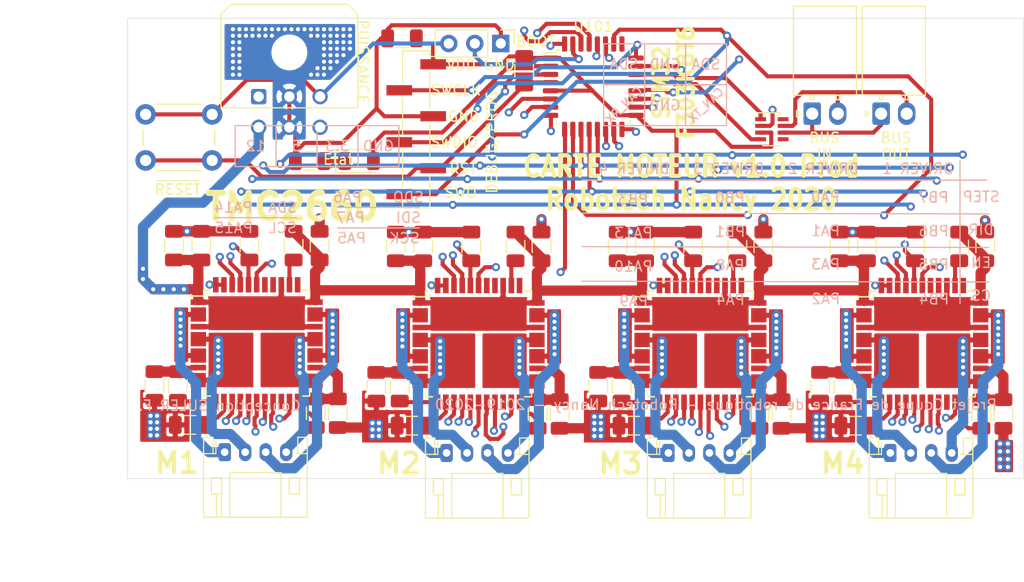
<source format=kicad_pcb>
(kicad_pcb (version 20171130) (host pcbnew "(5.1.5)-3")
  (layers (0 F.Cu mixed) (1 In1.Cu mixed) (2 In2.Cu power) (31 B.Cu mixed) (34 B.Paste user hide) (35 F.Paste user hide) (36 B.SilkS user) (37 F.SilkS user) (38 B.Mask user hide) (39 F.Mask user hide) (44 Edge.Cuts user))
  (net 0 "")
  (net 1 +12V)
  (net 2 GND)
  (net 3 +3V3)
  (net 4 /CAN_TX)
  (net 5 /CAN_RX)
  (net 6 /SDI)
  (net 7 /SDO)
  (net 8 /SCK)
  (net 9 /CLK)
  (net 10 /LED)
  (net 11 /E1)
  (net 12 /D1)
  (net 13 /S1)
  (net 14 "Net-(C201-Pad1)")
  (net 15 "Net-(C206-Pad1)")
  (net 16 "Net-(R201-Pad1)")
  (net 17 "Net-(R202-Pad2)")
  (net 18 "Net-(R203-Pad1)")
  (net 19 "Net-(R204-Pad2)")
  (net 20 "/Driver TMC/B2")
  (net 21 "/Driver TMC/B1")
  (net 22 "/Driver TMC/A2")
  (net 23 "/Driver TMC/A1")
  (net 24 "Net-(C301-Pad1)")
  (net 25 "Net-(C306-Pad1)")
  (net 26 "Net-(C401-Pad1)")
  (net 27 "Net-(C406-Pad1)")
  (net 28 "Net-(C501-Pad1)")
  (net 29 "Net-(C506-Pad1)")
  (net 30 /sheet5DF44EB7/B2)
  (net 31 /sheet5DF44EB7/B1)
  (net 32 /sheet5DF44EB7/A2)
  (net 33 /sheet5DF44EB7/A1)
  (net 34 /sheet5DF470E2/B2)
  (net 35 /sheet5DF470E2/B1)
  (net 36 /sheet5DF470E2/A2)
  (net 37 /sheet5DF470E2/A1)
  (net 38 /sheet5DF493B8/B2)
  (net 39 /sheet5DF493B8/B1)
  (net 40 /sheet5DF493B8/A2)
  (net 41 /sheet5DF493B8/A1)
  (net 42 "Net-(R301-Pad1)")
  (net 43 "Net-(R302-Pad2)")
  (net 44 "Net-(R303-Pad1)")
  (net 45 "Net-(R304-Pad2)")
  (net 46 "Net-(R401-Pad1)")
  (net 47 "Net-(R402-Pad2)")
  (net 48 "Net-(R403-Pad1)")
  (net 49 "Net-(R404-Pad2)")
  (net 50 "Net-(R501-Pad1)")
  (net 51 "Net-(R502-Pad2)")
  (net 52 "Net-(R503-Pad1)")
  (net 53 "Net-(R504-Pad2)")
  (net 54 /E2)
  (net 55 /D2)
  (net 56 /S2)
  (net 57 /E3)
  (net 58 /D3)
  (net 59 /S3)
  (net 60 /E4)
  (net 61 /D4)
  (net 62 /S4)
  (net 63 /C4)
  (net 64 /C3)
  (net 65 /C2)
  (net 66 /C1)
  (net 67 "Net-(BOOT1-Pad2)")
  (net 68 /NRST)
  (net 69 "Net-(D1-Pad1)")
  (net 70 /SWCLK)
  (net 71 +5V)
  (net 72 +VSW)
  (net 73 "Net-(J102-Pad2)")
  (net 74 "Net-(J102-Pad1)")
  (net 75 "Net-(U101-Pad25)")
  (net 76 "Net-(U102-Pad8)")
  (net 77 "Net-(U102-Pad5)")
  (net 78 "Net-(U201-Pad37)")
  (net 79 "Net-(U201-Pad38)")
  (net 80 "Net-(U301-Pad37)")
  (net 81 "Net-(U301-Pad38)")
  (net 82 "Net-(U401-Pad37)")
  (net 83 "Net-(U401-Pad38)")
  (net 84 "Net-(U501-Pad37)")
  (net 85 "Net-(U501-Pad38)")
  (module Connector_Molex:Molex_Micro-Fit_3.0_43045-0600_2x03_P3.00mm_Horizontal (layer F.Cu) (at 100.299 35.1635)
    (fp_text reference J101 hide)
    (fp_text value Conn_02x03_Top_Bottom)
    (pad 6 thru_hole circle (at 6 3) (size 1.5 1.5) (drill 1.02) (layers *.Cu *.Mask) (net 71 +5V))
    (pad 5 thru_hole circle (at 3 3) (size 1.5 1.5) (drill 1.02) (layers *.Cu *.Mask) (net 2 GND))
    (pad 4 thru_hole circle (at 0 3) (size 1.5 1.5) (drill 1.02) (layers *.Cu *.Mask) (net 1 +12V))
    (pad 3 thru_hole circle (at 6 0) (size 1.5 1.5) (drill 1.02) (layers *.Cu *.Mask) (net 3 +3V3))
    (pad 2 thru_hole circle (at 3 0) (size 1.5 1.5) (drill 1.02) (layers *.Cu *.Mask) (net 2 GND))
    (pad 1 thru_hole roundrect (at 0 0) (size 1.5 1.5) (drill 1.02) (layers *.Cu *.Mask) (roundrect_rratio 0.166667) (net 72 +VSW))
    (pad "" np_thru_hole circle (at 3 -4.32) (size 3 3) (drill 3) (layers *.Cu *.Mask))
  )
  (module Package_TO_SOT_SMD:SOT-23-8 (layer F.Cu) (at 150.4315 38.354)
    (fp_text reference U102 hide)
    (fp_text value TCAN332)
    (pad 8 smd rect (at 1.1 -0.98) (size 1.06 0.4) (layers F.Cu F.Paste F.Mask) (net 76 "Net-(U102-Pad8)"))
    (pad 7 smd rect (at 1.1 -0.33) (size 1.06 0.4) (layers F.Cu F.Paste F.Mask) (net 73 "Net-(J102-Pad2)"))
    (pad 6 smd rect (at 1.1 0.33) (size 1.06 0.4) (layers F.Cu F.Paste F.Mask) (net 74 "Net-(J102-Pad1)"))
    (pad 5 smd rect (at 1.1 0.98) (size 1.06 0.4) (layers F.Cu F.Paste F.Mask) (net 77 "Net-(U102-Pad5)"))
    (pad 4 smd rect (at -1.1 0.98) (size 1.06 0.4) (layers F.Cu F.Paste F.Mask) (net 5 /CAN_RX))
    (pad 3 smd rect (at -1.1 0.33) (size 1.06 0.4) (layers F.Cu F.Paste F.Mask) (net 3 +3V3))
    (pad 2 smd rect (at -1.1 -0.33) (size 1.06 0.4) (layers F.Cu F.Paste F.Mask) (net 2 GND))
    (pad 1 smd rect (at -1.1 -0.98) (size 1.06 0.4) (layers F.Cu F.Paste F.Mask) (net 4 /CAN_TX))
  )
  (module Package_QFP:LQFP-32_7x7mm_P0.8mm (layer F.Cu) (at 132.985 34.195)
    (fp_text reference U101 (at 0 -5.88) (layer F.SilkS))
    (fp_text value STM32F303K8Tx)
    (pad 32 smd roundrect (at -2.8 -4.175) (size 0.5 1.5) (layers F.Cu F.Paste F.Mask) (net 2 GND))
    (pad 31 smd roundrect (at -2 -4.175) (size 0.5 1.5) (layers F.Cu F.Paste F.Mask) (net 67 "Net-(BOOT1-Pad2)"))
    (pad 30 smd roundrect (at -1.2 -4.175) (size 0.5 1.5) (layers F.Cu F.Paste F.Mask) (net 13 /S1))
    (pad 29 smd roundrect (at -0.4 -4.175) (size 0.5 1.5) (layers F.Cu F.Paste F.Mask) (net 12 /D1))
    (pad 28 smd roundrect (at 0.4 -4.175) (size 0.5 1.5) (layers F.Cu F.Paste F.Mask) (net 11 /E1))
    (pad 27 smd roundrect (at 1.2 -4.175) (size 0.5 1.5) (layers F.Cu F.Paste F.Mask) (net 66 /C1))
    (pad 26 smd roundrect (at 2 -4.175) (size 0.5 1.5) (layers F.Cu F.Paste F.Mask) (net 62 /S4))
    (pad 25 smd roundrect (at 2.8 -4.175) (size 0.5 1.5) (layers F.Cu F.Paste F.Mask) (net 75 "Net-(U101-Pad25)"))
    (pad 24 smd roundrect (at 4.175 -2.8) (size 1.5 0.5) (layers F.Cu F.Paste F.Mask) (net 70 /SWCLK))
    (pad 23 smd roundrect (at 4.175 -2) (size 1.5 0.5) (layers F.Cu F.Paste F.Mask) (net 61 /D4))
    (pad 22 smd roundrect (at 4.175 -1.2) (size 1.5 0.5) (layers F.Cu F.Paste F.Mask) (net 4 /CAN_TX))
    (pad 21 smd roundrect (at 4.175 -0.4) (size 1.5 0.5) (layers F.Cu F.Paste F.Mask) (net 5 /CAN_RX))
    (pad 20 smd roundrect (at 4.175 0.4) (size 1.5 0.5) (layers F.Cu F.Paste F.Mask) (net 60 /E4))
    (pad 19 smd roundrect (at 4.175 1.2) (size 1.5 0.5) (layers F.Cu F.Paste F.Mask) (net 63 /C4))
    (pad 18 smd roundrect (at 4.175 2) (size 1.5 0.5) (layers F.Cu F.Paste F.Mask) (net 57 /E3))
    (pad 17 smd roundrect (at 4.175 2.8) (size 1.5 0.5) (layers F.Cu F.Paste F.Mask) (net 3 +3V3))
    (pad 16 smd roundrect (at 2.8 4.175) (size 0.5 1.5) (layers F.Cu F.Paste F.Mask) (net 2 GND))
    (pad 15 smd roundrect (at 2 4.175) (size 0.5 1.5) (layers F.Cu F.Paste F.Mask) (net 58 /D3))
    (pad 14 smd roundrect (at 1.2 4.175) (size 0.5 1.5) (layers F.Cu F.Paste F.Mask) (net 59 /S3))
    (pad 13 smd roundrect (at 0.4 4.175) (size 0.5 1.5) (layers F.Cu F.Paste F.Mask) (net 6 /SDI))
    (pad 12 smd roundrect (at -0.4 4.175) (size 0.5 1.5) (layers F.Cu F.Paste F.Mask) (net 7 /SDO))
    (pad 11 smd roundrect (at -1.2 4.175) (size 0.5 1.5) (layers F.Cu F.Paste F.Mask) (net 8 /SCK))
    (pad 10 smd roundrect (at -2 4.175) (size 0.5 1.5) (layers F.Cu F.Paste F.Mask) (net 64 /C3))
    (pad 9 smd roundrect (at -2.8 4.175) (size 0.5 1.5) (layers F.Cu F.Paste F.Mask) (net 54 /E2))
    (pad 8 smd roundrect (at -4.175 2.8) (size 1.5 0.5) (layers F.Cu F.Paste F.Mask) (net 65 /C2))
    (pad 7 smd roundrect (at -4.175 2) (size 1.5 0.5) (layers F.Cu F.Paste F.Mask) (net 55 /D2))
    (pad 6 smd roundrect (at -4.175 1.2) (size 1.5 0.5) (layers F.Cu F.Paste F.Mask) (net 56 /S2))
    (pad 5 smd roundrect (at -4.175 0.4) (size 1.5 0.5) (layers F.Cu F.Paste F.Mask) (net 3 +3V3))
    (pad 4 smd roundrect (at -4.175 -0.4) (size 1.5 0.5) (layers F.Cu F.Paste F.Mask) (net 68 /NRST))
    (pad 3 smd roundrect (at -4.175 -1.2) (size 1.5 0.5) (layers F.Cu F.Paste F.Mask) (net 9 /CLK))
    (pad 2 smd roundrect (at -4.175 -2) (size 1.5 0.5) (layers F.Cu F.Paste F.Mask) (net 10 /LED))
    (pad 1 smd roundrect (at -4.175 -2.8) (size 1.5 0.5) (layers F.Cu F.Paste F.Mask) (net 3 +3V3))
  )
  (module Connector_Molex:Molex_Nano-Fit_105313-xx02_1x02_P2.50mm_Horizontal (layer F.Cu) (at 161.0995 36.83 90)
    (fp_text reference J103 hide)
    (fp_text value Conn_02x01)
    (pad "" np_thru_hole circle (at 7.18 2.5 90) (size 1.7 1.7) (drill 1.7) (layers *.Cu *.Mask))
    (pad "" np_thru_hole circle (at 7.18 0 90) (size 1.7 1.7) (drill 1.7) (layers *.Cu *.Mask))
    (pad 2 thru_hole oval (at 0 2.5 90) (size 2.2 1.7) (drill 1.2) (layers *.Cu *.Mask) (net 73 "Net-(J102-Pad2)"))
    (pad 1 thru_hole roundrect (at 0 0 90) (size 2.2 1.7) (drill 1.2) (layers *.Cu *.Mask) (roundrect_rratio 0.147059) (net 74 "Net-(J102-Pad1)"))
  )
  (module Connector_Molex:Molex_Nano-Fit_105313-xx02_1x02_P2.50mm_Horizontal (layer F.Cu) (at 154.3685 36.83 90)
    (fp_text reference J102 hide)
    (fp_text value Conn_02x01)
    (pad "" np_thru_hole circle (at 7.18 2.5 90) (size 1.7 1.7) (drill 1.7) (layers *.Cu *.Mask))
    (pad "" np_thru_hole circle (at 7.18 0 90) (size 1.7 1.7) (drill 1.7) (layers *.Cu *.Mask))
    (pad 2 thru_hole oval (at 0 2.5 90) (size 2.2 1.7) (drill 1.2) (layers *.Cu *.Mask) (net 73 "Net-(J102-Pad2)"))
    (pad 1 thru_hole roundrect (at 0 0 90) (size 2.2 1.7) (drill 1.2) (layers *.Cu *.Mask) (roundrect_rratio 0.147059) (net 74 "Net-(J102-Pad1)"))
  )
  (module Capacitor_SMD:C_1206_3216Metric (layer F.Cu) (at 114.3 29.464 180)
    (fp_text reference C2 hide)
    (fp_text value 100nF)
    (pad 2 smd roundrect (at 1.4 0 180) (size 1.25 1.75) (layers F.Cu F.Paste F.Mask) (roundrect_rratio 0.2) (net 2 GND))
    (pad 1 smd roundrect (at -1.4 0 180) (size 1.25 1.75) (layers F.Cu F.Paste F.Mask) (roundrect_rratio 0.2) (net 3 +3V3))
  )
  (module Resistor_SMD:R_1206_3216Metric (layer F.Cu) (at 105.283 41.4655)
    (fp_text reference R1 hide)
    (fp_text value R)
    (pad 2 smd roundrect (at 1.4 0) (size 1.25 1.75) (layers F.Cu F.Paste F.Mask) (roundrect_rratio 0.2) (net 69 "Net-(D1-Pad1)"))
    (pad 1 smd roundrect (at -1.4 0) (size 1.25 1.75) (layers F.Cu F.Paste F.Mask) (roundrect_rratio 0.2) (net 2 GND))
  )
  (module LED_SMD:LED_1206_3216Metric (layer F.Cu) (at 110.109 41.4655)
    (fp_text reference D1 hide)
    (fp_text value LED)
    (pad 2 smd roundrect (at 1.4 0) (size 1.25 1.75) (layers F.Cu F.Paste F.Mask) (roundrect_rratio 0.2) (net 10 /LED))
    (pad 1 smd roundrect (at -1.4 0) (size 1.25 1.75) (layers F.Cu F.Paste F.Mask) (roundrect_rratio 0.2) (net 69 "Net-(D1-Pad1)"))
  )
  (module Button_Switch_THT:SW_PUSH_6mm (layer F.Cu) (at 89.258 36.902)
    (fp_text reference SW1 hide)
    (fp_text value SW_Push hide)
    (pad 1 thru_hole circle (at 6.5 0 90) (size 2 2) (drill 1.1) (layers *.Cu *.Mask) (net 3 +3V3))
    (pad 2 thru_hole circle (at 6.5 4.5 90) (size 2 2) (drill 1.1) (layers *.Cu *.Mask) (net 68 /NRST))
    (pad 1 thru_hole circle (at 0 0 90) (size 2 2) (drill 1.1) (layers *.Cu *.Mask) (net 3 +3V3))
    (pad 2 thru_hole circle (at 0 4.5 90) (size 2 2) (drill 1.1) (layers *.Cu *.Mask) (net 68 /NRST))
  )
  (module Connector_PinHeader_2.54mm:PinHeader_1x06_P2.54mm_Vertical_SMD_Pin1Right (layer F.Cu) (at 115.693 38.354)
    (fp_text reference DEBUG1 hide)
    (fp_text value Conn_01x06 hide)
    (pad 5 smd rect (at 1.655 3.81) (size 2.51 1) (layers F.Cu F.Paste F.Mask) (net 68 /NRST))
    (pad 3 smd rect (at 1.655 -1.27) (size 2.51 1) (layers F.Cu F.Paste F.Mask) (net 2 GND))
    (pad 1 smd rect (at 1.655 -6.35) (size 2.51 1) (layers F.Cu F.Paste F.Mask) (net 3 +3V3))
    (pad 6 smd rect (at -1.655 6.35) (size 2.51 1) (layers F.Cu F.Paste F.Mask) (net 62 /S4))
    (pad 4 smd rect (at -1.655 1.27) (size 2.51 1) (layers F.Cu F.Paste F.Mask) (net 61 /D4))
    (pad 2 smd rect (at -1.655 -3.81) (size 2.51 1) (layers F.Cu F.Paste F.Mask) (net 70 /SWCLK))
  )
  (module Capacitor_SMD:C_1206_3216Metric (layer F.Cu) (at 126.238 32.636 270)
    (fp_text reference C1 hide)
    (fp_text value 100nF)
    (pad 2 smd roundrect (at 1.4 0 270) (size 1.25 1.75) (layers F.Cu F.Paste F.Mask) (roundrect_rratio 0.2) (net 68 /NRST))
    (pad 1 smd roundrect (at -1.4 0 270) (size 1.25 1.75) (layers F.Cu F.Paste F.Mask) (roundrect_rratio 0.2) (net 3 +3V3))
  )
  (module Connector_PinHeader_2.54mm:PinHeader_1x03_P2.54mm_Vertical (layer F.Cu) (at 123.952 29.972 270)
    (fp_text reference BOOT1 hide)
    (fp_text value Jumper_3_Open)
    (pad 3 thru_hole oval (at 0 5.08 270) (size 1.7 1.7) (drill 1) (layers *.Cu *.Mask) (net 3 +3V3))
    (pad 2 thru_hole oval (at 0 2.54 270) (size 1.7 1.7) (drill 1) (layers *.Cu *.Mask) (net 67 "Net-(BOOT1-Pad2)"))
    (pad 1 thru_hole rect (at 0 0 270) (size 1.7 1.7) (drill 1) (layers *.Cu *.Mask) (net 2 GND))
  )
  (module MountingHole:MountingHole_3.2mm_M3_ISO7380 (layer F.Cu) (at 111 58)
    (fp_text reference H104 hide)
    (fp_text value MountingHole)
    (pad 1 np_thru_hole circle (at 0 0) (size 3.2 3.2) (drill 3.2) (layers *.Cu *.Mask))
  )
  (module MountingHole:MountingHole_3.2mm_M3_ISO7380 (layer F.Cu) (at 92.5 32.5)
    (fp_text reference H103 hide)
    (fp_text value MountingHole)
    (pad 1 np_thru_hole circle (at 0 0) (size 3.2 3.2) (drill 3.2) (layers *.Cu *.Mask))
  )
  (module MountingHole:MountingHole_3.2mm_M3_ISO7380 (layer F.Cu) (at 154 58)
    (fp_text reference H102 hide)
    (fp_text value MountingHole)
    (pad 1 np_thru_hole circle (at 0 0) (size 3.2 3.2) (drill 3.2) (layers *.Cu *.Mask))
  )
  (module MountingHole:MountingHole_3.2mm_M3_ISO7380 (layer F.Cu) (at 170 32.5)
    (fp_text reference H101 hide)
    (fp_text value MountingHole)
    (pad 1 np_thru_hole circle (at 0 0) (size 3.2 3.2) (drill 3.2) (layers *.Cu *.Mask))
  )
  (module Trinamic_Drivers:TQFP-44_TCM2660-PA (layer F.Cu) (at 165.126 59.334)
    (fp_text reference U501 hide)
    (fp_text value TMC2660-PA hide)
    (pad 1 smd rect (at -5.7 -4) (size 1.5 0.55) (layers F.Cu F.Paste F.Mask) (net 1 +12V))
    (pad 2 smd rect (at -5.7 -2.794) (size 1.5 1.4) (layers F.Cu F.Paste F.Mask) (net 41 /sheet5DF493B8/A1))
    (pad 4 smd rect (at -5.7 -1.6) (size 1.5 0.55) (layers F.Cu F.Paste F.Mask) (net 1 +12V))
    (pad 5 smd rect (at -5.7 -0.381) (size 1.5 1.4) (layers F.Cu F.Paste F.Mask) (net 40 /sheet5DF493B8/A2))
    (pad 7 smd rect (at -5.7 1.2192) (size 1.5 1.4) (layers F.Cu F.Paste F.Mask) (net 41 /sheet5DF493B8/A1))
    (pad 9 smd rect (at -5.7 2.4) (size 1.5 0.55) (layers F.Cu F.Paste F.Mask) (net 50 "Net-(R501-Pad1)"))
    (pad 10 smd rect (at -5.715 3.6195) (size 1.5 1.4) (layers F.Cu F.Paste F.Mask) (net 40 /sheet5DF493B8/A2))
    (pad 12 smd rect (at -4 5.7 90) (size 1.5 0.55) (layers F.Cu F.Paste F.Mask) (net 51 "Net-(R502-Pad2)"))
    (pad 13 smd rect (at -3.2 5.7 90) (size 1.5 0.55) (layers F.Cu F.Paste F.Mask) (net 29 "Net-(C506-Pad1)"))
    (pad 14 smd rect (at -2.4 5.7 90) (size 1.5 0.55) (layers F.Cu F.Paste F.Mask) (net 7 /SDO))
    (pad 15 smd rect (at -1.6 5.7 90) (size 1.5 0.55) (layers F.Cu F.Paste F.Mask) (net 6 /SDI))
    (pad 16 smd rect (at -0.8 5.7 90) (size 1.5 0.55) (layers F.Cu F.Paste F.Mask) (net 8 /SCK))
    (pad 17 smd rect (at 0 5.7 90) (size 1.5 0.55) (layers F.Cu F.Paste F.Mask) (net 2 GND))
    (pad 18 smd rect (at 0.8 5.7 90) (size 1.5 0.55) (layers F.Cu F.Paste F.Mask) (net 63 /C4))
    (pad 19 smd rect (at 1.6 5.7 90) (size 1.5 0.55) (layers F.Cu F.Paste F.Mask) (net 60 /E4))
    (pad 20 smd rect (at 2.4 5.7 90) (size 1.5 0.55) (layers F.Cu F.Paste F.Mask))
    (pad 21 smd rect (at 3.2 5.7 90) (size 1.5 0.55) (layers F.Cu F.Paste F.Mask) (net 9 /CLK))
    (pad 22 smd rect (at 4 5.7 90) (size 1.5 0.55) (layers F.Cu F.Paste F.Mask) (net 53 "Net-(R504-Pad2)"))
    (pad 23 smd rect (at 5.7 3.683) (size 1.5 1.4) (layers F.Cu F.Paste F.Mask) (net 38 /sheet5DF493B8/B2))
    (pad 25 smd rect (at 5.7 2.4) (size 1.5 0.55) (layers F.Cu F.Paste F.Mask) (net 52 "Net-(R503-Pad1)"))
    (pad 26 smd rect (at 5.7 1.2065) (size 1.5 1.4) (layers F.Cu F.Paste F.Mask) (net 39 /sheet5DF493B8/B1))
    (pad 28 smd rect (at 5.7 -0.381) (size 1.5 1.4) (layers F.Cu F.Paste F.Mask) (net 38 /sheet5DF493B8/B2))
    (pad 30 smd rect (at 5.7 -1.6) (size 1.5 0.55) (layers F.Cu F.Paste F.Mask) (net 1 +12V))
    (pad 31 smd rect (at 5.7 -2.794) (size 1.5 1.4) (layers F.Cu F.Paste F.Mask) (net 39 /sheet5DF493B8/B1))
    (pad 33 smd rect (at 5.7 -4) (size 1.5 0.55) (layers F.Cu F.Paste F.Mask) (net 1 +12V))
    (pad 34 smd rect (at 4 -5.7 90) (size 1.5 0.55) (layers F.Cu F.Paste F.Mask))
    (pad 35 smd rect (at 3.2 -5.7 90) (size 1.5 0.55) (layers F.Cu F.Paste F.Mask) (net 28 "Net-(C501-Pad1)"))
    (pad 36 smd rect (at 2.4 -5.7 90) (size 1.5 0.55) (layers F.Cu F.Paste F.Mask) (net 1 +12V))
    (pad 37 smd rect (at 1.6 -5.7 90) (size 1.5 0.55) (layers F.Cu F.Paste F.Mask) (net 84 "Net-(U501-Pad37)"))
    (pad 38 smd rect (at 0.8 -5.7 90) (size 1.5 0.55) (layers F.Cu F.Paste F.Mask) (net 85 "Net-(U501-Pad38)"))
    (pad 39 smd rect (at 0 -5.7 90) (size 1.5 0.55) (layers F.Cu F.Paste F.Mask) (net 2 GND))
    (pad 40 smd rect (at -0.8 -5.7 90) (size 1.5 0.55) (layers F.Cu F.Paste F.Mask) (net 3 +3V3))
    (pad 41 smd rect (at -1.6 -5.7 90) (size 1.5 0.55) (layers F.Cu F.Paste F.Mask) (net 61 /D4))
    (pad 42 smd rect (at -2.4 -5.7 90) (size 1.5 0.55) (layers F.Cu F.Paste F.Mask) (net 62 /S4))
    (pad 43 smd rect (at -3.2 -5.7 90) (size 1.5 0.55) (layers F.Cu F.Paste F.Mask) (net 2 GND))
    (pad 44 smd rect (at -4 -5.7 90) (size 1.5 0.55) (layers F.Cu F.Paste F.Mask) (net 2 GND))
  )
  (module Trinamic_Drivers:TQFP-44_TCM2660-PA (layer F.Cu) (at 143.454 59.334)
    (fp_text reference U401 hide)
    (fp_text value TMC2660-PA)
    (pad 1 smd rect (at -5.7 -4) (size 1.5 0.55) (layers F.Cu F.Paste F.Mask) (net 1 +12V))
    (pad 2 smd rect (at -5.7 -2.794) (size 1.5 1.4) (layers F.Cu F.Paste F.Mask) (net 37 /sheet5DF470E2/A1))
    (pad 4 smd rect (at -5.7 -1.6) (size 1.5 0.55) (layers F.Cu F.Paste F.Mask) (net 1 +12V))
    (pad 5 smd rect (at -5.7 -0.381) (size 1.5 1.4) (layers F.Cu F.Paste F.Mask) (net 36 /sheet5DF470E2/A2))
    (pad 7 smd rect (at -5.7 1.2192) (size 1.5 1.4) (layers F.Cu F.Paste F.Mask) (net 37 /sheet5DF470E2/A1))
    (pad 9 smd rect (at -5.7 2.4) (size 1.5 0.55) (layers F.Cu F.Paste F.Mask) (net 46 "Net-(R401-Pad1)"))
    (pad 10 smd rect (at -5.715 3.6195) (size 1.5 1.4) (layers F.Cu F.Paste F.Mask) (net 36 /sheet5DF470E2/A2))
    (pad 12 smd rect (at -4 5.7 90) (size 1.5 0.55) (layers F.Cu F.Paste F.Mask) (net 47 "Net-(R402-Pad2)"))
    (pad 13 smd rect (at -3.2 5.7 90) (size 1.5 0.55) (layers F.Cu F.Paste F.Mask) (net 27 "Net-(C406-Pad1)"))
    (pad 14 smd rect (at -2.4 5.7 90) (size 1.5 0.55) (layers F.Cu F.Paste F.Mask) (net 7 /SDO))
    (pad 15 smd rect (at -1.6 5.7 90) (size 1.5 0.55) (layers F.Cu F.Paste F.Mask) (net 6 /SDI))
    (pad 16 smd rect (at -0.8 5.7 90) (size 1.5 0.55) (layers F.Cu F.Paste F.Mask) (net 8 /SCK))
    (pad 17 smd rect (at 0 5.7 90) (size 1.5 0.55) (layers F.Cu F.Paste F.Mask) (net 2 GND))
    (pad 18 smd rect (at 0.8 5.7 90) (size 1.5 0.55) (layers F.Cu F.Paste F.Mask) (net 64 /C3))
    (pad 19 smd rect (at 1.6 5.7 90) (size 1.5 0.55) (layers F.Cu F.Paste F.Mask) (net 57 /E3))
    (pad 20 smd rect (at 2.4 5.7 90) (size 1.5 0.55) (layers F.Cu F.Paste F.Mask))
    (pad 21 smd rect (at 3.2 5.7 90) (size 1.5 0.55) (layers F.Cu F.Paste F.Mask) (net 9 /CLK))
    (pad 22 smd rect (at 4 5.7 90) (size 1.5 0.55) (layers F.Cu F.Paste F.Mask) (net 49 "Net-(R404-Pad2)"))
    (pad 23 smd rect (at 5.7 3.683) (size 1.5 1.4) (layers F.Cu F.Paste F.Mask) (net 34 /sheet5DF470E2/B2))
    (pad 25 smd rect (at 5.7 2.4) (size 1.5 0.55) (layers F.Cu F.Paste F.Mask) (net 48 "Net-(R403-Pad1)"))
    (pad 26 smd rect (at 5.7 1.2065) (size 1.5 1.4) (layers F.Cu F.Paste F.Mask) (net 35 /sheet5DF470E2/B1))
    (pad 28 smd rect (at 5.7 -0.381) (size 1.5 1.4) (layers F.Cu F.Paste F.Mask) (net 34 /sheet5DF470E2/B2))
    (pad 30 smd rect (at 5.7 -1.6) (size 1.5 0.55) (layers F.Cu F.Paste F.Mask) (net 1 +12V))
    (pad 31 smd rect (at 5.7 -2.794) (size 1.5 1.4) (layers F.Cu F.Paste F.Mask) (net 35 /sheet5DF470E2/B1))
    (pad 33 smd rect (at 5.7 -4) (size 1.5 0.55) (layers F.Cu F.Paste F.Mask) (net 1 +12V))
    (pad 34 smd rect (at 4 -5.7 90) (size 1.5 0.55) (layers F.Cu F.Paste F.Mask))
    (pad 35 smd rect (at 3.2 -5.7 90) (size 1.5 0.55) (layers F.Cu F.Paste F.Mask) (net 26 "Net-(C401-Pad1)"))
    (pad 36 smd rect (at 2.4 -5.7 90) (size 1.5 0.55) (layers F.Cu F.Paste F.Mask) (net 1 +12V))
    (pad 37 smd rect (at 1.6 -5.7 90) (size 1.5 0.55) (layers F.Cu F.Paste F.Mask) (net 82 "Net-(U401-Pad37)"))
    (pad 38 smd rect (at 0.8 -5.7 90) (size 1.5 0.55) (layers F.Cu F.Paste F.Mask) (net 83 "Net-(U401-Pad38)"))
    (pad 39 smd rect (at 0 -5.7 90) (size 1.5 0.55) (layers F.Cu F.Paste F.Mask) (net 2 GND))
    (pad 40 smd rect (at -0.8 -5.7 90) (size 1.5 0.55) (layers F.Cu F.Paste F.Mask) (net 3 +3V3))
    (pad 41 smd rect (at -1.6 -5.7 90) (size 1.5 0.55) (layers F.Cu F.Paste F.Mask) (net 58 /D3))
    (pad 42 smd rect (at -2.4 -5.7 90) (size 1.5 0.55) (layers F.Cu F.Paste F.Mask) (net 59 /S3))
    (pad 43 smd rect (at -3.2 -5.7 90) (size 1.5 0.55) (layers F.Cu F.Paste F.Mask) (net 2 GND))
    (pad 44 smd rect (at -4 -5.7 90) (size 1.5 0.55) (layers F.Cu F.Paste F.Mask) (net 2 GND))
  )
  (module Trinamic_Drivers:TQFP-44_TCM2660-PA (layer F.Cu) (at 121.782 59.334)
    (fp_text reference U301 hide)
    (fp_text value TMC2660-PA)
    (pad 1 smd rect (at -5.7 -4) (size 1.5 0.55) (layers F.Cu F.Paste F.Mask) (net 1 +12V))
    (pad 2 smd rect (at -5.7 -2.794) (size 1.5 1.4) (layers F.Cu F.Paste F.Mask) (net 33 /sheet5DF44EB7/A1))
    (pad 4 smd rect (at -5.7 -1.6) (size 1.5 0.55) (layers F.Cu F.Paste F.Mask) (net 1 +12V))
    (pad 5 smd rect (at -5.7 -0.381) (size 1.5 1.4) (layers F.Cu F.Paste F.Mask) (net 32 /sheet5DF44EB7/A2))
    (pad 7 smd rect (at -5.7 1.2192) (size 1.5 1.4) (layers F.Cu F.Paste F.Mask) (net 33 /sheet5DF44EB7/A1))
    (pad 9 smd rect (at -5.7 2.4) (size 1.5 0.55) (layers F.Cu F.Paste F.Mask) (net 42 "Net-(R301-Pad1)"))
    (pad 10 smd rect (at -5.715 3.6195) (size 1.5 1.4) (layers F.Cu F.Paste F.Mask) (net 32 /sheet5DF44EB7/A2))
    (pad 12 smd rect (at -4 5.7 90) (size 1.5 0.55) (layers F.Cu F.Paste F.Mask) (net 43 "Net-(R302-Pad2)"))
    (pad 13 smd rect (at -3.2 5.7 90) (size 1.5 0.55) (layers F.Cu F.Paste F.Mask) (net 25 "Net-(C306-Pad1)"))
    (pad 14 smd rect (at -2.4 5.7 90) (size 1.5 0.55) (layers F.Cu F.Paste F.Mask) (net 7 /SDO))
    (pad 15 smd rect (at -1.6 5.7 90) (size 1.5 0.55) (layers F.Cu F.Paste F.Mask) (net 6 /SDI))
    (pad 16 smd rect (at -0.8 5.7 90) (size 1.5 0.55) (layers F.Cu F.Paste F.Mask) (net 8 /SCK))
    (pad 17 smd rect (at 0 5.7 90) (size 1.5 0.55) (layers F.Cu F.Paste F.Mask) (net 2 GND))
    (pad 18 smd rect (at 0.8 5.7 90) (size 1.5 0.55) (layers F.Cu F.Paste F.Mask) (net 65 /C2))
    (pad 19 smd rect (at 1.6 5.7 90) (size 1.5 0.55) (layers F.Cu F.Paste F.Mask) (net 54 /E2))
    (pad 20 smd rect (at 2.4 5.7 90) (size 1.5 0.55) (layers F.Cu F.Paste F.Mask))
    (pad 21 smd rect (at 3.2 5.7 90) (size 1.5 0.55) (layers F.Cu F.Paste F.Mask) (net 9 /CLK))
    (pad 22 smd rect (at 4 5.7 90) (size 1.5 0.55) (layers F.Cu F.Paste F.Mask) (net 45 "Net-(R304-Pad2)"))
    (pad 23 smd rect (at 5.7 3.683) (size 1.5 1.4) (layers F.Cu F.Paste F.Mask) (net 30 /sheet5DF44EB7/B2))
    (pad 25 smd rect (at 5.7 2.4) (size 1.5 0.55) (layers F.Cu F.Paste F.Mask) (net 44 "Net-(R303-Pad1)"))
    (pad 26 smd rect (at 5.7 1.2065) (size 1.5 1.4) (layers F.Cu F.Paste F.Mask) (net 31 /sheet5DF44EB7/B1))
    (pad 28 smd rect (at 5.7 -0.381) (size 1.5 1.4) (layers F.Cu F.Paste F.Mask) (net 30 /sheet5DF44EB7/B2))
    (pad 30 smd rect (at 5.7 -1.6) (size 1.5 0.55) (layers F.Cu F.Paste F.Mask) (net 1 +12V))
    (pad 31 smd rect (at 5.7 -2.794) (size 1.5 1.4) (layers F.Cu F.Paste F.Mask) (net 31 /sheet5DF44EB7/B1))
    (pad 33 smd rect (at 5.7 -4) (size 1.5 0.55) (layers F.Cu F.Paste F.Mask) (net 1 +12V))
    (pad 34 smd rect (at 4 -5.7 90) (size 1.5 0.55) (layers F.Cu F.Paste F.Mask))
    (pad 35 smd rect (at 3.2 -5.7 90) (size 1.5 0.55) (layers F.Cu F.Paste F.Mask) (net 24 "Net-(C301-Pad1)"))
    (pad 36 smd rect (at 2.4 -5.7 90) (size 1.5 0.55) (layers F.Cu F.Paste F.Mask) (net 1 +12V))
    (pad 37 smd rect (at 1.6 -5.7 90) (size 1.5 0.55) (layers F.Cu F.Paste F.Mask) (net 80 "Net-(U301-Pad37)"))
    (pad 38 smd rect (at 0.8 -5.7 90) (size 1.5 0.55) (layers F.Cu F.Paste F.Mask) (net 81 "Net-(U301-Pad38)"))
    (pad 39 smd rect (at 0 -5.7 90) (size 1.5 0.55) (layers F.Cu F.Paste F.Mask) (net 2 GND))
    (pad 40 smd rect (at -0.8 -5.7 90) (size 1.5 0.55) (layers F.Cu F.Paste F.Mask) (net 3 +3V3))
    (pad 41 smd rect (at -1.6 -5.7 90) (size 1.5 0.55) (layers F.Cu F.Paste F.Mask) (net 55 /D2))
    (pad 42 smd rect (at -2.4 -5.7 90) (size 1.5 0.55) (layers F.Cu F.Paste F.Mask) (net 56 /S2))
    (pad 43 smd rect (at -3.2 -5.7 90) (size 1.5 0.55) (layers F.Cu F.Paste F.Mask) (net 2 GND))
    (pad 44 smd rect (at -4 -5.7 90) (size 1.5 0.55) (layers F.Cu F.Paste F.Mask) (net 2 GND))
  )
  (module Resistor_SMD:R_1206_3216Metric (layer F.Cu) (at 170.89 66.193 270)
    (fp_text reference R504 hide)
    (fp_text value 10R)
    (pad 2 smd roundrect (at 1.4 0 270) (size 1.25 1.75) (layers F.Cu F.Paste F.Mask) (roundrect_rratio 0.2) (net 53 "Net-(R504-Pad2)"))
    (pad 1 smd roundrect (at -1.4 0 270) (size 1.25 1.75) (layers F.Cu F.Paste F.Mask) (roundrect_rratio 0.2) (net 52 "Net-(R503-Pad1)"))
  )
  (module Resistor_SMD:R_1206_3216Metric (layer F.Cu) (at 173.049 66.19 270)
    (fp_text reference R503 hide)
    (fp_text value 0R075)
    (pad 2 smd roundrect (at 1.4 0 270) (size 1.25 1.75) (layers F.Cu F.Paste F.Mask) (roundrect_rratio 0.2) (net 2 GND))
    (pad 1 smd roundrect (at -1.4 0 270) (size 1.25 1.75) (layers F.Cu F.Paste F.Mask) (roundrect_rratio 0.2) (net 52 "Net-(R503-Pad1)"))
  )
  (module Resistor_SMD:R_1206_3216Metric (layer F.Cu) (at 157.428 63.526 270)
    (fp_text reference R502 hide)
    (fp_text value 10R)
    (pad 2 smd roundrect (at 1.4 0 270) (size 1.25 1.75) (layers F.Cu F.Paste F.Mask) (roundrect_rratio 0.2) (net 51 "Net-(R502-Pad2)"))
    (pad 1 smd roundrect (at -1.4 0 270) (size 1.25 1.75) (layers F.Cu F.Paste F.Mask) (roundrect_rratio 0.2) (net 50 "Net-(R501-Pad1)"))
  )
  (module Resistor_SMD:R_1206_3216Metric (layer F.Cu) (at 155.142 63.526 270)
    (fp_text reference R501 hide)
    (fp_text value 0R075)
    (pad 2 smd roundrect (at 1.4 0 270) (size 1.25 1.75) (layers F.Cu F.Paste F.Mask) (roundrect_rratio 0.2) (net 2 GND))
    (pad 1 smd roundrect (at -1.4 0 270) (size 1.25 1.75) (layers F.Cu F.Paste F.Mask) (roundrect_rratio 0.2) (net 50 "Net-(R501-Pad1)"))
  )
  (module Resistor_SMD:R_1206_3216Metric (layer F.Cu) (at 149.218 66.193 270)
    (fp_text reference R404 hide)
    (fp_text value 10R)
    (pad 2 smd roundrect (at 1.4 0 270) (size 1.25 1.75) (layers F.Cu F.Paste F.Mask) (roundrect_rratio 0.2) (net 49 "Net-(R404-Pad2)"))
    (pad 1 smd roundrect (at -1.4 0 270) (size 1.25 1.75) (layers F.Cu F.Paste F.Mask) (roundrect_rratio 0.2) (net 48 "Net-(R403-Pad1)"))
  )
  (module Resistor_SMD:R_1206_3216Metric (layer F.Cu) (at 151.377 66.19 270)
    (fp_text reference R403 hide)
    (fp_text value 0R075)
    (pad 2 smd roundrect (at 1.4 0 270) (size 1.25 1.75) (layers F.Cu F.Paste F.Mask) (roundrect_rratio 0.2) (net 2 GND))
    (pad 1 smd roundrect (at -1.4 0 270) (size 1.25 1.75) (layers F.Cu F.Paste F.Mask) (roundrect_rratio 0.2) (net 48 "Net-(R403-Pad1)"))
  )
  (module Resistor_SMD:R_1206_3216Metric (layer F.Cu) (at 135.756 63.526 270)
    (fp_text reference R402 hide)
    (fp_text value 10R)
    (pad 2 smd roundrect (at 1.4 0 270) (size 1.25 1.75) (layers F.Cu F.Paste F.Mask) (roundrect_rratio 0.2) (net 47 "Net-(R402-Pad2)"))
    (pad 1 smd roundrect (at -1.4 0 270) (size 1.25 1.75) (layers F.Cu F.Paste F.Mask) (roundrect_rratio 0.2) (net 46 "Net-(R401-Pad1)"))
  )
  (module Resistor_SMD:R_1206_3216Metric (layer F.Cu) (at 133.47 63.526 270)
    (fp_text reference R401 hide)
    (fp_text value 0R075)
    (pad 2 smd roundrect (at 1.4 0 270) (size 1.25 1.75) (layers F.Cu F.Paste F.Mask) (roundrect_rratio 0.2) (net 2 GND))
    (pad 1 smd roundrect (at -1.4 0 270) (size 1.25 1.75) (layers F.Cu F.Paste F.Mask) (roundrect_rratio 0.2) (net 46 "Net-(R401-Pad1)"))
  )
  (module Resistor_SMD:R_1206_3216Metric (layer F.Cu) (at 127.546 66.193 270)
    (fp_text reference R304 hide)
    (fp_text value 10R)
    (pad 2 smd roundrect (at 1.4 0 270) (size 1.25 1.75) (layers F.Cu F.Paste F.Mask) (roundrect_rratio 0.2) (net 45 "Net-(R304-Pad2)"))
    (pad 1 smd roundrect (at -1.4 0 270) (size 1.25 1.75) (layers F.Cu F.Paste F.Mask) (roundrect_rratio 0.2) (net 44 "Net-(R303-Pad1)"))
  )
  (module Resistor_SMD:R_1206_3216Metric (layer F.Cu) (at 129.705 66.19 270)
    (fp_text reference R303 hide)
    (fp_text value 0R075)
    (pad 2 smd roundrect (at 1.4 0 270) (size 1.25 1.75) (layers F.Cu F.Paste F.Mask) (roundrect_rratio 0.2) (net 2 GND))
    (pad 1 smd roundrect (at -1.4 0 270) (size 1.25 1.75) (layers F.Cu F.Paste F.Mask) (roundrect_rratio 0.2) (net 44 "Net-(R303-Pad1)"))
  )
  (module Resistor_SMD:R_1206_3216Metric (layer F.Cu) (at 114.084 63.526 270)
    (fp_text reference R302 hide)
    (fp_text value 10R)
    (pad 2 smd roundrect (at 1.4 0 270) (size 1.25 1.75) (layers F.Cu F.Paste F.Mask) (roundrect_rratio 0.2) (net 43 "Net-(R302-Pad2)"))
    (pad 1 smd roundrect (at -1.4 0 270) (size 1.25 1.75) (layers F.Cu F.Paste F.Mask) (roundrect_rratio 0.2) (net 42 "Net-(R301-Pad1)"))
  )
  (module Resistor_SMD:R_1206_3216Metric (layer F.Cu) (at 111.798 63.526 270)
    (fp_text reference R301 hide)
    (fp_text value 0R075)
    (pad 2 smd roundrect (at 1.4 0 270) (size 1.25 1.75) (layers F.Cu F.Paste F.Mask) (roundrect_rratio 0.2) (net 2 GND))
    (pad 1 smd roundrect (at -1.4 0 270) (size 1.25 1.75) (layers F.Cu F.Paste F.Mask) (roundrect_rratio 0.2) (net 42 "Net-(R301-Pad1)"))
  )
  (module Connector_JST:JST_PH_S4B-PH-K_1x04_P2.00mm_Horizontal (layer F.Cu) (at 162 70)
    (fp_text reference J501 hide)
    (fp_text value Conn_01x04 hide)
    (pad 4 thru_hole oval (at 6 0) (size 1.2 1.75) (drill 0.75) (layers *.Cu *.Mask) (net 38 /sheet5DF493B8/B2))
    (pad 3 thru_hole oval (at 4 0) (size 1.2 1.75) (drill 0.75) (layers *.Cu *.Mask) (net 39 /sheet5DF493B8/B1))
    (pad 2 thru_hole oval (at 2 0) (size 1.2 1.75) (drill 0.75) (layers *.Cu *.Mask) (net 40 /sheet5DF493B8/A2))
    (pad 1 thru_hole roundrect (at 0 0) (size 1.2 1.75) (drill 0.75) (layers *.Cu *.Mask) (roundrect_rratio 0.208333) (net 41 /sheet5DF493B8/A1))
  )
  (module Connector_JST:JST_PH_S4B-PH-K_1x04_P2.00mm_Horizontal (layer F.Cu) (at 140.328 70)
    (fp_text reference J401 hide)
    (fp_text value Conn_01x04)
    (pad 4 thru_hole oval (at 6 0) (size 1.2 1.75) (drill 0.75) (layers *.Cu *.Mask) (net 34 /sheet5DF470E2/B2))
    (pad 3 thru_hole oval (at 4 0) (size 1.2 1.75) (drill 0.75) (layers *.Cu *.Mask) (net 35 /sheet5DF470E2/B1))
    (pad 2 thru_hole oval (at 2 0) (size 1.2 1.75) (drill 0.75) (layers *.Cu *.Mask) (net 36 /sheet5DF470E2/A2))
    (pad 1 thru_hole roundrect (at 0 0) (size 1.2 1.75) (drill 0.75) (layers *.Cu *.Mask) (roundrect_rratio 0.208333) (net 37 /sheet5DF470E2/A1))
  )
  (module Connector_JST:JST_PH_S4B-PH-K_1x04_P2.00mm_Horizontal (layer F.Cu) (at 118.656 70)
    (fp_text reference J301 hide)
    (fp_text value Conn_01x04)
    (pad 4 thru_hole oval (at 6 0) (size 1.2 1.75) (drill 0.75) (layers *.Cu *.Mask) (net 30 /sheet5DF44EB7/B2))
    (pad 3 thru_hole oval (at 4 0) (size 1.2 1.75) (drill 0.75) (layers *.Cu *.Mask) (net 31 /sheet5DF44EB7/B1))
    (pad 2 thru_hole oval (at 2 0) (size 1.2 1.75) (drill 0.75) (layers *.Cu *.Mask) (net 32 /sheet5DF44EB7/A2))
    (pad 1 thru_hole roundrect (at 0 0) (size 1.2 1.75) (drill 0.75) (layers *.Cu *.Mask) (roundrect_rratio 0.208333) (net 33 /sheet5DF44EB7/A1))
  )
  (module Capacitor_SMD:C_1206_3216Metric (layer F.Cu) (at 158.574 67.333 180)
    (fp_text reference C506 hide)
    (fp_text value 470nF)
    (pad 2 smd roundrect (at 1.4 0 180) (size 1.25 1.75) (layers F.Cu F.Paste F.Mask) (roundrect_rratio 0.2) (net 2 GND))
    (pad 1 smd roundrect (at -1.4 0 180) (size 1.25 1.75) (layers F.Cu F.Paste F.Mask) (roundrect_rratio 0.2) (net 29 "Net-(C506-Pad1)"))
  )
  (module Capacitor_SMD:C_1206_3216Metric (layer F.Cu) (at 164.413 49.81 90)
    (fp_text reference C505 hide)
    (fp_text value 100nF hide)
    (pad 2 smd roundrect (at 1.4 0 90) (size 1.25 1.75) (layers F.Cu F.Paste F.Mask) (roundrect_rratio 0.2) (net 2 GND))
    (pad 1 smd roundrect (at -1.4 0 90) (size 1.25 1.75) (layers F.Cu F.Paste F.Mask) (roundrect_rratio 0.2) (net 3 +3V3))
  )
  (module Capacitor_SMD:C_1206_3216Metric (layer F.Cu) (at 157.047 49.81 90)
    (fp_text reference C504 hide)
    (fp_text value 100nF hide)
    (pad 2 smd roundrect (at 1.4 0 90) (size 1.25 1.75) (layers F.Cu F.Paste F.Mask) (roundrect_rratio 0.2) (net 2 GND))
    (pad 1 smd roundrect (at -1.4 0 90) (size 1.25 1.75) (layers F.Cu F.Paste F.Mask) (roundrect_rratio 0.2) (net 1 +12V))
  )
  (module Capacitor_SMD:C_1206_3216Metric (layer F.Cu) (at 159.714 49.81 90)
    (fp_text reference C503 hide)
    (fp_text value 10uF hide)
    (pad 2 smd roundrect (at 1.4 0 90) (size 1.25 1.75) (layers F.Cu F.Paste F.Mask) (roundrect_rratio 0.2) (net 2 GND))
    (pad 1 smd roundrect (at -1.4 0 90) (size 1.25 1.75) (layers F.Cu F.Paste F.Mask) (roundrect_rratio 0.2) (net 1 +12V))
  )
  (module Capacitor_SMD:C_1206_3216Metric (layer F.Cu) (at 171.271 49.81 90)
    (fp_text reference C502 hide)
    (fp_text value 10uF hide)
    (pad 2 smd roundrect (at 1.4 0 90) (size 1.25 1.75) (layers F.Cu F.Paste F.Mask) (roundrect_rratio 0.2) (net 2 GND))
    (pad 1 smd roundrect (at -1.4 0 90) (size 1.25 1.75) (layers F.Cu F.Paste F.Mask) (roundrect_rratio 0.2) (net 1 +12V))
  )
  (module Capacitor_SMD:C_1206_3216Metric (layer F.Cu) (at 168.731 49.81 90)
    (fp_text reference C501 hide)
    (fp_text value 220nF hide)
    (pad 2 smd roundrect (at 1.4 0 90) (size 1.25 1.75) (layers F.Cu F.Paste F.Mask) (roundrect_rratio 0.2) (net 1 +12V))
    (pad 1 smd roundrect (at -1.4 0 90) (size 1.25 1.75) (layers F.Cu F.Paste F.Mask) (roundrect_rratio 0.2) (net 28 "Net-(C501-Pad1)"))
  )
  (module Capacitor_SMD:C_1206_3216Metric (layer F.Cu) (at 136.902 67.333 180)
    (fp_text reference C406 hide)
    (fp_text value 470nF)
    (pad 2 smd roundrect (at 1.4 0 180) (size 1.25 1.75) (layers F.Cu F.Paste F.Mask) (roundrect_rratio 0.2) (net 2 GND))
    (pad 1 smd roundrect (at -1.4 0 180) (size 1.25 1.75) (layers F.Cu F.Paste F.Mask) (roundrect_rratio 0.2) (net 27 "Net-(C406-Pad1)"))
  )
  (module Capacitor_SMD:C_1206_3216Metric (layer F.Cu) (at 142.741 49.81 90)
    (fp_text reference C405 hide)
    (fp_text value 100nF)
    (pad 2 smd roundrect (at 1.4 0 90) (size 1.25 1.75) (layers F.Cu F.Paste F.Mask) (roundrect_rratio 0.2) (net 2 GND))
    (pad 1 smd roundrect (at -1.4 0 90) (size 1.25 1.75) (layers F.Cu F.Paste F.Mask) (roundrect_rratio 0.2) (net 3 +3V3))
  )
  (module Capacitor_SMD:C_1206_3216Metric (layer F.Cu) (at 135.375 49.81 90)
    (fp_text reference C404 hide)
    (fp_text value 100nF)
    (pad 2 smd roundrect (at 1.4 0 90) (size 1.25 1.75) (layers F.Cu F.Paste F.Mask) (roundrect_rratio 0.2) (net 2 GND))
    (pad 1 smd roundrect (at -1.4 0 90) (size 1.25 1.75) (layers F.Cu F.Paste F.Mask) (roundrect_rratio 0.2) (net 1 +12V))
  )
  (module Capacitor_SMD:C_1206_3216Metric (layer F.Cu) (at 138.042 49.81 90)
    (fp_text reference C403 hide)
    (fp_text value 10uF)
    (pad 2 smd roundrect (at 1.4 0 90) (size 1.25 1.75) (layers F.Cu F.Paste F.Mask) (roundrect_rratio 0.2) (net 2 GND))
    (pad 1 smd roundrect (at -1.4 0 90) (size 1.25 1.75) (layers F.Cu F.Paste F.Mask) (roundrect_rratio 0.2) (net 1 +12V))
  )
  (module Capacitor_SMD:C_1206_3216Metric (layer F.Cu) (at 149.599 49.81 90)
    (fp_text reference C402 hide)
    (fp_text value 10uF)
    (pad 2 smd roundrect (at 1.4 0 90) (size 1.25 1.75) (layers F.Cu F.Paste F.Mask) (roundrect_rratio 0.2) (net 2 GND))
    (pad 1 smd roundrect (at -1.4 0 90) (size 1.25 1.75) (layers F.Cu F.Paste F.Mask) (roundrect_rratio 0.2) (net 1 +12V))
  )
  (module Capacitor_SMD:C_1206_3216Metric (layer F.Cu) (at 147.059 49.81 90)
    (fp_text reference C401 hide)
    (fp_text value 220nF)
    (pad 2 smd roundrect (at 1.4 0 90) (size 1.25 1.75) (layers F.Cu F.Paste F.Mask) (roundrect_rratio 0.2) (net 1 +12V))
    (pad 1 smd roundrect (at -1.4 0 90) (size 1.25 1.75) (layers F.Cu F.Paste F.Mask) (roundrect_rratio 0.2) (net 26 "Net-(C401-Pad1)"))
  )
  (module Capacitor_SMD:C_1206_3216Metric (layer F.Cu) (at 115.23 67.333 180)
    (fp_text reference C306 hide)
    (fp_text value 470nF)
    (pad 2 smd roundrect (at 1.4 0 180) (size 1.25 1.75) (layers F.Cu F.Paste F.Mask) (roundrect_rratio 0.2) (net 2 GND))
    (pad 1 smd roundrect (at -1.4 0 180) (size 1.25 1.75) (layers F.Cu F.Paste F.Mask) (roundrect_rratio 0.2) (net 25 "Net-(C306-Pad1)"))
  )
  (module Capacitor_SMD:C_1206_3216Metric (layer F.Cu) (at 121.069 49.81 90)
    (fp_text reference C305 hide)
    (fp_text value 100nF)
    (pad 2 smd roundrect (at 1.4 0 90) (size 1.25 1.75) (layers F.Cu F.Paste F.Mask) (roundrect_rratio 0.2) (net 2 GND))
    (pad 1 smd roundrect (at -1.4 0 90) (size 1.25 1.75) (layers F.Cu F.Paste F.Mask) (roundrect_rratio 0.2) (net 3 +3V3))
  )
  (module Capacitor_SMD:C_1206_3216Metric (layer F.Cu) (at 113.703 49.81 90)
    (fp_text reference C304 hide)
    (fp_text value 100nF)
    (pad 2 smd roundrect (at 1.4 0 90) (size 1.25 1.75) (layers F.Cu F.Paste F.Mask) (roundrect_rratio 0.2) (net 2 GND))
    (pad 1 smd roundrect (at -1.4 0 90) (size 1.25 1.75) (layers F.Cu F.Paste F.Mask) (roundrect_rratio 0.2) (net 1 +12V))
  )
  (module Capacitor_SMD:C_1206_3216Metric (layer F.Cu) (at 116.37 49.81 90)
    (fp_text reference C303 hide)
    (fp_text value 10uF)
    (pad 2 smd roundrect (at 1.4 0 90) (size 1.25 1.75) (layers F.Cu F.Paste F.Mask) (roundrect_rratio 0.2) (net 2 GND))
    (pad 1 smd roundrect (at -1.4 0 90) (size 1.25 1.75) (layers F.Cu F.Paste F.Mask) (roundrect_rratio 0.2) (net 1 +12V))
  )
  (module Capacitor_SMD:C_1206_3216Metric (layer F.Cu) (at 127.927 49.81 90)
    (fp_text reference C302 hide)
    (fp_text value 10uF)
    (pad 2 smd roundrect (at 1.4 0 90) (size 1.25 1.75) (layers F.Cu F.Paste F.Mask) (roundrect_rratio 0.2) (net 2 GND))
    (pad 1 smd roundrect (at -1.4 0 90) (size 1.25 1.75) (layers F.Cu F.Paste F.Mask) (roundrect_rratio 0.2) (net 1 +12V))
  )
  (module Capacitor_SMD:C_1206_3216Metric (layer F.Cu) (at 125.387 49.81 90)
    (fp_text reference C301 hide)
    (fp_text value 220nF)
    (pad 2 smd roundrect (at 1.4 0 90) (size 1.25 1.75) (layers F.Cu F.Paste F.Mask) (roundrect_rratio 0.2) (net 1 +12V))
    (pad 1 smd roundrect (at -1.4 0 90) (size 1.25 1.75) (layers F.Cu F.Paste F.Mask) (roundrect_rratio 0.2) (net 24 "Net-(C301-Pad1)"))
  )
  (module Trinamic_Drivers:TQFP-44_TCM2660-PA (layer F.Cu) (at 100.11 59.26)
    (fp_text reference U201 hide)
    (fp_text value TMC2660-PA)
    (pad 1 smd rect (at -5.7 -4) (size 1.5 0.55) (layers F.Cu F.Paste F.Mask) (net 1 +12V))
    (pad 2 smd rect (at -5.7 -2.794) (size 1.5 1.4) (layers F.Cu F.Paste F.Mask) (net 23 "/Driver TMC/A1"))
    (pad 4 smd rect (at -5.7 -1.6) (size 1.5 0.55) (layers F.Cu F.Paste F.Mask) (net 1 +12V))
    (pad 5 smd rect (at -5.7 -0.381) (size 1.5 1.4) (layers F.Cu F.Paste F.Mask) (net 22 "/Driver TMC/A2"))
    (pad 7 smd rect (at -5.7 1.2192) (size 1.5 1.4) (layers F.Cu F.Paste F.Mask) (net 23 "/Driver TMC/A1"))
    (pad 9 smd rect (at -5.7 2.4) (size 1.5 0.55) (layers F.Cu F.Paste F.Mask) (net 16 "Net-(R201-Pad1)"))
    (pad 10 smd rect (at -5.715 3.6195) (size 1.5 1.4) (layers F.Cu F.Paste F.Mask) (net 22 "/Driver TMC/A2"))
    (pad 12 smd rect (at -4 5.7 90) (size 1.5 0.55) (layers F.Cu F.Paste F.Mask) (net 17 "Net-(R202-Pad2)"))
    (pad 13 smd rect (at -3.2 5.7 90) (size 1.5 0.55) (layers F.Cu F.Paste F.Mask) (net 15 "Net-(C206-Pad1)"))
    (pad 14 smd rect (at -2.4 5.7 90) (size 1.5 0.55) (layers F.Cu F.Paste F.Mask) (net 7 /SDO))
    (pad 15 smd rect (at -1.6 5.7 90) (size 1.5 0.55) (layers F.Cu F.Paste F.Mask) (net 6 /SDI))
    (pad 16 smd rect (at -0.8 5.7 90) (size 1.5 0.55) (layers F.Cu F.Paste F.Mask) (net 8 /SCK))
    (pad 17 smd rect (at 0 5.7 90) (size 1.5 0.55) (layers F.Cu F.Paste F.Mask) (net 2 GND))
    (pad 18 smd rect (at 0.8 5.7 90) (size 1.5 0.55) (layers F.Cu F.Paste F.Mask) (net 66 /C1))
    (pad 19 smd rect (at 1.6 5.7 90) (size 1.5 0.55) (layers F.Cu F.Paste F.Mask) (net 11 /E1))
    (pad 20 smd rect (at 2.4 5.7 90) (size 1.5 0.55) (layers F.Cu F.Paste F.Mask))
    (pad 21 smd rect (at 3.2 5.7 90) (size 1.5 0.55) (layers F.Cu F.Paste F.Mask) (net 9 /CLK))
    (pad 22 smd rect (at 4 5.7 90) (size 1.5 0.55) (layers F.Cu F.Paste F.Mask) (net 19 "Net-(R204-Pad2)"))
    (pad 23 smd rect (at 5.7 3.683) (size 1.5 1.4) (layers F.Cu F.Paste F.Mask) (net 20 "/Driver TMC/B2"))
    (pad 25 smd rect (at 5.7 2.4) (size 1.5 0.55) (layers F.Cu F.Paste F.Mask) (net 18 "Net-(R203-Pad1)"))
    (pad 26 smd rect (at 5.7 1.2065) (size 1.5 1.4) (layers F.Cu F.Paste F.Mask) (net 21 "/Driver TMC/B1"))
    (pad 28 smd rect (at 5.7 -0.381) (size 1.5 1.4) (layers F.Cu F.Paste F.Mask) (net 20 "/Driver TMC/B2"))
    (pad 30 smd rect (at 5.7 -1.6) (size 1.5 0.55) (layers F.Cu F.Paste F.Mask) (net 1 +12V))
    (pad 31 smd rect (at 5.7 -2.794) (size 1.5 1.4) (layers F.Cu F.Paste F.Mask) (net 21 "/Driver TMC/B1"))
    (pad 33 smd rect (at 5.7 -4) (size 1.5 0.55) (layers F.Cu F.Paste F.Mask) (net 1 +12V))
    (pad 34 smd rect (at 4 -5.7 90) (size 1.5 0.55) (layers F.Cu F.Paste F.Mask))
    (pad 35 smd rect (at 3.2 -5.7 90) (size 1.5 0.55) (layers F.Cu F.Paste F.Mask) (net 14 "Net-(C201-Pad1)"))
    (pad 36 smd rect (at 2.4 -5.7 90) (size 1.5 0.55) (layers F.Cu F.Paste F.Mask) (net 1 +12V))
    (pad 37 smd rect (at 1.6 -5.7 90) (size 1.5 0.55) (layers F.Cu F.Paste F.Mask) (net 78 "Net-(U201-Pad37)"))
    (pad 38 smd rect (at 0.8 -5.7 90) (size 1.5 0.55) (layers F.Cu F.Paste F.Mask) (net 79 "Net-(U201-Pad38)"))
    (pad 39 smd rect (at 0 -5.7 90) (size 1.5 0.55) (layers F.Cu F.Paste F.Mask) (net 2 GND))
    (pad 40 smd rect (at -0.8 -5.7 90) (size 1.5 0.55) (layers F.Cu F.Paste F.Mask) (net 3 +3V3))
    (pad 41 smd rect (at -1.6 -5.7 90) (size 1.5 0.55) (layers F.Cu F.Paste F.Mask) (net 12 /D1))
    (pad 42 smd rect (at -2.4 -5.7 90) (size 1.5 0.55) (layers F.Cu F.Paste F.Mask) (net 13 /S1))
    (pad 43 smd rect (at -3.2 -5.7 90) (size 1.5 0.55) (layers F.Cu F.Paste F.Mask) (net 2 GND))
    (pad 44 smd rect (at -4 -5.7 90) (size 1.5 0.55) (layers F.Cu F.Paste F.Mask) (net 2 GND))
  )
  (module Resistor_SMD:R_1206_3216Metric (layer F.Cu) (at 105.874 66.119 270)
    (fp_text reference R204 hide)
    (fp_text value 10R)
    (pad 2 smd roundrect (at 1.4 0 270) (size 1.25 1.75) (layers F.Cu F.Paste F.Mask) (roundrect_rratio 0.2) (net 19 "Net-(R204-Pad2)"))
    (pad 1 smd roundrect (at -1.4 0 270) (size 1.25 1.75) (layers F.Cu F.Paste F.Mask) (roundrect_rratio 0.2) (net 18 "Net-(R203-Pad1)"))
  )
  (module Resistor_SMD:R_1206_3216Metric (layer F.Cu) (at 108.033 66.116 270)
    (fp_text reference R203 hide)
    (fp_text value 0R075)
    (pad 2 smd roundrect (at 1.4 0 270) (size 1.25 1.75) (layers F.Cu F.Paste F.Mask) (roundrect_rratio 0.2) (net 2 GND))
    (pad 1 smd roundrect (at -1.4 0 270) (size 1.25 1.75) (layers F.Cu F.Paste F.Mask) (roundrect_rratio 0.2) (net 18 "Net-(R203-Pad1)"))
  )
  (module Resistor_SMD:R_1206_3216Metric (layer F.Cu) (at 92.412 63.452 270)
    (fp_text reference R202 hide)
    (fp_text value 10R)
    (pad 2 smd roundrect (at 1.4 0 270) (size 1.25 1.75) (layers F.Cu F.Paste F.Mask) (roundrect_rratio 0.2) (net 17 "Net-(R202-Pad2)"))
    (pad 1 smd roundrect (at -1.4 0 270) (size 1.25 1.75) (layers F.Cu F.Paste F.Mask) (roundrect_rratio 0.2) (net 16 "Net-(R201-Pad1)"))
  )
  (module Resistor_SMD:R_1206_3216Metric (layer F.Cu) (at 90.126 63.452 270)
    (fp_text reference R201 hide)
    (fp_text value 0R075)
    (pad 2 smd roundrect (at 1.4 0 270) (size 1.25 1.75) (layers F.Cu F.Paste F.Mask) (roundrect_rratio 0.2) (net 2 GND))
    (pad 1 smd roundrect (at -1.4 0 270) (size 1.25 1.75) (layers F.Cu F.Paste F.Mask) (roundrect_rratio 0.2) (net 16 "Net-(R201-Pad1)"))
  )
  (module Connector_JST:JST_PH_S4B-PH-K_1x04_P2.00mm_Horizontal (layer F.Cu) (at 96.984 69.926)
    (fp_text reference J201 hide)
    (fp_text value Conn_01x04)
    (pad 4 thru_hole oval (at 6 0) (size 1.2 1.75) (drill 0.75) (layers *.Cu *.Mask) (net 20 "/Driver TMC/B2"))
    (pad 3 thru_hole oval (at 4 0) (size 1.2 1.75) (drill 0.75) (layers *.Cu *.Mask) (net 21 "/Driver TMC/B1"))
    (pad 2 thru_hole oval (at 2 0) (size 1.2 1.75) (drill 0.75) (layers *.Cu *.Mask) (net 22 "/Driver TMC/A2"))
    (pad 1 thru_hole roundrect (at 0 0) (size 1.2 1.75) (drill 0.75) (layers *.Cu *.Mask) (roundrect_rratio 0.208333) (net 23 "/Driver TMC/A1"))
  )
  (module Capacitor_SMD:C_1206_3216Metric (layer F.Cu) (at 93.558 67.259 180)
    (fp_text reference C206 hide)
    (fp_text value 470nF)
    (pad 2 smd roundrect (at 1.4 0 180) (size 1.25 1.75) (layers F.Cu F.Paste F.Mask) (roundrect_rratio 0.2) (net 2 GND))
    (pad 1 smd roundrect (at -1.4 0 180) (size 1.25 1.75) (layers F.Cu F.Paste F.Mask) (roundrect_rratio 0.2) (net 15 "Net-(C206-Pad1)"))
  )
  (module Capacitor_SMD:C_1206_3216Metric (layer F.Cu) (at 99.397 49.736 90)
    (fp_text reference C205 hide)
    (fp_text value 100nF)
    (pad 2 smd roundrect (at 1.4 0 90) (size 1.25 1.75) (layers F.Cu F.Paste F.Mask) (roundrect_rratio 0.2) (net 2 GND))
    (pad 1 smd roundrect (at -1.4 0 90) (size 1.25 1.75) (layers F.Cu F.Paste F.Mask) (roundrect_rratio 0.2) (net 3 +3V3))
  )
  (module Capacitor_SMD:C_1206_3216Metric (layer F.Cu) (at 92.031 49.736 90)
    (fp_text reference C204 hide)
    (fp_text value 100nF)
    (pad 2 smd roundrect (at 1.4 0 90) (size 1.25 1.75) (layers F.Cu F.Paste F.Mask) (roundrect_rratio 0.2) (net 2 GND))
    (pad 1 smd roundrect (at -1.4 0 90) (size 1.25 1.75) (layers F.Cu F.Paste F.Mask) (roundrect_rratio 0.2) (net 1 +12V))
  )
  (module Capacitor_SMD:C_1206_3216Metric (layer F.Cu) (at 94.698 49.736 90)
    (fp_text reference C203 hide)
    (fp_text value 10uF)
    (pad 2 smd roundrect (at 1.4 0 90) (size 1.25 1.75) (layers F.Cu F.Paste F.Mask) (roundrect_rratio 0.2) (net 2 GND))
    (pad 1 smd roundrect (at -1.4 0 90) (size 1.25 1.75) (layers F.Cu F.Paste F.Mask) (roundrect_rratio 0.2) (net 1 +12V))
  )
  (module Capacitor_SMD:C_1206_3216Metric (layer F.Cu) (at 106.255 49.736 90)
    (fp_text reference C202 hide)
    (fp_text value 10uF)
    (pad 2 smd roundrect (at 1.4 0 90) (size 1.25 1.75) (layers F.Cu F.Paste F.Mask) (roundrect_rratio 0.2) (net 2 GND))
    (pad 1 smd roundrect (at -1.4 0 90) (size 1.25 1.75) (layers F.Cu F.Paste F.Mask) (roundrect_rratio 0.2) (net 1 +12V))
  )
  (module Capacitor_SMD:C_1206_3216Metric (layer F.Cu) (at 103.715 49.736 90)
    (fp_text reference C201 hide)
    (fp_text value 220nF)
    (pad 2 smd roundrect (at 1.4 0 90) (size 1.25 1.75) (layers F.Cu F.Paste F.Mask) (roundrect_rratio 0.2) (net 1 +12V))
    (pad 1 smd roundrect (at -1.4 0 90) (size 1.25 1.75) (layers F.Cu F.Paste F.Mask) (roundrect_rratio 0.2) (net 14 "Net-(C201-Pad1)"))
  )
  (gr_line (start 104 47) (end 96 47) (layer B.SilkS) (width 0.12))
  (gr_text "SCL  PA15" (at 100 48) (layer B.SilkS) (effects (font (size 1 1)) (justify mirror)))
  (gr_text "SDA  PA14" (at 100 46) (layer B.SilkS) (effects (font (size 1 1)) (justify mirror)))
  (gr_text "SCK   PA5" (at 112 49) (layer B.SilkS) (effects (font (size 1 1)) (justify mirror)))
  (gr_text "SDI    PA7" (at 112 47) (layer B.SilkS) (effects (font (size 1 1)) (justify mirror)))
  (gr_text "SDO    PA6" (at 112 45) (layer B.SilkS) (effects (font (size 1 1)) (justify mirror)))
  (gr_line (start 116 48) (end 108 48) (layer B.SilkS) (width 0.12))
  (gr_line (start 116 46) (end 108 46) (layer B.SilkS) (width 0.12))
  (gr_text GND (at 140 36) (layer B.SilkS) (effects (font (size 1 1)) (justify mirror)))
  (gr_text GND (at 140 32) (layer B.SilkS) (effects (font (size 1 1)) (justify mirror)))
  (gr_text CAN_RX (at 136 36 45) (layer B.SilkS) (effects (font (size 0.8 0.8)) (justify mirror)))
  (gr_text SDA (at 136 32) (layer B.SilkS) (effects (font (size 1 1)) (justify mirror)))
  (gr_text CAN_TX (at 144 36 45) (layer B.SilkS) (effects (font (size 0.8 0.8)) (justify mirror)))
  (gr_text SDA (at 144 32) (layer B.SilkS) (effects (font (size 1 1)) (justify mirror)))
  (gr_line (start 134 34) (end 138 34) (layer B.SilkS) (width 0.12))
  (gr_line (start 134 38) (end 134 34) (layer B.SilkS) (width 0.12))
  (gr_line (start 138 34) (end 138 38) (layer B.SilkS) (width 0.12))
  (gr_line (start 138 38) (end 134 38) (layer B.SilkS) (width 0.12))
  (gr_line (start 138 34) (end 142 34) (layer B.SilkS) (width 0.12))
  (gr_line (start 138 38) (end 138 34) (layer B.SilkS) (width 0.12))
  (gr_line (start 142 34) (end 142 38) (layer B.SilkS) (width 0.12))
  (gr_line (start 142 38) (end 138 38) (layer B.SilkS) (width 0.12))
  (gr_line (start 142 34) (end 146 34) (layer B.SilkS) (width 0.12))
  (gr_line (start 142 38) (end 142 34) (layer B.SilkS) (width 0.12))
  (gr_line (start 146 34) (end 146 38) (layer B.SilkS) (width 0.12))
  (gr_line (start 146 38) (end 142 38) (layer B.SilkS) (width 0.12))
  (gr_line (start 134 30) (end 138 30) (layer B.SilkS) (width 0.12))
  (gr_line (start 134 34) (end 134 30) (layer B.SilkS) (width 0.12))
  (gr_line (start 138 30) (end 138 34) (layer B.SilkS) (width 0.12))
  (gr_line (start 138 34) (end 134 34) (layer B.SilkS) (width 0.12))
  (gr_line (start 138 30) (end 142 30) (layer B.SilkS) (width 0.12))
  (gr_line (start 138 34) (end 138 30) (layer B.SilkS) (width 0.12))
  (gr_line (start 142 30) (end 142 34) (layer B.SilkS) (width 0.12))
  (gr_line (start 142 34) (end 138 34) (layer B.SilkS) (width 0.12))
  (gr_line (start 142 30) (end 146 30) (layer B.SilkS) (width 0.12))
  (gr_line (start 142 34) (end 142 30) (layer B.SilkS) (width 0.12))
  (gr_line (start 146 34) (end 142 34) (layer B.SilkS) (width 0.12))
  (gr_line (start 146 30) (end 146 34) (layer B.SilkS) (width 0.12))
  (gr_text 12 (at 100 40) (layer B.SilkS) (effects (font (size 1 1)) (justify mirror)))
  (gr_text 5 (at 104 40) (layer B.SilkS) (effects (font (size 1 1)) (justify mirror)))
  (gr_text 3.3 (at 108 40) (layer B.SilkS) (effects (font (size 1 1)) (justify mirror)))
  (gr_text GND (at 112 40) (layer B.SilkS) (effects (font (size 1 1)) (justify mirror)))
  (gr_line (start 106 38) (end 102 38) (layer B.SilkS) (width 0.12))
  (gr_line (start 98 42) (end 110 42) (layer B.SilkS) (width 0.12))
  (gr_line (start 98 38) (end 98 42) (layer B.SilkS) (width 0.12))
  (gr_line (start 102 38) (end 98 38) (layer B.SilkS) (width 0.12))
  (gr_line (start 102 42) (end 102 38) (layer B.SilkS) (width 0.12))
  (gr_line (start 106 42) (end 102 42) (layer B.SilkS) (width 0.12))
  (gr_line (start 106 38) (end 106 42) (layer B.SilkS) (width 0.12))
  (gr_line (start 110 38) (end 106 38) (layer B.SilkS) (width 0.12))
  (gr_line (start 110 38) (end 114 38) (layer B.SilkS) (width 0.12))
  (gr_line (start 110 42) (end 110 38) (layer B.SilkS) (width 0.12))
  (gr_line (start 114 42) (end 110 42) (layer B.SilkS) (width 0.12))
  (gr_line (start 114 38) (end 114 42) (layer B.SilkS) (width 0.12))
  (gr_text PA2 (at 155.702 54.9402) (layer B.SilkS) (effects (font (size 1 1)) (justify mirror)))
  (gr_text PA9 (at 136.9314 55.1434) (layer B.SilkS) (effects (font (size 1 1)) (justify mirror)))
  (gr_text PA4 (at 146.3802 55.0164) (layer B.SilkS) (effects (font (size 1 1)) (justify mirror)))
  (gr_text PB4 (at 166.2684 54.9656) (layer B.SilkS) (effects (font (size 1 1)) (justify mirror)))
  (gr_text PA3 (at 155.6766 51.562) (layer B.SilkS) (effects (font (size 1 1)) (justify mirror)))
  (gr_text PA10 (at 136.906 51.7652) (layer B.SilkS) (effects (font (size 1 1)) (justify mirror)))
  (gr_text PA8 (at 146.3548 51.6382) (layer B.SilkS) (effects (font (size 1 1)) (justify mirror)))
  (gr_text PB5 (at 166.243 51.5874) (layer B.SilkS) (effects (font (size 1 1)) (justify mirror)))
  (gr_text PA1 (at 155.6766 48.2854) (layer B.SilkS) (effects (font (size 1 1)) (justify mirror)))
  (gr_text PA13 (at 136.906 48.4886) (layer B.SilkS) (effects (font (size 1 1)) (justify mirror)))
  (gr_text PB1 (at 146.3548 48.3616) (layer B.SilkS) (effects (font (size 1 1)) (justify mirror)))
  (gr_text PB6 (at 166.243 48.3108) (layer B.SilkS) (effects (font (size 1 1)) (justify mirror)))
  (gr_text PB3 (at 136.8806 45.1866) (layer B.SilkS) (effects (font (size 1 1)) (justify mirror)))
  (gr_text PB0 (at 146.3294 45.0596) (layer B.SilkS) (effects (font (size 1 1)) (justify mirror)))
  (gr_text PB7 (at 166.2176 45.0088) (layer B.SilkS) (effects (font (size 1 1)) (justify mirror)))
  (gr_text PA0 (at 155.6512 44.9834) (layer B.SilkS) (effects (font (size 1 1)) (justify mirror)))
  (gr_line (start 168.809 41.4304) (end 168.809 55.4304) (layer B.SilkS) (width 0.12))
  (gr_line (start 171.6278 53.2892) (end 131.8768 53.213) (layer B.SilkS) (width 0.12))
  (gr_line (start 171.6278 49.911) (end 131.8768 49.8348) (layer B.SilkS) (width 0.12))
  (gr_line (start 171.6786 46.6344) (end 131.8768 46.5582) (layer B.SilkS) (width 0.12))
  (gr_line (start 171.4246 43.3324) (end 131.8768 43.3324) (layer B.SilkS) (width 0.12))
  (gr_text "DRIVER 1   DRIVER 2   DRIVER 3   DRIVER 4" (at 150.8252 42.2148) (layer B.SilkS) (effects (font (size 1 1)) (justify mirror)))
  (gr_text "STEP\n\nDIR\n\nEN\n\nCS" (at 170.8658 49.784) (layer B.SilkS) (effects (font (size 1 1)) (justify mirror)))
  (gr_text "Conception SULER F." (at 96.4692 65.3796) (layer B.SilkS) (effects (font (size 1 1)) (justify mirror)))
  (gr_text "Projet Coupe de France de robotique - Robotech Nancy - 2019-2020" (at 144.9578 65.278) (layer B.SilkS) (effects (font (size 1 1)) (justify mirror)))
  (gr_text TMC2660 (at 103.5558 45.9486) (layer F.SilkS) (effects (font (size 2.5 2.5) (thickness 0.6))))
  (gr_line (start 90.3478 43.3832) (end 94.5388 43.3832) (layer F.SilkS) (width 0.12))
  (gr_text DEBUG/PROG (at 123.0884 39.624 90) (layer F.SilkS) (effects (font (size 1 1))))
  (gr_text RESET (at 92.4052 44.2468) (layer F.SilkS) (effects (font (size 1 1))))
  (gr_text M4 (at 157.353 71.0184) (layer F.SilkS) (effects (font (size 2 2) (thickness 0.4))))
  (gr_text M3 (at 135.636 71.0438) (layer F.SilkS) (effects (font (size 2 2) (thickness 0.4))))
  (gr_text M2 (at 113.9952 71.0184) (layer F.SilkS) (effects (font (size 2 2) (thickness 0.4))))
  (gr_text M1 (at 92.3036 70.9676) (layer F.SilkS) (effects (font (size 2 2) (thickness 0.4))))
  (gr_text "CARTE MOTEUR v1.0 Prod\nRobotech Nancy 2020" (at 142.5702 43.6118) (layer F.SilkS) (effects (font (size 2 1.7) (thickness 0.4))))
  (gr_text " STM32 \nF303K8T6" (at 140.843 33.8074 90) (layer F.SilkS) (effects (font (size 1.5 1.5) (thickness 0.375))))
  (gr_text . (at 160.4082 54.1844) (layer F.SilkS) (effects (font (size 1 1))))
  (gr_text . (at 138.7362 54.1844) (layer F.SilkS) (effects (font (size 1 1))))
  (gr_text . (at 117.0642 54.1844) (layer F.SilkS) (effects (font (size 1 1))))
  (gr_text . (at 95.4024 54.1274) (layer F.SilkS) (effects (font (size 1 1))))
  (gr_text PUISSANCE (at 110.49 31.75 270) (layer F.SilkS) (effects (font (size 1 1))))
  (gr_text "BUS\nOUT" (at 162.56 40.005) (layer F.SilkS) (effects (font (size 1 1))))
  (gr_text "BUS\nIN" (at 155.575 40.005) (layer F.SilkS) (effects (font (size 1 1))))
  (gr_text Etat (at 108.077 41.3004) (layer F.SilkS) (effects (font (size 1 1))))
  (gr_text "SWO\n" (at 120.0404 44.5516) (layer F.SilkS) (effects (font (size 1 1))))
  (gr_text RST (at 120.2944 42.2148) (layer F.SilkS) (effects (font (size 1 1))))
  (gr_text SWDIO (at 119.4054 39.624) (layer F.SilkS) (effects (font (size 1 1))))
  (gr_text "GND\n" (at 120.3198 37.1094) (layer F.SilkS) (effects (font (size 1 1))))
  (gr_text SWCLK (at 119.5832 34.544) (layer F.SilkS) (effects (font (size 1 1))))
  (gr_text "VDD GND\n" (at 121.9962 32.0548) (layer F.SilkS) (effects (font (size 1 1))))
  (gr_text BOOT (at 127.3556 29.7942) (layer F.SilkS) (effects (font (size 1 1))))
  (gr_line (start 87.5 27.5) (end 87.5 72.5) (layer Edge.Cuts) (width 0.05))
  (gr_line (start 175 27.5) (end 87.5 27.5) (layer Edge.Cuts) (width 0.05))
  (gr_line (start 175 72.5) (end 175 27.5) (layer Edge.Cuts) (width 0.05))
  (gr_line (start 87.5 72.5) (end 175 72.5) (layer Edge.Cuts) (width 0.05))
  (segment (start 94.41 51.424) (end 94.698 51.136) (width 0.4) (layer F.Cu) (net 1))
  (segment (start 94.41 55.26) (end 94.41 51.424) (width 0.4) (layer F.Cu) (net 1))
  (segment (start 106.255 50.876) (end 103.715 48.336) (width 1) (layer F.Cu) (net 1))
  (segment (start 106.255 51.136) (end 106.255 50.876) (width 1) (layer F.Cu) (net 1))
  (segment (start 94.41 53.509) (end 94.41 52.493) (width 1) (layer F.Cu) (net 1))
  (segment (start 93.053 51.136) (end 92.031 51.136) (width 1) (layer F.Cu) (net 1))
  (segment (start 94.41 51.731) (end 93.815 51.136) (width 1) (layer F.Cu) (net 1))
  (segment (start 94.41 53.509) (end 94.41 51.731) (width 1) (layer F.Cu) (net 1))
  (segment (start 94.698 51.136) (end 93.815 51.136) (width 1) (layer F.Cu) (net 1))
  (segment (start 93.815 51.136) (end 93.053 51.136) (width 1) (layer F.Cu) (net 1))
  (segment (start 106.255 51.136) (end 106.255 51.861) (width 1) (layer F.Cu) (net 1))
  (segment (start 106.255 51.861) (end 105.81 52.306) (width 1) (layer F.Cu) (net 1))
  (segment (start 116.082 51.498) (end 116.37 51.21) (width 0.4) (layer F.Cu) (net 1))
  (segment (start 116.082 55.334) (end 116.082 51.498) (width 0.4) (layer F.Cu) (net 1))
  (segment (start 127.927 50.95) (end 125.387 48.41) (width 1) (layer F.Cu) (net 1))
  (segment (start 127.927 51.21) (end 127.927 50.95) (width 1) (layer F.Cu) (net 1))
  (segment (start 116.082 53.583) (end 116.082 52.567) (width 1) (layer F.Cu) (net 1))
  (segment (start 114.725 51.21) (end 113.703 51.21) (width 1) (layer F.Cu) (net 1))
  (segment (start 116.082 51.805) (end 115.487 51.21) (width 1) (layer F.Cu) (net 1))
  (segment (start 116.082 53.583) (end 116.082 51.805) (width 1) (layer F.Cu) (net 1))
  (segment (start 116.37 51.21) (end 115.487 51.21) (width 1) (layer F.Cu) (net 1))
  (segment (start 115.487 51.21) (end 114.725 51.21) (width 1) (layer F.Cu) (net 1))
  (segment (start 127.927 51.21) (end 127.927 51.935) (width 1) (layer F.Cu) (net 1))
  (segment (start 127.927 51.935) (end 127.482 52.38) (width 1) (layer F.Cu) (net 1))
  (segment (start 137.754 51.498) (end 138.042 51.21) (width 0.4) (layer F.Cu) (net 1))
  (segment (start 137.754 55.334) (end 137.754 51.498) (width 0.4) (layer F.Cu) (net 1))
  (segment (start 149.599 50.95) (end 147.059 48.41) (width 1) (layer F.Cu) (net 1))
  (segment (start 149.599 51.21) (end 149.599 50.95) (width 1) (layer F.Cu) (net 1))
  (segment (start 137.754 53.583) (end 137.754 52.567) (width 1) (layer F.Cu) (net 1))
  (segment (start 136.397 51.21) (end 135.375 51.21) (width 1) (layer F.Cu) (net 1))
  (segment (start 137.754 51.805) (end 137.159 51.21) (width 1) (layer F.Cu) (net 1))
  (segment (start 137.754 53.583) (end 137.754 51.805) (width 1) (layer F.Cu) (net 1))
  (segment (start 138.042 51.21) (end 137.159 51.21) (width 1) (layer F.Cu) (net 1))
  (segment (start 137.159 51.21) (end 136.397 51.21) (width 1) (layer F.Cu) (net 1))
  (segment (start 149.599 51.21) (end 149.599 51.935) (width 1) (layer F.Cu) (net 1))
  (segment (start 149.599 51.935) (end 149.154 52.38) (width 1) (layer F.Cu) (net 1))
  (segment (start 159.426 51.498) (end 159.714 51.21) (width 0.4) (layer F.Cu) (net 1))
  (segment (start 159.426 55.334) (end 159.426 51.498) (width 0.4) (layer F.Cu) (net 1))
  (segment (start 171.271 50.95) (end 168.731 48.41) (width 1) (layer F.Cu) (net 1))
  (segment (start 171.271 51.21) (end 171.271 50.95) (width 1) (layer F.Cu) (net 1))
  (segment (start 159.426 53.583) (end 159.426 52.567) (width 1) (layer F.Cu) (net 1))
  (segment (start 158.069 51.21) (end 157.047 51.21) (width 1) (layer F.Cu) (net 1))
  (segment (start 159.426 51.805) (end 158.831 51.21) (width 1) (layer F.Cu) (net 1))
  (segment (start 159.426 53.583) (end 159.426 51.805) (width 1) (layer F.Cu) (net 1))
  (segment (start 159.714 51.21) (end 158.831 51.21) (width 1) (layer F.Cu) (net 1))
  (segment (start 158.831 51.21) (end 158.069 51.21) (width 1) (layer F.Cu) (net 1))
  (segment (start 170.826 52.38) (end 170.826 55.139999) (width 1) (layer F.Cu) (net 1))
  (segment (start 171.271 51.21) (end 171.271 51.935) (width 1) (layer F.Cu) (net 1))
  (segment (start 171.271 51.935) (end 170.826 52.38) (width 1) (layer F.Cu) (net 1))
  (segment (start 116.082 54.0472) (end 116.082 55.139999) (width 1) (layer F.Cu) (net 1))
  (segment (start 116.082 53.583) (end 116.082 54.0472) (width 1) (layer F.Cu) (net 1))
  (segment (start 105.81 52.306) (end 105.81 54.098) (width 1) (layer F.Cu) (net 1))
  (segment (start 105.81 54.098) (end 105.81 55.065999) (width 1) (layer F.Cu) (net 1))
  (segment (start 137.754 54.0772) (end 137.754 55.139999) (width 1) (layer F.Cu) (net 1))
  (segment (start 137.754 53.583) (end 137.754 54.0772) (width 1) (layer F.Cu) (net 1))
  (segment (start 127.482 52.38) (end 127.482 54.128) (width 1) (layer F.Cu) (net 1))
  (segment (start 127.482 54.128) (end 127.482 55.139999) (width 1) (layer F.Cu) (net 1))
  (segment (start 159.426 54.0056) (end 159.426 55.139999) (width 1) (layer F.Cu) (net 1))
  (segment (start 159.426 53.583) (end 159.426 54.0056) (width 1) (layer F.Cu) (net 1))
  (segment (start 149.154 52.38) (end 149.154 54.1072) (width 1) (layer F.Cu) (net 1))
  (segment (start 149.154 54.1072) (end 149.154 55.139999) (width 1) (layer F.Cu) (net 1))
  (segment (start 116.0312 54.098) (end 116.082 54.0472) (width 1) (layer F.Cu) (net 1))
  (segment (start 105.81 54.098) (end 116.0312 54.098) (width 1) (layer F.Cu) (net 1))
  (segment (start 137.7032 54.128) (end 137.754 54.0772) (width 1) (layer F.Cu) (net 1))
  (segment (start 127.482 54.128) (end 137.7032 54.128) (width 1) (layer F.Cu) (net 1))
  (segment (start 159.3244 54.1072) (end 159.426 54.0056) (width 1) (layer F.Cu) (net 1))
  (segment (start 149.154 54.1072) (end 159.3244 54.1072) (width 1) (layer F.Cu) (net 1))
  (segment (start 89 53) (end 90 54) (width 1) (layer B.Cu) (net 1))
  (via (at 93 54) (size 0.8) (drill 0.4) (layers F.Cu B.Cu) (net 1))
  (segment (start 90 54) (end 93 54) (width 1) (layer B.Cu) (net 1))
  (segment (start 94 54) (end 94.41 54.41) (width 1) (layer F.Cu) (net 1))
  (segment (start 93 54) (end 94 54) (width 1) (layer F.Cu) (net 1))
  (segment (start 94.41 53.509) (end 94.41 54.41) (width 1) (layer F.Cu) (net 1))
  (segment (start 94.41 54.41) (end 94.41 55.065999) (width 1) (layer F.Cu) (net 1))
  (via (at 92 54) (size 0.8) (drill 0.4) (layers F.Cu B.Cu) (net 1))
  (segment (start 93 54) (end 92 54) (width 1) (layer F.Cu) (net 1))
  (via (at 91 54) (size 0.8) (drill 0.4) (layers F.Cu B.Cu) (net 1))
  (segment (start 92 54) (end 91 54) (width 1) (layer F.Cu) (net 1))
  (via (at 90 54) (size 0.8) (drill 0.4) (layers F.Cu B.Cu) (net 1))
  (segment (start 91 54) (end 90 54) (width 1) (layer F.Cu) (net 1))
  (via (at 89 53) (size 0.8) (drill 0.4) (layers F.Cu B.Cu) (net 1))
  (segment (start 90 54) (end 89 53) (width 1) (layer F.Cu) (net 1))
  (via (at 89 52) (size 0.8) (drill 0.4) (layers F.Cu B.Cu) (net 1))
  (segment (start 89 53) (end 89 52) (width 1) (layer F.Cu) (net 1))
  (segment (start 89 53) (end 89 47.906) (width 1) (layer B.Cu) (net 1))
  (segment (start 89 47.906) (end 91.3765 45.5295) (width 1) (layer B.Cu) (net 1))
  (segment (start 91.3765 45.5295) (end 94.869 45.5295) (width 1) (layer B.Cu) (net 1))
  (segment (start 100.299 40.0995) (end 100.299 38.1635) (width 1) (layer B.Cu) (net 1))
  (segment (start 94.869 45.5295) (end 100.299 40.0995) (width 1) (layer B.Cu) (net 1))
  (segment (start 92.031 48.336) (end 93.301 48.336) (width 1) (layer F.Cu) (net 2))
  (segment (start 93.301 48.336) (end 99.397 48.336) (width 1) (layer F.Cu) (net 2))
  (via (at 93.301 48.336) (size 0.8) (drill 0.4) (layers F.Cu B.Cu) (net 2))
  (segment (start 106.255 48.336) (end 106.255 47.611) (width 1) (layer F.Cu) (net 2))
  (via (at 106.255 47.066) (size 0.8) (drill 0.4) (layers F.Cu B.Cu) (net 2))
  (segment (start 106.255 47.611) (end 106.255 47.066) (width 1) (layer F.Cu) (net 2))
  (via (at 95.51001 53.543) (size 0.8) (drill 0.4) (layers F.Cu B.Cu) (net 2))
  (segment (start 96.91 53.56) (end 95.52701 53.56) (width 0.4) (layer F.Cu) (net 2))
  (segment (start 95.52701 53.56) (end 95.51001 53.543) (width 0.4) (layer F.Cu) (net 2))
  (via (at 89.745 66.37) (size 0.8) (drill 0.4) (layers F.Cu B.Cu) (net 2))
  (via (at 90.38 66.37) (size 0.8) (drill 0.4) (layers F.Cu B.Cu) (net 2))
  (via (at 90.38 67.005) (size 0.8) (drill 0.4) (layers F.Cu B.Cu) (net 2))
  (via (at 89.745 67.005) (size 0.8) (drill 0.4) (layers F.Cu B.Cu) (net 2))
  (via (at 89.745 67.64) (size 0.8) (drill 0.4) (layers F.Cu B.Cu) (net 2))
  (via (at 90.38 67.64) (size 0.8) (drill 0.4) (layers F.Cu B.Cu) (net 2))
  (via (at 90.38 68.275) (size 0.8) (drill 0.4) (layers F.Cu B.Cu) (net 2))
  (via (at 89.745 68.275) (size 0.8) (drill 0.4) (layers F.Cu B.Cu) (net 2))
  (segment (start 113.703 48.41) (end 114.973 48.41) (width 1) (layer F.Cu) (net 2))
  (segment (start 114.973 48.41) (end 121.069 48.41) (width 1) (layer F.Cu) (net 2))
  (via (at 114.973 48.41) (size 0.8) (drill 0.4) (layers F.Cu B.Cu) (net 2))
  (segment (start 127.927 48.41) (end 127.927 47.685) (width 1) (layer F.Cu) (net 2))
  (via (at 127.927 47.14) (size 0.8) (drill 0.4) (layers F.Cu B.Cu) (net 2))
  (segment (start 127.927 47.685) (end 127.927 47.14) (width 1) (layer F.Cu) (net 2))
  (via (at 117.18201 53.617) (size 0.8) (drill 0.4) (layers F.Cu B.Cu) (net 2))
  (segment (start 118.582 53.634) (end 117.19901 53.634) (width 0.4) (layer F.Cu) (net 2))
  (segment (start 117.19901 53.634) (end 117.18201 53.617) (width 0.4) (layer F.Cu) (net 2))
  (via (at 111.417 67.714) (size 0.8) (drill 0.4) (layers F.Cu B.Cu) (net 2))
  (via (at 112.052 67.714) (size 0.8) (drill 0.4) (layers F.Cu B.Cu) (net 2))
  (via (at 112.052 68.349) (size 0.8) (drill 0.4) (layers F.Cu B.Cu) (net 2))
  (via (at 111.417 68.349) (size 0.8) (drill 0.4) (layers F.Cu B.Cu) (net 2))
  (via (at 123.482 51.839) (size 0.8) (drill 0.4) (layers F.Cu B.Cu) (net 2))
  (segment (start 122.916315 51.839) (end 123.482 51.839) (width 0.4) (layer F.Cu) (net 2))
  (segment (start 122.427 51.839) (end 122.916315 51.839) (width 0.4) (layer F.Cu) (net 2))
  (segment (start 121.782 52.484) (end 122.427 51.839) (width 0.4) (layer F.Cu) (net 2))
  (segment (start 121.782 53.634) (end 121.782 52.484) (width 0.4) (layer F.Cu) (net 2))
  (segment (start 135.375 48.41) (end 136.645 48.41) (width 1) (layer F.Cu) (net 2))
  (segment (start 136.645 48.41) (end 142.741 48.41) (width 1) (layer F.Cu) (net 2))
  (via (at 136.645 48.41) (size 0.8) (drill 0.4) (layers F.Cu B.Cu) (net 2))
  (segment (start 149.599 48.41) (end 149.599 47.685) (width 1) (layer F.Cu) (net 2))
  (via (at 149.599 47.14) (size 0.8) (drill 0.4) (layers F.Cu B.Cu) (net 2))
  (segment (start 149.599 47.685) (end 149.599 47.14) (width 1) (layer F.Cu) (net 2))
  (via (at 138.85401 53.617) (size 0.8) (drill 0.4) (layers F.Cu B.Cu) (net 2))
  (segment (start 140.254 53.634) (end 138.87101 53.634) (width 0.4) (layer F.Cu) (net 2))
  (segment (start 138.87101 53.634) (end 138.85401 53.617) (width 0.4) (layer F.Cu) (net 2))
  (via (at 133.089 66.444) (size 0.8) (drill 0.4) (layers F.Cu B.Cu) (net 2))
  (via (at 133.724 66.444) (size 0.8) (drill 0.4) (layers F.Cu B.Cu) (net 2))
  (via (at 133.724 67.079) (size 0.8) (drill 0.4) (layers F.Cu B.Cu) (net 2))
  (via (at 133.089 67.079) (size 0.8) (drill 0.4) (layers F.Cu B.Cu) (net 2))
  (via (at 133.089 67.714) (size 0.8) (drill 0.4) (layers F.Cu B.Cu) (net 2))
  (via (at 133.724 67.714) (size 0.8) (drill 0.4) (layers F.Cu B.Cu) (net 2))
  (via (at 133.724 68.349) (size 0.8) (drill 0.4) (layers F.Cu B.Cu) (net 2))
  (via (at 133.089 68.349) (size 0.8) (drill 0.4) (layers F.Cu B.Cu) (net 2))
  (via (at 160.52601 53.617) (size 0.8) (drill 0.4) (layers F.Cu B.Cu) (net 2))
  (segment (start 161.926 53.634) (end 160.54301 53.634) (width 0.4) (layer F.Cu) (net 2))
  (segment (start 160.54301 53.634) (end 160.52601 53.617) (width 0.4) (layer F.Cu) (net 2))
  (via (at 154.761 66.444) (size 0.8) (drill 0.4) (layers F.Cu B.Cu) (net 2))
  (via (at 155.396 66.444) (size 0.8) (drill 0.4) (layers F.Cu B.Cu) (net 2))
  (via (at 155.396 67.079) (size 0.8) (drill 0.4) (layers F.Cu B.Cu) (net 2))
  (via (at 154.761 67.079) (size 0.8) (drill 0.4) (layers F.Cu B.Cu) (net 2))
  (via (at 154.761 67.714) (size 0.8) (drill 0.4) (layers F.Cu B.Cu) (net 2))
  (via (at 155.396 67.714) (size 0.8) (drill 0.4) (layers F.Cu B.Cu) (net 2))
  (via (at 155.396 68.349) (size 0.8) (drill 0.4) (layers F.Cu B.Cu) (net 2))
  (via (at 154.761 68.349) (size 0.8) (drill 0.4) (layers F.Cu B.Cu) (net 2))
  (via (at 166.826 51.839) (size 0.8) (drill 0.4) (layers F.Cu B.Cu) (net 2))
  (segment (start 166.260315 51.839) (end 166.826 51.839) (width 0.4) (layer F.Cu) (net 2))
  (segment (start 165.771 51.839) (end 166.260315 51.839) (width 0.4) (layer F.Cu) (net 2))
  (segment (start 165.126 52.484) (end 165.771 51.839) (width 0.4) (layer F.Cu) (net 2))
  (segment (start 165.126 53.634) (end 165.126 52.484) (width 0.4) (layer F.Cu) (net 2))
  (segment (start 111.219 67.516) (end 111.417 67.714) (width 1) (layer F.Cu) (net 2))
  (segment (start 108.033 67.516) (end 111.219 67.516) (width 1) (layer F.Cu) (net 2))
  (segment (start 132.965 67.59) (end 133.089 67.714) (width 1) (layer F.Cu) (net 2))
  (segment (start 129.705 67.59) (end 132.965 67.59) (width 1) (layer F.Cu) (net 2))
  (segment (start 151.377 67.59) (end 154.91 67.59) (width 1) (layer F.Cu) (net 2))
  (via (at 172.72 69.088) (size 0.8) (drill 0.4) (layers F.Cu B.Cu) (net 2))
  (via (at 173.482 69.088) (size 0.8) (drill 0.4) (layers F.Cu B.Cu) (net 2))
  (via (at 172.72 69.85) (size 0.8) (drill 0.4) (layers F.Cu B.Cu) (net 2))
  (via (at 173.482 69.85) (size 0.8) (drill 0.4) (layers F.Cu B.Cu) (net 2))
  (via (at 172.72 70.612) (size 0.8) (drill 0.4) (layers F.Cu B.Cu) (net 2))
  (via (at 173.482 70.612) (size 0.8) (drill 0.4) (layers F.Cu B.Cu) (net 2))
  (via (at 173.482 71.374) (size 0.8) (drill 0.4) (layers F.Cu B.Cu) (net 2))
  (via (at 172.72 71.374) (size 0.8) (drill 0.4) (layers F.Cu B.Cu) (net 2))
  (via (at 137.16 38.608) (size 0.8) (drill 0.4) (layers F.Cu B.Cu) (net 2))
  (segment (start 135.826 38.354) (end 136.906 38.354) (width 0.4) (layer F.Cu) (net 2))
  (segment (start 136.906 38.354) (end 137.16 38.608) (width 0.4) (layer F.Cu) (net 2))
  (segment (start 157.047 48.41) (end 158.317 48.41) (width 1) (layer F.Cu) (net 2))
  (segment (start 158.317 48.41) (end 164.413 48.41) (width 1) (layer F.Cu) (net 2))
  (via (at 158.317 48.41) (size 0.8) (drill 0.4) (layers F.Cu B.Cu) (net 2))
  (segment (start 99.899334 67.256382) (end 99.992289 67.349337) (width 0.4) (layer F.Cu) (net 2))
  (segment (start 99.992289 67.349337) (end 99.992289 67.915022) (width 0.4) (layer F.Cu) (net 2))
  (segment (start 99.899334 66.591034) (end 99.899334 67.256382) (width 0.4) (layer F.Cu) (net 2))
  (segment (start 100.11 66.380368) (end 99.899334 66.591034) (width 0.4) (layer F.Cu) (net 2))
  (segment (start 100.11 64.96) (end 100.11 66.380368) (width 0.4) (layer F.Cu) (net 2))
  (via (at 99.992289 67.915022) (size 0.8) (drill 0.4) (layers F.Cu B.Cu) (net 2))
  (via (at 121.440843 68.104828) (size 0.8) (drill 0.4) (layers F.Cu B.Cu) (net 2))
  (segment (start 121.782 67.250624) (end 121.440843 67.591781) (width 0.4) (layer F.Cu) (net 2))
  (segment (start 121.440843 67.591781) (end 121.440843 68.104828) (width 0.4) (layer F.Cu) (net 2))
  (segment (start 121.782 65.034) (end 121.782 67.250624) (width 0.4) (layer F.Cu) (net 2))
  (segment (start 143.454 65.034) (end 143.454 67.799) (width 0.4) (layer F.Cu) (net 2))
  (segment (start 143.454 67.799) (end 143.303652 67.949348) (width 0.4) (layer F.Cu) (net 2))
  (via (at 143.303652 67.949348) (size 0.8) (drill 0.4) (layers F.Cu B.Cu) (net 2))
  (via (at 145.12299 51.839) (size 0.8) (drill 0.4) (layers F.Cu B.Cu) (net 2))
  (segment (start 143.454 53.634) (end 143.454 52.484) (width 0.4) (layer F.Cu) (net 2))
  (segment (start 143.454 52.484) (end 144.099 51.839) (width 0.4) (layer F.Cu) (net 2))
  (segment (start 144.557305 51.839) (end 145.12299 51.839) (width 0.4) (layer F.Cu) (net 2))
  (segment (start 144.099 51.839) (end 144.557305 51.839) (width 0.4) (layer F.Cu) (net 2))
  (segment (start 165.126 67.13432) (end 165.007329 67.252991) (width 0.4) (layer F.Cu) (net 2))
  (segment (start 165.126 65.034) (end 165.126 67.13432) (width 0.4) (layer F.Cu) (net 2))
  (via (at 164.60733 67.65299) (size 0.8) (drill 0.4) (layers F.Cu B.Cu) (net 2))
  (segment (start 165.007329 67.252991) (end 164.60733 67.65299) (width 0.4) (layer F.Cu) (net 2))
  (via (at 171.25 47.25) (size 0.8) (drill 0.4) (layers F.Cu B.Cu) (net 2))
  (segment (start 171.271 48.41) (end 171.271 47.271) (width 1) (layer F.Cu) (net 2))
  (segment (start 171.271 47.271) (end 171.25 47.25) (width 1) (layer F.Cu) (net 2))
  (via (at 112.052 67.079) (size 0.8) (drill 0.4) (layers F.Cu B.Cu) (net 2))
  (via (at 111.417 67.079) (size 0.8) (drill 0.4) (layers F.Cu B.Cu) (net 2))
  (via (at 101.593625 51.493072) (size 0.8) (drill 0.4) (layers F.Cu B.Cu) (net 2))
  (segment (start 100.11 52.41) (end 101.026928 51.493072) (width 0.4) (layer F.Cu) (net 2))
  (segment (start 100.11 53.56) (end 100.11 52.41) (width 0.4) (layer F.Cu) (net 2))
  (segment (start 101.026928 51.493072) (end 101.02794 51.493072) (width 0.4) (layer F.Cu) (net 2))
  (segment (start 101.02794 51.493072) (end 101.593625 51.493072) (width 0.4) (layer F.Cu) (net 2))
  (segment (start 128.990398 30.004) (end 128.798967 30.195431) (width 0.4) (layer F.Cu) (net 2))
  (via (at 128.798967 30.195431) (size 0.8) (drill 0.4) (layers F.Cu B.Cu) (net 2))
  (segment (start 130.226 30.004) (end 128.990398 30.004) (width 0.4) (layer F.Cu) (net 2))
  (segment (start 150.495 37.7905) (end 150.495 36.449) (width 0.4) (layer F.Cu) (net 2))
  (via (at 150.495 36.449) (size 0.8) (drill 0.4) (layers F.Cu B.Cu) (net 2))
  (segment (start 149.3315 38.024) (end 150.2615 38.024) (width 0.4) (layer F.Cu) (net 2))
  (segment (start 150.2615 38.024) (end 150.495 37.7905) (width 0.4) (layer F.Cu) (net 2))
  (segment (start 103.883 38.7475) (end 103.299 38.1635) (width 0.4) (layer F.Cu) (net 2))
  (segment (start 103.883 41.4655) (end 103.883 38.7475) (width 0.4) (layer F.Cu) (net 2))
  (segment (start 103.299 38.1635) (end 103.299 35.1635) (width 0.4) (layer F.Cu) (net 2))
  (segment (start 123.952 28.722) (end 123.952 29.972) (width 0.4) (layer F.Cu) (net 2))
  (segment (start 123.41899 28.18899) (end 123.952 28.722) (width 0.4) (layer F.Cu) (net 2))
  (segment (start 113.30001 28.18899) (end 123.41899 28.18899) (width 0.4) (layer F.Cu) (net 2))
  (segment (start 112.9 28.589) (end 113.30001 28.18899) (width 0.4) (layer F.Cu) (net 2))
  (segment (start 112.9 29.464) (end 112.9 28.589) (width 0.4) (layer F.Cu) (net 2))
  (segment (start 117.348 37.084) (end 112.5855 37.084) (width 0.4) (layer F.Cu) (net 2))
  (segment (start 112.5855 37.084) (end 111.8235 36.322) (width 0.4) (layer F.Cu) (net 2))
  (segment (start 112.275 29.464) (end 112.9 29.464) (width 0.4) (layer F.Cu) (net 2))
  (segment (start 111.8235 29.9155) (end 112.275 29.464) (width 0.4) (layer F.Cu) (net 2))
  (segment (start 111.8235 36.322) (end 111.8235 29.9155) (width 0.4) (layer F.Cu) (net 2))
  (segment (start 103.883 40.5905) (end 104.786 39.6875) (width 0.4) (layer F.Cu) (net 2))
  (segment (start 103.883 41.4655) (end 103.883 40.5905) (width 0.4) (layer F.Cu) (net 2))
  (segment (start 108.458 39.6875) (end 111.8235 36.322) (width 0.4) (layer F.Cu) (net 2))
  (segment (start 104.786 39.6875) (end 108.458 39.6875) (width 0.4) (layer F.Cu) (net 2))
  (via (at 97.79 28.575) (size 0.8) (drill 0.4) (layers F.Cu B.Cu) (net 2))
  (via (at 98.425 28.575) (size 0.8) (drill 0.4) (layers F.Cu B.Cu) (net 2))
  (via (at 99.06 28.575) (size 0.8) (drill 0.4) (layers F.Cu B.Cu) (net 2))
  (via (at 99.695 28.575) (size 0.8) (drill 0.4) (layers F.Cu B.Cu) (net 2))
  (via (at 100.33 28.575) (size 0.8) (drill 0.4) (layers F.Cu B.Cu) (net 2))
  (via (at 100.965 28.575) (size 0.8) (drill 0.4) (layers F.Cu B.Cu) (net 2))
  (via (at 101.6 28.575) (size 0.8) (drill 0.4) (layers F.Cu B.Cu) (net 2))
  (via (at 102.235 28.575) (size 0.8) (drill 0.4) (layers F.Cu B.Cu) (net 2))
  (via (at 102.87 28.575) (size 0.8) (drill 0.4) (layers F.Cu B.Cu) (net 2))
  (via (at 103.505 28.575) (size 0.8) (drill 0.4) (layers F.Cu B.Cu) (net 2))
  (via (at 104.14 28.575) (size 0.8) (drill 0.4) (layers F.Cu B.Cu) (net 2))
  (via (at 104.775 28.575) (size 0.8) (drill 0.4) (layers F.Cu B.Cu) (net 2))
  (via (at 105.41 28.575) (size 0.8) (drill 0.4) (layers F.Cu B.Cu) (net 2))
  (via (at 106.045 28.575) (size 0.8) (drill 0.4) (layers F.Cu B.Cu) (net 2))
  (via (at 106.68 28.575) (size 0.8) (drill 0.4) (layers F.Cu B.Cu) (net 2))
  (via (at 107.315 28.575) (size 0.8) (drill 0.4) (layers F.Cu B.Cu) (net 2))
  (via (at 107.95 28.575) (size 0.8) (drill 0.4) (layers F.Cu B.Cu) (net 2))
  (via (at 108.585 28.575) (size 0.8) (drill 0.4) (layers F.Cu B.Cu) (net 2))
  (via (at 109.22 28.575) (size 0.8) (drill 0.4) (layers F.Cu B.Cu) (net 2))
  (via (at 109.22 29.21) (size 0.8) (drill 0.4) (layers F.Cu B.Cu) (net 2))
  (via (at 109.22 29.845) (size 0.8) (drill 0.4) (layers F.Cu B.Cu) (net 2))
  (via (at 109.22 30.48) (size 0.8) (drill 0.4) (layers F.Cu B.Cu) (net 2))
  (via (at 108.585 31.115) (size 0.8) (drill 0.4) (layers F.Cu B.Cu) (net 2))
  (via (at 107.95 31.75) (size 0.8) (drill 0.4) (layers F.Cu B.Cu) (net 2))
  (via (at 107.315 32.385) (size 0.8) (drill 0.4) (layers F.Cu B.Cu) (net 2))
  (via (at 106.68 33.02) (size 0.8) (drill 0.4) (layers F.Cu B.Cu) (net 2))
  (via (at 106.045 33.02) (size 0.8) (drill 0.4) (layers F.Cu B.Cu) (net 2))
  (via (at 105.41 33.02) (size 0.8) (drill 0.4) (layers F.Cu B.Cu) (net 2))
  (via (at 97.79 33.02) (size 0.8) (drill 0.4) (layers F.Cu B.Cu) (net 2))
  (via (at 97.79 32.385) (size 0.8) (drill 0.4) (layers F.Cu B.Cu) (net 2))
  (via (at 97.79 31.75) (size 0.8) (drill 0.4) (layers F.Cu B.Cu) (net 2))
  (via (at 97.79 31.75) (size 0.8) (drill 0.4) (layers F.Cu B.Cu) (net 2))
  (via (at 97.79 30.48) (size 0.8) (drill 0.4) (layers F.Cu B.Cu) (net 2))
  (via (at 97.79 31.115) (size 0.8) (drill 0.4) (layers F.Cu B.Cu) (net 2))
  (via (at 97.79 29.845) (size 0.8) (drill 0.4) (layers F.Cu B.Cu) (net 2))
  (via (at 97.79 29.21) (size 0.8) (drill 0.4) (layers F.Cu B.Cu) (net 2))
  (via (at 98.425 33.02) (size 0.8) (drill 0.4) (layers F.Cu B.Cu) (net 2))
  (via (at 98.425 32.385) (size 0.8) (drill 0.4) (layers F.Cu B.Cu) (net 2))
  (via (at 98.425 31.75) (size 0.8) (drill 0.4) (layers F.Cu B.Cu) (net 2))
  (via (at 98.425 31.115) (size 0.8) (drill 0.4) (layers F.Cu B.Cu) (net 2))
  (via (at 98.425 30.48) (size 0.8) (drill 0.4) (layers F.Cu B.Cu) (net 2))
  (via (at 98.425 29.845) (size 0.8) (drill 0.4) (layers F.Cu B.Cu) (net 2))
  (via (at 98.425 29.21) (size 0.8) (drill 0.4) (layers F.Cu B.Cu) (net 2))
  (via (at 99.06 29.21) (size 0.8) (drill 0.4) (layers F.Cu B.Cu) (net 2))
  (via (at 99.695 29.21) (size 0.8) (drill 0.4) (layers F.Cu B.Cu) (net 2))
  (via (at 100.33 29.21) (size 0.8) (drill 0.4) (layers F.Cu B.Cu) (net 2))
  (via (at 100.965 29.21) (size 0.8) (drill 0.4) (layers F.Cu B.Cu) (net 2))
  (via (at 101.6 29.21) (size 0.8) (drill 0.4) (layers F.Cu B.Cu) (net 2))
  (via (at 105.41 29.21) (size 0.8) (drill 0.4) (layers F.Cu B.Cu) (net 2))
  (via (at 106.68 29.21) (size 0.8) (drill 0.4) (layers F.Cu B.Cu) (net 2))
  (via (at 106.045 29.21) (size 0.8) (drill 0.4) (layers F.Cu B.Cu) (net 2))
  (via (at 107.315 29.21) (size 0.8) (drill 0.4) (layers F.Cu B.Cu) (net 2))
  (via (at 107.95 29.21) (size 0.8) (drill 0.4) (layers F.Cu B.Cu) (net 2))
  (via (at 108.585 29.21) (size 0.8) (drill 0.4) (layers F.Cu B.Cu) (net 2))
  (via (at 108.585 29.845) (size 0.8) (drill 0.4) (layers F.Cu B.Cu) (net 2))
  (via (at 108.585 30.48) (size 0.8) (drill 0.4) (layers F.Cu B.Cu) (net 2))
  (via (at 107.95 30.48) (size 0.8) (drill 0.4) (layers F.Cu B.Cu) (net 2))
  (via (at 107.95 31.115) (size 0.8) (drill 0.4) (layers F.Cu B.Cu) (net 2))
  (via (at 107.95 29.845) (size 0.8) (drill 0.4) (layers F.Cu B.Cu) (net 2))
  (via (at 107.315 29.845) (size 0.8) (drill 0.4) (layers F.Cu B.Cu) (net 2))
  (via (at 107.315 30.48) (size 0.8) (drill 0.4) (layers F.Cu B.Cu) (net 2))
  (via (at 107.315 31.115) (size 0.8) (drill 0.4) (layers F.Cu B.Cu) (net 2))
  (via (at 107.315 31.75) (size 0.8) (drill 0.4) (layers F.Cu B.Cu) (net 2))
  (via (at 106.68 31.75) (size 0.8) (drill 0.4) (layers F.Cu B.Cu) (net 2))
  (via (at 106.68 32.385) (size 0.8) (drill 0.4) (layers F.Cu B.Cu) (net 2))
  (via (at 106.045 32.385) (size 0.8) (drill 0.4) (layers F.Cu B.Cu) (net 2))
  (via (at 106.68 31.115) (size 0.8) (drill 0.4) (layers F.Cu B.Cu) (net 2))
  (via (at 106.68 30.48) (size 0.8) (drill 0.4) (layers F.Cu B.Cu) (net 2))
  (via (at 106.68 29.845) (size 0.8) (drill 0.4) (layers F.Cu B.Cu) (net 2))
  (segment (start 99.31 51.223) (end 99.397 51.136) (width 0.4) (layer F.Cu) (net 3))
  (segment (start 99.31 53.56) (end 99.31 51.223) (width 0.4) (layer F.Cu) (net 3))
  (via (at 97.746 45.720022) (size 0.8) (drill 0.4) (layers F.Cu B.Cu) (net 3))
  (segment (start 120.982 51.297) (end 121.069 51.21) (width 0.4) (layer F.Cu) (net 3))
  (segment (start 120.982 53.634) (end 120.982 51.297) (width 0.4) (layer F.Cu) (net 3))
  (via (at 119.679583 49.61904) (size 0.8) (drill 0.4) (layers F.Cu B.Cu) (net 3))
  (segment (start 119.679583 49.820583) (end 119.679583 49.61904) (width 0.4) (layer F.Cu) (net 3))
  (segment (start 121.069 51.21) (end 119.679583 49.820583) (width 0.4) (layer F.Cu) (net 3))
  (segment (start 142.654 51.297) (end 142.741 51.21) (width 0.4) (layer F.Cu) (net 3))
  (segment (start 142.654 53.634) (end 142.654 51.297) (width 0.4) (layer F.Cu) (net 3))
  (via (at 141.351583 49.61904) (size 0.8) (drill 0.4) (layers F.Cu B.Cu) (net 3))
  (segment (start 141.351583 49.820583) (end 141.351583 49.61904) (width 0.4) (layer F.Cu) (net 3))
  (segment (start 142.741 51.21) (end 141.351583 49.820583) (width 0.4) (layer F.Cu) (net 3))
  (segment (start 164.326 51.297) (end 164.413 51.21) (width 0.4) (layer F.Cu) (net 3))
  (segment (start 164.326 53.634) (end 164.326 51.297) (width 0.4) (layer F.Cu) (net 3))
  (via (at 141.116985 45.72) (size 0.8) (drill 0.4) (layers F.Cu B.Cu) (net 3))
  (segment (start 141.082 45.685015) (end 141.116985 45.72) (width 0.4) (layer B.Cu) (net 3))
  (segment (start 136.351 36.979) (end 137.201 36.979) (width 0.4) (layer F.Cu) (net 3))
  (segment (start 135.301 36.979) (end 136.351 36.979) (width 0.4) (layer F.Cu) (net 3))
  (segment (start 132.807 34.579) (end 132.854 34.532) (width 0.4) (layer F.Cu) (net 3))
  (segment (start 128.851 34.579) (end 132.807 34.579) (width 0.4) (layer F.Cu) (net 3))
  (segment (start 132.854 34.532) (end 135.301 36.979) (width 0.4) (layer F.Cu) (net 3))
  (segment (start 141.116985 38.500985) (end 141.116985 45.72) (width 0.4) (layer F.Cu) (net 3))
  (segment (start 164.413 51.21) (end 163.423582 50.220582) (width 0.4) (layer F.Cu) (net 3))
  (via (at 163.423582 49.61904) (size 0.8) (drill 0.4) (layers F.Cu B.Cu) (net 3))
  (segment (start 163.423582 50.220582) (end 163.423582 50.184725) (width 0.4) (layer F.Cu) (net 3))
  (segment (start 163.423582 50.184725) (end 163.423582 49.61904) (width 0.4) (layer F.Cu) (net 3))
  (segment (start 137.52171 37.29971) (end 137.201 36.979) (width 0.4) (layer F.Cu) (net 3))
  (segment (start 138.722985 38.500985) (end 137.52171 37.29971) (width 0.4) (layer F.Cu) (net 3))
  (segment (start 141.116985 38.500985) (end 138.722985 38.500985) (width 0.4) (layer F.Cu) (net 3))
  (segment (start 99.397 51.136) (end 98.060933 49.799933) (width 0.4) (layer F.Cu) (net 3))
  (segment (start 98.060933 49.799933) (end 97.794666 49.799933) (width 0.4) (layer F.Cu) (net 3))
  (via (at 97.794666 49.799933) (size 0.8) (drill 0.4) (layers F.Cu B.Cu) (net 3))
  (segment (start 141.116985 45.72) (end 119.290002 45.72) (width 0.4) (layer B.Cu) (net 3))
  (segment (start 97.746 45.720022) (end 119.230024 45.720022) (width 0.4) (layer B.Cu) (net 3))
  (segment (start 119.290002 45.72) (end 119.260002 45.75) (width 0.4) (layer B.Cu) (net 3))
  (segment (start 119.230024 45.720022) (end 119.260002 45.75) (width 0.4) (layer B.Cu) (net 3))
  (via (at 119.260002 45.75) (size 0.8) (drill 0.4) (layers F.Cu B.Cu) (net 3))
  (via (at 163.999693 45.919693) (size 0.8) (drill 0.4) (layers F.Cu B.Cu) (net 3))
  (segment (start 141.116985 45.72) (end 163.8 45.72) (width 0.4) (layer B.Cu) (net 3))
  (segment (start 163.8 45.72) (end 163.999693 45.919693) (width 0.4) (layer B.Cu) (net 3))
  (segment (start 126.381 31.379) (end 126.238 31.236) (width 0.4) (layer F.Cu) (net 3))
  (segment (start 128.851 31.379) (end 126.381 31.379) (width 0.4) (layer F.Cu) (net 3))
  (segment (start 89.258 36.902) (end 95.758 36.902) (width 0.4) (layer F.Cu) (net 3))
  (segment (start 130.771999 32.449999) (end 132.854 34.532) (width 0.4) (layer F.Cu) (net 3))
  (segment (start 128.851 31.379) (end 129.701 31.379) (width 0.4) (layer F.Cu) (net 3))
  (segment (start 129.701 31.379) (end 130.771999 32.449999) (width 0.4) (layer F.Cu) (net 3))
  (segment (start 117.669919 29.972) (end 118.872 29.972) (width 0.4) (layer F.Cu) (net 3))
  (segment (start 117.348 32.004) (end 117.348 30.293919) (width 0.4) (layer F.Cu) (net 3))
  (segment (start 117.348 32.004) (end 124.054459 32.004) (width 0.4) (layer F.Cu) (net 3))
  (segment (start 124.054459 32.004) (end 124.822459 31.236) (width 0.4) (layer F.Cu) (net 3))
  (segment (start 125.263 31.236) (end 126.238 31.236) (width 0.4) (layer F.Cu) (net 3))
  (segment (start 124.822459 31.236) (end 125.263 31.236) (width 0.4) (layer F.Cu) (net 3))
  (segment (start 117.348 29.972) (end 117.348 32.004) (width 0.4) (layer F.Cu) (net 3))
  (segment (start 117.669919 29.972) (end 117.348 29.972) (width 0.4) (layer F.Cu) (net 3))
  (segment (start 117.348 29.972) (end 115.7 29.972) (width 0.4) (layer F.Cu) (net 3))
  (segment (start 141.116985 38.500985) (end 144.926985 38.500985) (width 0.4) (layer F.Cu) (net 3))
  (segment (start 144.926985 38.500985) (end 146.4945 40.0685) (width 0.4) (layer F.Cu) (net 3))
  (segment (start 146.4945 40.0685) (end 150.368 40.0685) (width 0.4) (layer F.Cu) (net 3))
  (segment (start 150.368 40.0685) (end 150.368 38.6715) (width 0.4) (layer F.Cu) (net 3))
  (segment (start 150.3555 38.684) (end 149.3315 38.684) (width 0.4) (layer F.Cu) (net 3))
  (segment (start 150.368 38.6715) (end 150.3555 38.684) (width 0.4) (layer F.Cu) (net 3))
  (segment (start 106.299 35.1635) (end 104.6635 33.528) (width 0.4) (layer F.Cu) (net 3))
  (segment (start 99.132 33.528) (end 95.758 36.902) (width 0.4) (layer F.Cu) (net 3))
  (segment (start 104.6635 33.528) (end 99.132 33.528) (width 0.4) (layer F.Cu) (net 3))
  (segment (start 111.4905 29.972) (end 118.872 29.972) (width 0.4) (layer B.Cu) (net 3))
  (segment (start 106.299 35.1635) (end 111.4905 29.972) (width 0.4) (layer B.Cu) (net 3))
  (segment (start 141.199376 33.345239) (end 145.902739 33.345239) (width 0.4) (layer F.Cu) (net 4))
  (segment (start 149.3315 36.774) (end 149.3315 37.374) (width 0.4) (layer F.Cu) (net 4))
  (segment (start 137.16 32.995) (end 140.849137 32.995) (width 0.4) (layer F.Cu) (net 4))
  (segment (start 140.849137 32.995) (end 141.199376 33.345239) (width 0.4) (layer F.Cu) (net 4))
  (segment (start 145.902739 33.345239) (end 149.3315 36.774) (width 0.4) (layer F.Cu) (net 4))
  (segment (start 140.950844 33.94525) (end 143.01275 33.94525) (width 0.4) (layer F.Cu) (net 5))
  (segment (start 137.16 33.795) (end 140.800594 33.795) (width 0.4) (layer F.Cu) (net 5))
  (segment (start 140.800594 33.795) (end 140.950844 33.94525) (width 0.4) (layer F.Cu) (net 5))
  (segment (start 143.01275 33.94525) (end 148.4015 39.334) (width 0.4) (layer F.Cu) (net 5))
  (segment (start 148.4015 39.334) (end 149.3315 39.334) (width 0.4) (layer F.Cu) (net 5))
  (via (at 121.11999 34.544) (size 0.8) (drill 0.4) (layers F.Cu B.Cu) (net 70))
  (segment (start 114.038 34.544) (end 121.11999 34.544) (width 0.4) (layer F.Cu) (net 70))
  (via (at 141.598 66.952) (size 0.8) (drill 0.4) (layers F.Cu B.Cu) (net 6))
  (segment (start 141.854 66.696) (end 141.854 65.034) (width 0.4) (layer F.Cu) (net 6))
  (segment (start 141.598 66.952) (end 141.854 66.696) (width 0.4) (layer F.Cu) (net 6))
  (via (at 120.690989 43.222881) (size 0.8) (drill 0.4) (layers F.Cu B.Cu) (net 6))
  (segment (start 120.73387 43.18) (end 120.690989 43.222881) (width 0.4) (layer F.Cu) (net 6))
  (via (at 133.604 43.18) (size 0.8) (drill 0.4) (layers F.Cu B.Cu) (net 6))
  (segment (start 133.426 43.002) (end 133.604 43.18) (width 0.4) (layer F.Cu) (net 6))
  (segment (start 133.426 38.354) (end 133.426 43.002) (width 0.4) (layer F.Cu) (net 6))
  (segment (start 98.51 64.96) (end 98.51 66.308064) (width 0.4) (layer F.Cu) (net 6))
  (segment (start 98.09954 66.718524) (end 98.09954 66.875592) (width 0.4) (layer F.Cu) (net 6))
  (via (at 98.09954 66.875592) (size 0.8) (drill 0.4) (layers F.Cu B.Cu) (net 6))
  (segment (start 98.51 66.308064) (end 98.09954 66.718524) (width 0.4) (layer F.Cu) (net 6))
  (segment (start 120.182 66.436308) (end 119.828282 66.790026) (width 0.4) (layer F.Cu) (net 6))
  (segment (start 120.182 65.034) (end 120.182 66.436308) (width 0.4) (layer F.Cu) (net 6))
  (segment (start 119.828282 66.790026) (end 119.828282 66.949582) (width 0.4) (layer F.Cu) (net 6))
  (via (at 119.828282 66.949582) (size 0.8) (drill 0.4) (layers F.Cu B.Cu) (net 6))
  (segment (start 163.526 65.034) (end 163.526 66.2094) (width 0.4) (layer F.Cu) (net 6))
  (via (at 163.183258 66.964941) (size 0.8) (drill 0.4) (layers F.Cu B.Cu) (net 6))
  (segment (start 163.361584 66.786615) (end 163.183258 66.964941) (width 0.4) (layer F.Cu) (net 6))
  (segment (start 163.361584 66.373816) (end 163.361584 66.786615) (width 0.4) (layer F.Cu) (net 6))
  (segment (start 163.526 66.2094) (end 163.361584 66.373816) (width 0.4) (layer F.Cu) (net 6))
  (segment (start 133.604 43.18) (end 143.256 43.18) (width 0.4) (layer B.Cu) (net 6))
  (via (at 143.256 43.18) (size 0.8) (drill 0.4) (layers F.Cu B.Cu) (net 6))
  (segment (start 143.256 43.18) (end 166.34 43.18) (width 0.4) (layer B.Cu) (net 6))
  (via (at 166.539693 43.379693) (size 0.8) (drill 0.4) (layers F.Cu B.Cu) (net 6))
  (segment (start 166.34 43.18) (end 166.539693 43.379693) (width 0.4) (layer B.Cu) (net 6))
  (segment (start 99.743458 43.213448) (end 99.676562 43.213448) (width 0.4) (layer F.Cu) (net 6))
  (segment (start 99.752891 43.222881) (end 99.743458 43.213448) (width 0.4) (layer F.Cu) (net 6))
  (via (at 99.676562 43.213448) (size 0.8) (drill 0.4) (layers F.Cu B.Cu) (net 6))
  (segment (start 99.71001 43.18) (end 99.676562 43.213448) (width 0.4) (layer B.Cu) (net 6))
  (segment (start 133.604 43.18) (end 99.71001 43.18) (width 0.4) (layer B.Cu) (net 6))
  (via (at 98.594676 44.45) (size 0.8) (drill 0.4) (layers F.Cu B.Cu) (net 7))
  (via (at 140.582 66.952) (size 0.8) (drill 0.4) (layers F.Cu B.Cu) (net 7))
  (segment (start 140.582 66.783998) (end 141.054 66.311998) (width 0.4) (layer F.Cu) (net 7))
  (segment (start 141.054 66.311998) (end 141.054 66.184) (width 0.4) (layer F.Cu) (net 7))
  (segment (start 141.054 66.184) (end 141.054 65.034) (width 0.4) (layer F.Cu) (net 7))
  (segment (start 140.582 66.952) (end 140.582 66.783998) (width 0.4) (layer F.Cu) (net 7))
  (via (at 120.009758 44.45) (size 0.8) (drill 0.4) (layers F.Cu B.Cu) (net 7))
  (via (at 142.433312 44.45) (size 0.8) (drill 0.4) (layers F.Cu B.Cu) (net 7))
  (segment (start 142.450008 44.449992) (end 142.45 44.45) (width 0.4) (layer F.Cu) (net 7))
  (segment (start 142.433312 44.45) (end 142.45 44.45) (width 0.4) (layer F.Cu) (net 7))
  (segment (start 120.009758 44.45) (end 98.594676 44.45) (width 0.4) (layer B.Cu) (net 7))
  (via (at 132.842 44.45) (size 0.8) (drill 0.4) (layers F.Cu B.Cu) (net 7))
  (segment (start 132.626 44.234) (end 132.842 44.45) (width 0.4) (layer F.Cu) (net 7))
  (segment (start 132.626 38.354) (end 132.626 44.234) (width 0.4) (layer F.Cu) (net 7))
  (segment (start 142.433312 44.45) (end 132.842 44.45) (width 0.4) (layer B.Cu) (net 7))
  (segment (start 132.842 44.45) (end 120.009758 44.45) (width 0.4) (layer B.Cu) (net 7))
  (segment (start 97.71 66.11) (end 97.099532 66.720468) (width 0.4) (layer F.Cu) (net 7))
  (via (at 97.099532 66.87829) (size 0.8) (drill 0.4) (layers F.Cu B.Cu) (net 7))
  (segment (start 97.71 64.96) (end 97.71 66.11) (width 0.4) (layer F.Cu) (net 7))
  (segment (start 97.099532 66.720468) (end 97.099532 66.87829) (width 0.4) (layer F.Cu) (net 7))
  (via (at 118.828274 66.952215) (size 0.8) (drill 0.4) (layers F.Cu B.Cu) (net 7))
  (segment (start 118.828274 66.765588) (end 118.828274 66.952215) (width 0.4) (layer F.Cu) (net 7))
  (segment (start 119.382 66.211862) (end 118.828274 66.765588) (width 0.4) (layer F.Cu) (net 7))
  (segment (start 119.382 65.034) (end 119.382 66.211862) (width 0.4) (layer F.Cu) (net 7))
  (segment (start 162.726 65.034) (end 162.726 66.238197) (width 0.4) (layer F.Cu) (net 7))
  (segment (start 162.18334 66.780857) (end 162.18334 66.9512) (width 0.4) (layer F.Cu) (net 7))
  (via (at 162.18334 66.9512) (size 0.8) (drill 0.4) (layers F.Cu B.Cu) (net 7))
  (segment (start 162.726 66.238197) (end 162.18334 66.780857) (width 0.4) (layer F.Cu) (net 7))
  (via (at 165.269697 44.649689) (size 0.8) (drill 0.4) (layers F.Cu B.Cu) (net 7))
  (segment (start 165.070008 44.45) (end 165.269697 44.649689) (width 0.4) (layer B.Cu) (net 7))
  (segment (start 142.433312 44.45) (end 165.070008 44.45) (width 0.4) (layer B.Cu) (net 7))
  (via (at 121.919978 41.91) (size 0.8) (drill 0.4) (layers F.Cu B.Cu) (net 8))
  (via (at 142.614 66.952) (size 0.8) (drill 0.4) (layers F.Cu B.Cu) (net 8))
  (segment (start 142.614 65.074) (end 142.654 65.034) (width 0.4) (layer F.Cu) (net 8))
  (segment (start 142.614 66.952) (end 142.614 65.074) (width 0.4) (layer F.Cu) (net 8))
  (segment (start 99.299323 66.120677) (end 99.299323 66.696918) (width 0.4) (layer F.Cu) (net 8))
  (segment (start 99.299323 66.696918) (end 99.099324 66.896917) (width 0.4) (layer F.Cu) (net 8))
  (segment (start 99.31 64.96) (end 99.31 66.11) (width 0.4) (layer F.Cu) (net 8))
  (via (at 99.099324 66.896917) (size 0.8) (drill 0.4) (layers F.Cu B.Cu) (net 8))
  (segment (start 99.31 66.11) (end 99.299323 66.120677) (width 0.4) (layer F.Cu) (net 8))
  (via (at 131.80051 41.91) (size 0.8) (drill 0.4) (layers F.Cu B.Cu) (net 8))
  (segment (start 131.826 41.88451) (end 131.80051 41.91) (width 0.4) (layer F.Cu) (net 8))
  (segment (start 131.826 38.354) (end 131.826 41.88451) (width 0.4) (layer F.Cu) (net 8))
  (segment (start 120.982 66.82031) (end 120.827988 66.974322) (width 0.4) (layer F.Cu) (net 8))
  (segment (start 120.982 65.034) (end 120.982 66.82031) (width 0.4) (layer F.Cu) (net 8))
  (via (at 120.827988 66.974322) (size 0.8) (drill 0.4) (layers F.Cu B.Cu) (net 8))
  (via (at 164.161585 66.757817) (size 0.8) (drill 0.4) (layers F.Cu B.Cu) (net 8))
  (segment (start 164.326 65.034) (end 164.326 66.593402) (width 0.4) (layer F.Cu) (net 8))
  (segment (start 164.326 66.593402) (end 164.161585 66.757817) (width 0.4) (layer F.Cu) (net 8))
  (via (at 167.809693 42.109693) (size 0.8) (drill 0.4) (layers F.Cu B.Cu) (net 8))
  (segment (start 144.770474 41.922074) (end 145.170473 42.322073) (width 0.4) (layer B.Cu) (net 8))
  (segment (start 144.7584 41.91) (end 144.770474 41.922074) (width 0.4) (layer B.Cu) (net 8))
  (via (at 145.170473 42.322073) (size 0.8) (drill 0.4) (layers F.Cu B.Cu) (net 8))
  (segment (start 131.80051 41.91) (end 144.7584 41.91) (width 0.4) (layer B.Cu) (net 8))
  (segment (start 145.382853 42.109693) (end 145.170473 42.322073) (width 0.4) (layer B.Cu) (net 8))
  (segment (start 167.809693 42.109693) (end 145.382853 42.109693) (width 0.4) (layer B.Cu) (net 8))
  (segment (start 131.80051 41.91) (end 103.405387 41.91) (width 0.4) (layer B.Cu) (net 8))
  (segment (start 101.145916 42.293031) (end 100.745917 41.893032) (width 0.4) (layer B.Cu) (net 8))
  (segment (start 101.390636 42.537751) (end 101.145916 42.293031) (width 0.4) (layer B.Cu) (net 8))
  (via (at 100.745917 41.893032) (size 0.8) (drill 0.4) (layers F.Cu B.Cu) (net 8))
  (segment (start 102.777636 42.537751) (end 101.390636 42.537751) (width 0.4) (layer B.Cu) (net 8))
  (segment (start 103.405387 41.91) (end 102.777636 42.537751) (width 0.4) (layer B.Cu) (net 8))
  (via (at 124.360428 66.437364) (size 0.8) (drill 0.4) (layers F.Cu B.Cu) (net 9))
  (segment (start 124.982 65.034) (end 124.982 66.184) (width 0.4) (layer F.Cu) (net 9))
  (segment (start 124.728636 66.437364) (end 124.360428 66.437364) (width 0.4) (layer F.Cu) (net 9))
  (segment (start 124.982 66.184) (end 124.728636 66.437364) (width 0.4) (layer F.Cu) (net 9))
  (segment (start 146.456709 66.381291) (end 146.196011 66.381291) (width 0.4) (layer F.Cu) (net 9))
  (segment (start 146.654 65.034) (end 146.654 66.184) (width 0.4) (layer F.Cu) (net 9))
  (segment (start 146.654 66.184) (end 146.456709 66.381291) (width 0.4) (layer F.Cu) (net 9))
  (via (at 146.196011 66.381291) (size 0.8) (drill 0.4) (layers F.Cu B.Cu) (net 9))
  (via (at 123.107755 41.021) (size 0.8) (drill 0.4) (layers F.Cu B.Cu) (net 9))
  (via (at 167.438882 66.564417) (size 0.8) (drill 0.4) (layers F.Cu B.Cu) (net 9))
  (segment (start 168.326 65.034) (end 168.326 66.184) (width 0.4) (layer F.Cu) (net 9))
  (segment (start 168.326 66.184) (end 167.945583 66.564417) (width 0.4) (layer F.Cu) (net 9))
  (segment (start 167.945583 66.564417) (end 167.438882 66.564417) (width 0.4) (layer F.Cu) (net 9))
  (segment (start 102.784859 66.635141) (end 102.32399 66.635141) (width 0.4) (layer F.Cu) (net 9))
  (segment (start 103.31 66.11) (end 102.784859 66.635141) (width 0.4) (layer F.Cu) (net 9))
  (via (at 102.32399 66.635141) (size 0.8) (drill 0.4) (layers F.Cu B.Cu) (net 9))
  (segment (start 103.31 64.96) (end 103.31 66.11) (width 0.4) (layer F.Cu) (net 9))
  (via (at 102.393635 41.73775) (size 0.8) (drill 0.4) (layers F.Cu B.Cu) (net 9))
  (segment (start 103.291692 40.839693) (end 168.514008 40.839693) (width 0.4) (layer B.Cu) (net 9))
  (via (at 169.079693 40.839693) (size 0.8) (drill 0.4) (layers F.Cu B.Cu) (net 9))
  (segment (start 168.514008 40.839693) (end 169.079693 40.839693) (width 0.4) (layer B.Cu) (net 9))
  (segment (start 102.393635 41.73775) (end 103.291692 40.839693) (width 0.4) (layer B.Cu) (net 9))
  (via (at 146.558 40.894001) (size 0.8) (drill 0.4) (layers F.Cu B.Cu) (net 9))
  (via (at 124.375872 34.655016) (size 0.8) (drill 0.4) (layers F.Cu B.Cu) (net 9))
  (segment (start 123.975873 35.055015) (end 124.375872 34.655016) (width 0.4) (layer B.Cu) (net 9))
  (segment (start 123.107755 41.021) (end 123.107755 35.923133) (width 0.4) (layer B.Cu) (net 9))
  (segment (start 123.107755 35.923133) (end 123.975873 35.055015) (width 0.4) (layer B.Cu) (net 9))
  (segment (start 125.344335 33.010409) (end 124.375872 33.978872) (width 0.4) (layer F.Cu) (net 9))
  (segment (start 124.375872 33.978872) (end 124.375872 34.089331) (width 0.4) (layer F.Cu) (net 9))
  (segment (start 127.969591 33.010409) (end 125.344335 33.010409) (width 0.4) (layer F.Cu) (net 9))
  (segment (start 124.375872 34.089331) (end 124.375872 34.655016) (width 0.4) (layer F.Cu) (net 9))
  (segment (start 128.001 32.979) (end 127.969591 33.010409) (width 0.4) (layer F.Cu) (net 9))
  (segment (start 128.851 32.979) (end 128.001 32.979) (width 0.4) (layer F.Cu) (net 9))
  (segment (start 127.2568 32.179) (end 128.851 32.179) (width 0.4) (layer F.Cu) (net 10))
  (segment (start 127.0508 32.385) (end 127.2568 32.179) (width 0.4) (layer F.Cu) (net 10))
  (segment (start 124.522002 32.385) (end 127.0508 32.385) (width 0.4) (layer F.Cu) (net 10))
  (segment (start 118.232712 38.67429) (end 124.522002 32.385) (width 0.4) (layer F.Cu) (net 10))
  (segment (start 112.58271 38.67429) (end 111.509 39.748) (width 0.4) (layer F.Cu) (net 10))
  (segment (start 111.509 39.748) (end 111.509 41.4655) (width 0.4) (layer F.Cu) (net 10))
  (segment (start 112.58271 38.67429) (end 118.232712 38.67429) (width 0.4) (layer F.Cu) (net 10))
  (segment (start 101.71 66.11) (end 101.523989 66.296011) (width 0.4) (layer F.Cu) (net 11))
  (segment (start 101.523989 67.233988) (end 101.728536 67.438535) (width 0.4) (layer F.Cu) (net 11))
  (via (at 101.728536 67.438535) (size 0.8) (drill 0.4) (layers F.Cu B.Cu) (net 11))
  (segment (start 101.71 64.96) (end 101.71 66.11) (width 0.4) (layer F.Cu) (net 11))
  (segment (start 101.523989 66.296011) (end 101.523989 67.233988) (width 0.4) (layer F.Cu) (net 11))
  (segment (start 133.426 30.004) (end 133.426 31.071409) (width 0.4) (layer F.Cu) (net 11))
  (segment (start 133.426 31.071409) (end 133.293419 31.20399) (width 0.4) (layer F.Cu) (net 11))
  (via (at 133.293419 31.20399) (size 0.8) (drill 0.4) (layers F.Cu B.Cu) (net 11))
  (via (at 97.540711 50.767162) (size 0.8) (drill 0.4) (layers F.Cu B.Cu) (net 12))
  (segment (start 97.540711 51.440711) (end 97.540711 51.332847) (width 0.4) (layer F.Cu) (net 12))
  (segment (start 98.51 52.41) (end 97.540711 51.440711) (width 0.4) (layer F.Cu) (net 12))
  (segment (start 98.51 53.56) (end 98.51 52.41) (width 0.4) (layer F.Cu) (net 12))
  (segment (start 97.540711 51.332847) (end 97.540711 50.767162) (width 0.4) (layer F.Cu) (net 12))
  (segment (start 128.416013 28.048001) (end 127.907999 28.556015) (width 0.4) (layer F.Cu) (net 12))
  (segment (start 127.907999 28.556015) (end 127.508 28.956014) (width 0.4) (layer F.Cu) (net 12))
  (segment (start 132.626 30.004) (end 132.626 29.154) (width 0.4) (layer F.Cu) (net 12))
  (segment (start 131.520001 28.048001) (end 128.416013 28.048001) (width 0.4) (layer F.Cu) (net 12))
  (segment (start 132.626 29.154) (end 131.520001 28.048001) (width 0.4) (layer F.Cu) (net 12))
  (via (at 127.508 28.956014) (size 0.8) (drill 0.4) (layers F.Cu B.Cu) (net 12))
  (via (at 96.504555 50.825211) (size 0.8) (drill 0.4) (layers F.Cu B.Cu) (net 13))
  (segment (start 96.504555 51.409553) (end 96.504555 51.390896) (width 0.4) (layer F.Cu) (net 13))
  (segment (start 96.504555 51.390896) (end 96.504555 50.825211) (width 0.4) (layer F.Cu) (net 13))
  (segment (start 97.71 53.56) (end 97.71 52.614998) (width 0.4) (layer F.Cu) (net 13))
  (segment (start 97.71 52.614998) (end 96.504555 51.409553) (width 0.4) (layer F.Cu) (net 13))
  (via (at 126.238 28.70201) (size 0.8) (drill 0.4) (layers F.Cu B.Cu) (net 13))
  (segment (start 126.72632 29.756015) (end 126.238 29.267695) (width 0.4) (layer F.Cu) (net 13))
  (segment (start 131.826 30.004) (end 131.826 29.311522) (width 0.4) (layer F.Cu) (net 13))
  (segment (start 126.238 29.267695) (end 126.238 28.70201) (width 0.4) (layer F.Cu) (net 13))
  (segment (start 128.794026 28.85399) (end 127.892001 29.756015) (width 0.4) (layer F.Cu) (net 13))
  (segment (start 131.368468 28.85399) (end 128.794026 28.85399) (width 0.4) (layer F.Cu) (net 13))
  (segment (start 131.826 29.311522) (end 131.368468 28.85399) (width 0.4) (layer F.Cu) (net 13))
  (segment (start 127.892001 29.756015) (end 126.72632 29.756015) (width 0.4) (layer F.Cu) (net 13))
  (segment (start 103.31 51.541) (end 103.31 53.56) (width 0.4) (layer F.Cu) (net 14))
  (segment (start 103.715 51.136) (end 103.31 51.541) (width 0.4) (layer F.Cu) (net 14))
  (segment (start 96.91 65.889626) (end 96.236336 66.56329) (width 0.4) (layer F.Cu) (net 15))
  (segment (start 96.236336 66.56329) (end 95.65371 66.56329) (width 0.4) (layer F.Cu) (net 15))
  (segment (start 95.65371 66.56329) (end 94.958 67.259) (width 0.4) (layer F.Cu) (net 15))
  (segment (start 96.91 64.96) (end 96.91 65.889626) (width 0.4) (layer F.Cu) (net 15))
  (segment (start 92.804 61.66) (end 92.412 62.052) (width 0.4) (layer F.Cu) (net 16))
  (segment (start 94.41 61.66) (end 92.804 61.66) (width 0.4) (layer F.Cu) (net 16))
  (segment (start 90.126 62.052) (end 92.412 62.052) (width 1) (layer F.Cu) (net 16))
  (segment (start 92.52 64.96) (end 92.412 64.852) (width 0.4) (layer F.Cu) (net 17))
  (segment (start 96.11 64.96) (end 92.52 64.96) (width 0.4) (layer F.Cu) (net 17))
  (segment (start 108.03 64.719) (end 108.033 64.716) (width 1) (layer F.Cu) (net 18))
  (segment (start 105.874 64.719) (end 108.03 64.719) (width 1) (layer F.Cu) (net 18))
  (segment (start 108.033 64.716) (end 108.033 62.433) (width 1) (layer F.Cu) (net 18))
  (segment (start 108.033 62.433) (end 107.525 61.925) (width 1) (layer F.Cu) (net 18))
  (segment (start 107.26 61.66) (end 107.525 61.925) (width 0.4) (layer F.Cu) (net 18))
  (segment (start 105.81 61.66) (end 107.26 61.66) (width 0.4) (layer F.Cu) (net 18))
  (segment (start 104.11 65.435) (end 104.11 64.96) (width 0.4) (layer F.Cu) (net 19))
  (segment (start 105.874 67.519) (end 105.874 66.724) (width 0.4) (layer F.Cu) (net 19))
  (segment (start 105.874 66.724) (end 105.26 66.11) (width 0.4) (layer F.Cu) (net 19))
  (segment (start 104.785 66.11) (end 104.11 65.435) (width 0.4) (layer F.Cu) (net 19))
  (segment (start 105.26 66.11) (end 104.785 66.11) (width 0.4) (layer F.Cu) (net 19))
  (segment (start 104.30501 60.274) (end 104.30501 60.909) (width 1) (layer B.Cu) (net 20))
  (segment (start 104.30501 61.544) (end 104.30501 62.179) (width 1) (layer B.Cu) (net 20))
  (via (at 104.30501 60.909) (size 0.8) (drill 0.4) (layers F.Cu B.Cu) (net 20))
  (segment (start 104.30501 60.909) (end 104.30501 61.544) (width 1) (layer B.Cu) (net 20))
  (via (at 104.30501 59.639) (size 0.8) (drill 0.4) (layers F.Cu B.Cu) (net 20))
  (via (at 104.30501 60.274) (size 0.8) (drill 0.4) (layers F.Cu B.Cu) (net 20))
  (via (at 104.30501 59.004) (size 0.8) (drill 0.4) (layers F.Cu B.Cu) (net 20))
  (segment (start 104.30501 59.004) (end 104.30501 59.639) (width 1) (layer B.Cu) (net 20))
  (via (at 104.30501 61.544) (size 0.8) (drill 0.4) (layers F.Cu B.Cu) (net 20))
  (segment (start 104.30501 59.639) (end 104.30501 60.274) (width 1) (layer B.Cu) (net 20))
  (segment (start 102.984 69.926) (end 102.984 69.651) (width 1) (layer B.Cu) (net 20))
  (segment (start 104.705009 67.929991) (end 104.705009 62.578999) (width 1) (layer B.Cu) (net 20))
  (segment (start 102.984 69.651) (end 104.705009 67.929991) (width 1) (layer B.Cu) (net 20))
  (segment (start 104.705009 62.578999) (end 104.30501 62.179) (width 1) (layer B.Cu) (net 20))
  (via (at 104.30501 62.179) (size 0.8) (drill 0.4) (layers F.Cu B.Cu) (net 20))
  (segment (start 100.984 69.926) (end 100.984 70.201) (width 1) (layer B.Cu) (net 21))
  (segment (start 100.984 70.201) (end 102.28401 71.50101) (width 1) (layer B.Cu) (net 21))
  (via (at 107.525 56.464) (size 0.8) (drill 0.4) (layers F.Cu B.Cu) (net 21))
  (segment (start 107.525 57.099) (end 107.525 56.464) (width 1) (layer B.Cu) (net 21))
  (via (at 107.525 57.099) (size 0.8) (drill 0.4) (layers F.Cu B.Cu) (net 21))
  (segment (start 107.525 57.734) (end 107.525 57.099) (width 1) (layer B.Cu) (net 21))
  (via (at 107.525 57.734) (size 0.8) (drill 0.4) (layers F.Cu B.Cu) (net 21))
  (segment (start 107.525 58.369) (end 107.525 57.734) (width 1) (layer B.Cu) (net 21))
  (via (at 107.525 58.369) (size 0.8) (drill 0.4) (layers F.Cu B.Cu) (net 21))
  (segment (start 107.525 59.004) (end 107.525 58.369) (width 1) (layer B.Cu) (net 21))
  (via (at 107.525 59.004) (size 0.8) (drill 0.4) (layers F.Cu B.Cu) (net 21))
  (segment (start 107.525 59.639) (end 107.525 59.004) (width 1) (layer B.Cu) (net 21))
  (via (at 107.525 59.639) (size 0.8) (drill 0.4) (layers F.Cu B.Cu) (net 21))
  (segment (start 107.525 60.274) (end 107.525 59.639) (width 1) (layer B.Cu) (net 21))
  (via (at 107.525 60.274) (size 0.8) (drill 0.4) (layers F.Cu B.Cu) (net 21))
  (segment (start 106.001 62.941) (end 107.525 61.417) (width 1) (layer B.Cu) (net 21))
  (segment (start 106.001 69.26602) (end 106.001 62.941) (width 1) (layer B.Cu) (net 21))
  (segment (start 103.76601 71.50101) (end 106.001 69.26602) (width 1) (layer B.Cu) (net 21))
  (segment (start 102.28401 71.50101) (end 103.76601 71.50101) (width 1) (layer B.Cu) (net 21))
  (segment (start 107.525 61.417) (end 107.525 60.274) (width 1) (layer B.Cu) (net 21))
  (via (at 96.349 59.004) (size 0.8) (drill 0.4) (layers F.Cu B.Cu) (net 22))
  (segment (start 96.349 62.052) (end 96.349 62.179) (width 1) (layer B.Cu) (net 22))
  (segment (start 96.349 62.052) (end 96.349 61.544) (width 1) (layer B.Cu) (net 22))
  (segment (start 96.349 59.639) (end 96.349 59.004) (width 1) (layer B.Cu) (net 22))
  (via (at 96.349 59.639) (size 0.8) (drill 0.4) (layers F.Cu B.Cu) (net 22))
  (segment (start 96.349 60.274) (end 96.349 59.639) (width 1) (layer B.Cu) (net 22))
  (via (at 96.349 60.274) (size 0.8) (drill 0.4) (layers F.Cu B.Cu) (net 22))
  (segment (start 96.349 60.909) (end 96.349 60.274) (width 1) (layer B.Cu) (net 22))
  (via (at 96.349 60.909) (size 0.8) (drill 0.4) (layers F.Cu B.Cu) (net 22))
  (segment (start 96.349 61.544) (end 96.349 60.909) (width 1) (layer B.Cu) (net 22))
  (via (at 96.349 61.544) (size 0.8) (drill 0.4) (layers F.Cu B.Cu) (net 22))
  (via (at 96.349 62.179) (size 0.8) (drill 0.4) (layers F.Cu B.Cu) (net 22))
  (segment (start 96.349 62.306) (end 96.349 62.179) (width 1) (layer B.Cu) (net 22))
  (segment (start 98.984 69.926) (end 98.984 69.60748) (width 1) (layer B.Cu) (net 22))
  (segment (start 98.984 69.60748) (end 97.52452 68.148) (width 1) (layer B.Cu) (net 22))
  (segment (start 97.52452 68.148) (end 96.095 68.148) (width 1) (layer B.Cu) (net 22))
  (segment (start 96.095 68.148) (end 95.714 67.767) (width 1) (layer B.Cu) (net 22))
  (segment (start 95.714 67.767) (end 95.714 62.941) (width 1) (layer B.Cu) (net 22))
  (segment (start 95.714 62.941) (end 96.349 62.306) (width 1) (layer B.Cu) (net 22))
  (via (at 92.666 56.337) (size 0.8) (drill 0.4) (layers F.Cu B.Cu) (net 23))
  (segment (start 92.666 56.972) (end 92.666 56.337) (width 1) (layer B.Cu) (net 23))
  (via (at 92.666 56.972) (size 0.8) (drill 0.4) (layers F.Cu B.Cu) (net 23))
  (segment (start 92.666 57.607) (end 92.666 56.972) (width 1) (layer B.Cu) (net 23))
  (via (at 92.666 57.607) (size 0.8) (drill 0.4) (layers F.Cu B.Cu) (net 23))
  (segment (start 92.666 58.242) (end 92.666 57.607) (width 1) (layer B.Cu) (net 23))
  (via (at 92.666 58.242) (size 0.8) (drill 0.4) (layers F.Cu B.Cu) (net 23))
  (segment (start 92.666 58.877) (end 92.666 58.242) (width 1) (layer B.Cu) (net 23))
  (via (at 92.666 58.877) (size 0.8) (drill 0.4) (layers F.Cu B.Cu) (net 23))
  (segment (start 92.666 59.512) (end 92.666 58.877) (width 1) (layer B.Cu) (net 23))
  (via (at 92.666 59.512) (size 0.8) (drill 0.4) (layers F.Cu B.Cu) (net 23))
  (segment (start 92.666 60.147) (end 92.666 59.512) (width 1) (layer B.Cu) (net 23))
  (segment (start 92.666 61.607) (end 92.666 60.147) (width 1) (layer B.Cu) (net 23))
  (segment (start 94.19 63.131) (end 92.666 61.607) (width 1) (layer B.Cu) (net 23))
  (segment (start 94.19 68.656) (end 94.19 63.131) (width 1) (layer B.Cu) (net 23))
  (segment (start 96.984 69.926) (end 95.46 69.926) (width 1) (layer B.Cu) (net 23))
  (segment (start 95.46 69.926) (end 94.19 68.656) (width 1) (layer B.Cu) (net 23))
  (segment (start 124.982 51.615) (end 124.982 53.634) (width 0.4) (layer F.Cu) (net 24))
  (segment (start 125.387 51.21) (end 124.982 51.615) (width 0.4) (layer F.Cu) (net 24))
  (segment (start 118.582 66.022009) (end 117.966719 66.63729) (width 0.4) (layer F.Cu) (net 25))
  (segment (start 117.32571 66.63729) (end 116.63 67.333) (width 0.4) (layer F.Cu) (net 25))
  (segment (start 118.582 65.034) (end 118.582 66.022009) (width 0.4) (layer F.Cu) (net 25))
  (segment (start 117.966719 66.63729) (end 117.32571 66.63729) (width 0.4) (layer F.Cu) (net 25))
  (segment (start 146.654 51.615) (end 146.654 53.634) (width 0.4) (layer F.Cu) (net 26))
  (segment (start 147.059 51.21) (end 146.654 51.615) (width 0.4) (layer F.Cu) (net 26))
  (segment (start 140.254 66.022009) (end 139.638719 66.63729) (width 0.4) (layer F.Cu) (net 27))
  (segment (start 138.99771 66.63729) (end 138.302 67.333) (width 0.4) (layer F.Cu) (net 27))
  (segment (start 140.254 65.034) (end 140.254 66.022009) (width 0.4) (layer F.Cu) (net 27))
  (segment (start 139.638719 66.63729) (end 138.99771 66.63729) (width 0.4) (layer F.Cu) (net 27))
  (segment (start 168.326 51.615) (end 168.326 53.634) (width 0.4) (layer F.Cu) (net 28))
  (segment (start 168.731 51.21) (end 168.326 51.615) (width 0.4) (layer F.Cu) (net 28))
  (segment (start 161.926 66.022009) (end 161.310719 66.63729) (width 0.4) (layer F.Cu) (net 29))
  (segment (start 160.66971 66.63729) (end 159.974 67.333) (width 0.4) (layer F.Cu) (net 29))
  (segment (start 161.926 65.034) (end 161.926 66.022009) (width 0.4) (layer F.Cu) (net 29))
  (segment (start 161.310719 66.63729) (end 160.66971 66.63729) (width 0.4) (layer F.Cu) (net 29))
  (via (at 125.768 59.078) (size 0.8) (drill 0.4) (layers F.Cu B.Cu) (net 30))
  (segment (start 125.768 59.713) (end 125.768 59.078) (width 1) (layer B.Cu) (net 30))
  (via (at 125.768 59.713) (size 0.8) (drill 0.4) (layers F.Cu B.Cu) (net 30))
  (segment (start 125.768 60.348) (end 125.768 59.713) (width 1) (layer B.Cu) (net 30))
  (via (at 125.768 60.348) (size 0.8) (drill 0.4) (layers F.Cu B.Cu) (net 30))
  (segment (start 125.768 60.983) (end 125.768 60.348) (width 1) (layer B.Cu) (net 30))
  (via (at 125.768 60.983) (size 0.8) (drill 0.4) (layers F.Cu B.Cu) (net 30))
  (segment (start 125.768 61.618) (end 125.768 60.983) (width 1) (layer B.Cu) (net 30))
  (via (at 125.768 61.618) (size 0.8) (drill 0.4) (layers F.Cu B.Cu) (net 30))
  (segment (start 125.768 62.253) (end 125.768 61.618) (width 1) (layer B.Cu) (net 30))
  (via (at 125.768 62.253) (size 0.8) (drill 0.4) (layers F.Cu B.Cu) (net 30))
  (segment (start 126.167999 62.652999) (end 125.768 62.253) (width 1) (layer B.Cu) (net 30))
  (segment (start 126.256 62.741) (end 126.167999 62.652999) (width 1) (layer B.Cu) (net 30))
  (segment (start 126.256 68.125) (end 126.256 62.741) (width 1) (layer B.Cu) (net 30))
  (segment (start 124.656 70) (end 124.656 69.725) (width 1) (layer B.Cu) (net 30))
  (segment (start 124.656 69.725) (end 126.256 68.125) (width 1) (layer B.Cu) (net 30))
  (segment (start 122.656 70) (end 122.656 70.275) (width 1) (layer B.Cu) (net 31))
  (segment (start 122.656 70.275) (end 123.95601 71.57501) (width 1) (layer B.Cu) (net 31))
  (via (at 129.197 56.538) (size 0.8) (drill 0.4) (layers F.Cu B.Cu) (net 31))
  (segment (start 129.197 57.173) (end 129.197 56.538) (width 1) (layer B.Cu) (net 31))
  (via (at 129.197 57.173) (size 0.8) (drill 0.4) (layers F.Cu B.Cu) (net 31))
  (segment (start 129.197 57.808) (end 129.197 57.173) (width 1) (layer B.Cu) (net 31))
  (via (at 129.197 57.808) (size 0.8) (drill 0.4) (layers F.Cu B.Cu) (net 31))
  (segment (start 129.197 58.443) (end 129.197 57.808) (width 1) (layer B.Cu) (net 31))
  (via (at 129.197 58.443) (size 0.8) (drill 0.4) (layers F.Cu B.Cu) (net 31))
  (segment (start 129.197 59.078) (end 129.197 58.443) (width 1) (layer B.Cu) (net 31))
  (via (at 129.197 59.078) (size 0.8) (drill 0.4) (layers F.Cu B.Cu) (net 31))
  (segment (start 129.197 59.713) (end 129.197 59.078) (width 1) (layer B.Cu) (net 31))
  (via (at 129.197 59.713) (size 0.8) (drill 0.4) (layers F.Cu B.Cu) (net 31))
  (segment (start 129.197 60.348) (end 129.197 59.713) (width 1) (layer B.Cu) (net 31))
  (via (at 129.197 60.348) (size 0.8) (drill 0.4) (layers F.Cu B.Cu) (net 31))
  (segment (start 127.673 63.015) (end 129.197 61.491) (width 1) (layer B.Cu) (net 31))
  (segment (start 127.673 69.34002) (end 127.673 63.015) (width 1) (layer B.Cu) (net 31))
  (segment (start 125.43801 71.57501) (end 127.673 69.34002) (width 1) (layer B.Cu) (net 31))
  (segment (start 123.95601 71.57501) (end 125.43801 71.57501) (width 1) (layer B.Cu) (net 31))
  (segment (start 129.197 61.491) (end 129.197 60.348) (width 1) (layer B.Cu) (net 31))
  (via (at 118.021 59.078) (size 0.8) (drill 0.4) (layers F.Cu B.Cu) (net 32))
  (segment (start 118.021 62.126) (end 118.021 62.253) (width 1) (layer B.Cu) (net 32))
  (segment (start 118.021 62.126) (end 118.021 61.618) (width 1) (layer B.Cu) (net 32))
  (segment (start 118.021 59.713) (end 118.021 59.078) (width 1) (layer B.Cu) (net 32))
  (via (at 118.021 59.713) (size 0.8) (drill 0.4) (layers F.Cu B.Cu) (net 32))
  (segment (start 118.021 60.348) (end 118.021 59.713) (width 1) (layer B.Cu) (net 32))
  (via (at 118.021 60.348) (size 0.8) (drill 0.4) (layers F.Cu B.Cu) (net 32))
  (segment (start 118.021 60.983) (end 118.021 60.348) (width 1) (layer B.Cu) (net 32))
  (via (at 118.021 60.983) (size 0.8) (drill 0.4) (layers F.Cu B.Cu) (net 32))
  (segment (start 118.021 61.618) (end 118.021 60.983) (width 1) (layer B.Cu) (net 32))
  (via (at 118.021 61.618) (size 0.8) (drill 0.4) (layers F.Cu B.Cu) (net 32))
  (via (at 118.021 62.253) (size 0.8) (drill 0.4) (layers F.Cu B.Cu) (net 32))
  (segment (start 118.021 62.38) (end 118.021 62.253) (width 1) (layer B.Cu) (net 32))
  (segment (start 120.656 70) (end 120.656 69.68148) (width 1) (layer B.Cu) (net 32))
  (segment (start 120.656 69.68148) (end 119.19652 68.222) (width 1) (layer B.Cu) (net 32))
  (segment (start 119.19652 68.222) (end 117.767 68.222) (width 1) (layer B.Cu) (net 32))
  (segment (start 117.767 68.222) (end 117.386 67.841) (width 1) (layer B.Cu) (net 32))
  (segment (start 117.386 67.841) (end 117.386 63.015) (width 1) (layer B.Cu) (net 32))
  (segment (start 117.386 63.015) (end 118.021 62.38) (width 1) (layer B.Cu) (net 32))
  (via (at 114.338 56.411) (size 0.8) (drill 0.4) (layers F.Cu B.Cu) (net 33))
  (segment (start 114.338 57.046) (end 114.338 56.411) (width 1) (layer B.Cu) (net 33))
  (via (at 114.338 57.046) (size 0.8) (drill 0.4) (layers F.Cu B.Cu) (net 33))
  (segment (start 114.338 57.681) (end 114.338 57.046) (width 1) (layer B.Cu) (net 33))
  (via (at 114.338 57.681) (size 0.8) (drill 0.4) (layers F.Cu B.Cu) (net 33))
  (segment (start 114.338 58.316) (end 114.338 57.681) (width 1) (layer B.Cu) (net 33))
  (via (at 114.338 58.316) (size 0.8) (drill 0.4) (layers F.Cu B.Cu) (net 33))
  (segment (start 114.338 58.951) (end 114.338 58.316) (width 1) (layer B.Cu) (net 33))
  (via (at 114.338 58.951) (size 0.8) (drill 0.4) (layers F.Cu B.Cu) (net 33))
  (segment (start 114.338 59.586) (end 114.338 58.951) (width 1) (layer B.Cu) (net 33))
  (via (at 114.338 59.586) (size 0.8) (drill 0.4) (layers F.Cu B.Cu) (net 33))
  (segment (start 114.338 60.221) (end 114.338 59.586) (width 1) (layer B.Cu) (net 33))
  (segment (start 114.338 61.681) (end 114.338 60.221) (width 1) (layer B.Cu) (net 33))
  (segment (start 115.862 63.205) (end 114.338 61.681) (width 1) (layer B.Cu) (net 33))
  (segment (start 115.862 68.73) (end 115.862 63.205) (width 1) (layer B.Cu) (net 33))
  (segment (start 118.656 70) (end 117.132 70) (width 1) (layer B.Cu) (net 33))
  (segment (start 117.132 70) (end 115.862 68.73) (width 1) (layer B.Cu) (net 33))
  (via (at 147.44 62.253) (size 0.8) (drill 0.4) (layers F.Cu B.Cu) (net 34))
  (segment (start 147.44 61.618) (end 147.44 60.983) (width 1) (layer B.Cu) (net 34))
  (via (at 147.44 61.618) (size 0.8) (drill 0.4) (layers F.Cu B.Cu) (net 34))
  (via (at 147.44 60.983) (size 0.8) (drill 0.4) (layers F.Cu B.Cu) (net 34))
  (segment (start 147.44 60.983) (end 147.44 60.348) (width 1) (layer B.Cu) (net 34))
  (segment (start 147.44 62.253) (end 147.44 61.618) (width 1) (layer B.Cu) (net 34))
  (via (at 147.44 59.078) (size 0.8) (drill 0.4) (layers F.Cu B.Cu) (net 34))
  (segment (start 147.44 60.348) (end 147.44 59.713) (width 1) (layer B.Cu) (net 34))
  (via (at 147.44 60.348) (size 0.8) (drill 0.4) (layers F.Cu B.Cu) (net 34))
  (segment (start 147.44 59.713) (end 147.44 59.078) (width 1) (layer B.Cu) (net 34))
  (via (at 147.44 59.713) (size 0.8) (drill 0.4) (layers F.Cu B.Cu) (net 34))
  (segment (start 146.328 70) (end 146.328 69.725) (width 1) (layer B.Cu) (net 34))
  (segment (start 146.328 69.725) (end 147.928 68.125) (width 1) (layer B.Cu) (net 34))
  (segment (start 147.839999 62.652999) (end 147.44 62.253) (width 1) (layer B.Cu) (net 34))
  (segment (start 147.928 68.125) (end 147.928 62.741) (width 1) (layer B.Cu) (net 34))
  (segment (start 147.928 62.741) (end 147.839999 62.652999) (width 1) (layer B.Cu) (net 34))
  (segment (start 144.328 70) (end 144.328 70.275) (width 1) (layer B.Cu) (net 35))
  (segment (start 144.328 70.275) (end 145.62801 71.57501) (width 1) (layer B.Cu) (net 35))
  (via (at 150.869 56.538) (size 0.8) (drill 0.4) (layers F.Cu B.Cu) (net 35))
  (segment (start 150.869 57.173) (end 150.869 56.538) (width 1) (layer B.Cu) (net 35))
  (via (at 150.869 57.173) (size 0.8) (drill 0.4) (layers F.Cu B.Cu) (net 35))
  (segment (start 150.869 57.808) (end 150.869 57.173) (width 1) (layer B.Cu) (net 35))
  (via (at 150.869 57.808) (size 0.8) (drill 0.4) (layers F.Cu B.Cu) (net 35))
  (segment (start 150.869 58.443) (end 150.869 57.808) (width 1) (layer B.Cu) (net 35))
  (via (at 150.869 58.443) (size 0.8) (drill 0.4) (layers F.Cu B.Cu) (net 35))
  (segment (start 150.869 59.078) (end 150.869 58.443) (width 1) (layer B.Cu) (net 35))
  (via (at 150.869 59.078) (size 0.8) (drill 0.4) (layers F.Cu B.Cu) (net 35))
  (segment (start 150.869 59.713) (end 150.869 59.078) (width 1) (layer B.Cu) (net 35))
  (via (at 150.869 59.713) (size 0.8) (drill 0.4) (layers F.Cu B.Cu) (net 35))
  (segment (start 150.869 60.348) (end 150.869 59.713) (width 1) (layer B.Cu) (net 35))
  (via (at 150.869 60.348) (size 0.8) (drill 0.4) (layers F.Cu B.Cu) (net 35))
  (segment (start 149.345 63.015) (end 150.869 61.491) (width 1) (layer B.Cu) (net 35))
  (segment (start 149.345 69.34002) (end 149.345 63.015) (width 1) (layer B.Cu) (net 35))
  (segment (start 147.11001 71.57501) (end 149.345 69.34002) (width 1) (layer B.Cu) (net 35))
  (segment (start 145.62801 71.57501) (end 147.11001 71.57501) (width 1) (layer B.Cu) (net 35))
  (segment (start 150.869 61.491) (end 150.869 60.348) (width 1) (layer B.Cu) (net 35))
  (via (at 139.693 59.078) (size 0.8) (drill 0.4) (layers F.Cu B.Cu) (net 36))
  (segment (start 139.693 62.126) (end 139.693 62.253) (width 1) (layer B.Cu) (net 36))
  (segment (start 139.693 62.126) (end 139.693 61.618) (width 1) (layer B.Cu) (net 36))
  (segment (start 139.693 59.713) (end 139.693 59.078) (width 1) (layer B.Cu) (net 36))
  (via (at 139.693 59.713) (size 0.8) (drill 0.4) (layers F.Cu B.Cu) (net 36))
  (segment (start 139.693 60.348) (end 139.693 59.713) (width 1) (layer B.Cu) (net 36))
  (via (at 139.693 60.348) (size 0.8) (drill 0.4) (layers F.Cu B.Cu) (net 36))
  (segment (start 139.693 60.983) (end 139.693 60.348) (width 1) (layer B.Cu) (net 36))
  (via (at 139.693 60.983) (size 0.8) (drill 0.4) (layers F.Cu B.Cu) (net 36))
  (segment (start 139.693 61.618) (end 139.693 60.983) (width 1) (layer B.Cu) (net 36))
  (via (at 139.693 61.618) (size 0.8) (drill 0.4) (layers F.Cu B.Cu) (net 36))
  (via (at 139.693 62.253) (size 0.8) (drill 0.4) (layers F.Cu B.Cu) (net 36))
  (segment (start 139.693 62.38) (end 139.693 62.253) (width 1) (layer B.Cu) (net 36))
  (segment (start 142.328 70) (end 142.328 69.68148) (width 1) (layer B.Cu) (net 36))
  (segment (start 142.328 69.68148) (end 140.86852 68.222) (width 1) (layer B.Cu) (net 36))
  (segment (start 140.86852 68.222) (end 139.439 68.222) (width 1) (layer B.Cu) (net 36))
  (segment (start 139.439 68.222) (end 139.058 67.841) (width 1) (layer B.Cu) (net 36))
  (segment (start 139.058 67.841) (end 139.058 63.015) (width 1) (layer B.Cu) (net 36))
  (segment (start 139.058 63.015) (end 139.693 62.38) (width 1) (layer B.Cu) (net 36))
  (via (at 136.01 56.411) (size 0.8) (drill 0.4) (layers F.Cu B.Cu) (net 37))
  (segment (start 136.01 57.046) (end 136.01 56.411) (width 1) (layer B.Cu) (net 37))
  (via (at 136.01 57.046) (size 0.8) (drill 0.4) (layers F.Cu B.Cu) (net 37))
  (segment (start 136.01 57.681) (end 136.01 57.046) (width 1) (layer B.Cu) (net 37))
  (via (at 136.01 57.681) (size 0.8) (drill 0.4) (layers F.Cu B.Cu) (net 37))
  (segment (start 136.01 58.316) (end 136.01 57.681) (width 1) (layer B.Cu) (net 37))
  (via (at 136.01 58.316) (size 0.8) (drill 0.4) (layers F.Cu B.Cu) (net 37))
  (segment (start 136.01 58.951) (end 136.01 58.316) (width 1) (layer B.Cu) (net 37))
  (via (at 136.01 58.951) (size 0.8) (drill 0.4) (layers F.Cu B.Cu) (net 37))
  (segment (start 136.01 59.586) (end 136.01 58.951) (width 1) (layer B.Cu) (net 37))
  (via (at 136.01 59.586) (size 0.8) (drill 0.4) (layers F.Cu B.Cu) (net 37))
  (segment (start 136.01 60.221) (end 136.01 59.586) (width 1) (layer B.Cu) (net 37))
  (segment (start 136.01 61.681) (end 136.01 60.221) (width 1) (layer B.Cu) (net 37))
  (segment (start 137.534 63.205) (end 136.01 61.681) (width 1) (layer B.Cu) (net 37))
  (segment (start 137.534 68.73) (end 137.534 63.205) (width 1) (layer B.Cu) (net 37))
  (segment (start 140.328 70) (end 138.804 70) (width 1) (layer B.Cu) (net 37))
  (segment (start 138.804 70) (end 137.534 68.73) (width 1) (layer B.Cu) (net 37))
  (via (at 169.112 59.078) (size 0.8) (drill 0.4) (layers F.Cu B.Cu) (net 38))
  (segment (start 169.112 62.888) (end 169.112 62.253) (width 1) (layer B.Cu) (net 38))
  (segment (start 169.112 59.713) (end 169.112 59.078) (width 1) (layer B.Cu) (net 38))
  (via (at 169.112 59.713) (size 0.8) (drill 0.4) (layers F.Cu B.Cu) (net 38))
  (segment (start 169.112 60.348) (end 169.112 59.713) (width 1) (layer B.Cu) (net 38))
  (via (at 169.112 60.348) (size 0.8) (drill 0.4) (layers F.Cu B.Cu) (net 38))
  (segment (start 169.112 60.983) (end 169.112 60.348) (width 1) (layer B.Cu) (net 38))
  (via (at 169.112 60.983) (size 0.8) (drill 0.4) (layers F.Cu B.Cu) (net 38))
  (segment (start 169.112 61.618) (end 169.112 60.983) (width 1) (layer B.Cu) (net 38))
  (via (at 169.112 61.618) (size 0.8) (drill 0.4) (layers F.Cu B.Cu) (net 38))
  (segment (start 169.112 62.253) (end 169.112 61.618) (width 1) (layer B.Cu) (net 38))
  (via (at 169.112 62.253) (size 0.8) (drill 0.4) (layers F.Cu B.Cu) (net 38))
  (segment (start 169.112 67.013) (end 169.112 62.888) (width 1) (layer B.Cu) (net 38))
  (segment (start 168 68.125) (end 169.112 67.013) (width 1) (layer B.Cu) (net 38))
  (segment (start 168 70) (end 168 68.125) (width 1) (layer B.Cu) (net 38))
  (segment (start 166 70) (end 166 70.275) (width 1) (layer B.Cu) (net 39))
  (segment (start 166 70.275) (end 167.30001 71.57501) (width 1) (layer B.Cu) (net 39))
  (via (at 172.541 56.538) (size 0.8) (drill 0.4) (layers F.Cu B.Cu) (net 39))
  (segment (start 172.541 57.173) (end 172.541 56.538) (width 1) (layer B.Cu) (net 39))
  (via (at 172.541 57.173) (size 0.8) (drill 0.4) (layers F.Cu B.Cu) (net 39))
  (segment (start 172.541 57.808) (end 172.541 57.173) (width 1) (layer B.Cu) (net 39))
  (via (at 172.541 57.808) (size 0.8) (drill 0.4) (layers F.Cu B.Cu) (net 39))
  (segment (start 172.541 58.443) (end 172.541 57.808) (width 1) (layer B.Cu) (net 39))
  (via (at 172.541 58.443) (size 0.8) (drill 0.4) (layers F.Cu B.Cu) (net 39))
  (segment (start 172.541 59.078) (end 172.541 58.443) (width 1) (layer B.Cu) (net 39))
  (via (at 172.541 59.078) (size 0.8) (drill 0.4) (layers F.Cu B.Cu) (net 39))
  (segment (start 172.541 59.713) (end 172.541 59.078) (width 1) (layer B.Cu) (net 39))
  (via (at 172.541 59.713) (size 0.8) (drill 0.4) (layers F.Cu B.Cu) (net 39))
  (segment (start 172.541 60.348) (end 172.541 59.713) (width 1) (layer B.Cu) (net 39))
  (via (at 172.541 60.348) (size 0.8) (drill 0.4) (layers F.Cu B.Cu) (net 39))
  (segment (start 171.017 63.015) (end 172.541 61.491) (width 1) (layer B.Cu) (net 39))
  (segment (start 171.017 69.34002) (end 171.017 63.015) (width 1) (layer B.Cu) (net 39))
  (segment (start 168.78201 71.57501) (end 171.017 69.34002) (width 1) (layer B.Cu) (net 39))
  (segment (start 167.30001 71.57501) (end 168.78201 71.57501) (width 1) (layer B.Cu) (net 39))
  (segment (start 172.541 61.491) (end 172.541 60.348) (width 1) (layer B.Cu) (net 39))
  (via (at 161.365 59.078) (size 0.8) (drill 0.4) (layers F.Cu B.Cu) (net 40))
  (segment (start 161.365 62.126) (end 161.365 62.253) (width 1) (layer B.Cu) (net 40))
  (segment (start 161.365 62.126) (end 161.365 61.618) (width 1) (layer B.Cu) (net 40))
  (segment (start 161.365 59.713) (end 161.365 59.078) (width 1) (layer B.Cu) (net 40))
  (via (at 161.365 59.713) (size 0.8) (drill 0.4) (layers F.Cu B.Cu) (net 40))
  (segment (start 161.365 60.348) (end 161.365 59.713) (width 1) (layer B.Cu) (net 40))
  (via (at 161.365 60.348) (size 0.8) (drill 0.4) (layers F.Cu B.Cu) (net 40))
  (segment (start 161.365 60.983) (end 161.365 60.348) (width 1) (layer B.Cu) (net 40))
  (via (at 161.365 60.983) (size 0.8) (drill 0.4) (layers F.Cu B.Cu) (net 40))
  (segment (start 161.365 61.618) (end 161.365 60.983) (width 1) (layer B.Cu) (net 40))
  (via (at 161.365 61.618) (size 0.8) (drill 0.4) (layers F.Cu B.Cu) (net 40))
  (via (at 161.365 62.253) (size 0.8) (drill 0.4) (layers F.Cu B.Cu) (net 40))
  (segment (start 161.365 62.38) (end 161.365 62.253) (width 1) (layer B.Cu) (net 40))
  (segment (start 164 70) (end 164 69.68148) (width 1) (layer B.Cu) (net 40))
  (segment (start 164 69.68148) (end 162.54052 68.222) (width 1) (layer B.Cu) (net 40))
  (segment (start 162.54052 68.222) (end 161.111 68.222) (width 1) (layer B.Cu) (net 40))
  (segment (start 161.111 68.222) (end 160.73 67.841) (width 1) (layer B.Cu) (net 40))
  (segment (start 160.73 67.841) (end 160.73 63.015) (width 1) (layer B.Cu) (net 40))
  (segment (start 160.73 63.015) (end 161.365 62.38) (width 1) (layer B.Cu) (net 40))
  (via (at 157.682 56.411) (size 0.8) (drill 0.4) (layers F.Cu B.Cu) (net 41))
  (segment (start 157.682 57.046) (end 157.682 56.411) (width 1) (layer B.Cu) (net 41))
  (via (at 157.682 57.046) (size 0.8) (drill 0.4) (layers F.Cu B.Cu) (net 41))
  (segment (start 157.682 57.681) (end 157.682 57.046) (width 1) (layer B.Cu) (net 41))
  (via (at 157.682 57.681) (size 0.8) (drill 0.4) (layers F.Cu B.Cu) (net 41))
  (segment (start 157.682 58.316) (end 157.682 57.681) (width 1) (layer B.Cu) (net 41))
  (via (at 157.682 58.316) (size 0.8) (drill 0.4) (layers F.Cu B.Cu) (net 41))
  (segment (start 157.682 58.951) (end 157.682 58.316) (width 1) (layer B.Cu) (net 41))
  (via (at 157.682 58.951) (size 0.8) (drill 0.4) (layers F.Cu B.Cu) (net 41))
  (segment (start 157.682 59.586) (end 157.682 58.951) (width 1) (layer B.Cu) (net 41))
  (via (at 157.682 59.586) (size 0.8) (drill 0.4) (layers F.Cu B.Cu) (net 41))
  (segment (start 157.682 60.221) (end 157.682 59.586) (width 1) (layer B.Cu) (net 41))
  (segment (start 157.682 61.681) (end 157.682 60.221) (width 1) (layer B.Cu) (net 41))
  (segment (start 159.206 63.205) (end 157.682 61.681) (width 1) (layer B.Cu) (net 41))
  (segment (start 159.206 68.73) (end 159.206 63.205) (width 1) (layer B.Cu) (net 41))
  (segment (start 162 70) (end 160.476 70) (width 1) (layer B.Cu) (net 41))
  (segment (start 160.476 70) (end 159.206 68.73) (width 1) (layer B.Cu) (net 41))
  (segment (start 114.476 61.734) (end 114.084 62.126) (width 0.4) (layer F.Cu) (net 42))
  (segment (start 116.082 61.734) (end 114.476 61.734) (width 0.4) (layer F.Cu) (net 42))
  (segment (start 111.798 62.126) (end 114.084 62.126) (width 1) (layer F.Cu) (net 42))
  (segment (start 114.192 65.034) (end 114.084 64.926) (width 0.4) (layer F.Cu) (net 43))
  (segment (start 117.782 65.034) (end 114.192 65.034) (width 0.4) (layer F.Cu) (net 43))
  (segment (start 129.702 64.793) (end 129.705 64.79) (width 1) (layer F.Cu) (net 44))
  (segment (start 127.546 64.793) (end 129.702 64.793) (width 1) (layer F.Cu) (net 44))
  (segment (start 129.705 64.79) (end 129.705 62.507) (width 1) (layer F.Cu) (net 44))
  (segment (start 129.705 62.507) (end 129.197 61.999) (width 1) (layer F.Cu) (net 44))
  (segment (start 128.932 61.734) (end 129.197 61.999) (width 0.4) (layer F.Cu) (net 44))
  (segment (start 127.482 61.734) (end 128.932 61.734) (width 0.4) (layer F.Cu) (net 44))
  (segment (start 127.546 67.593) (end 127.546 66.798) (width 0.4) (layer F.Cu) (net 45))
  (segment (start 126.457 66.184) (end 125.782 65.509) (width 0.4) (layer F.Cu) (net 45))
  (segment (start 125.782 65.509) (end 125.782 65.034) (width 0.4) (layer F.Cu) (net 45))
  (segment (start 127.546 66.798) (end 126.932 66.184) (width 0.4) (layer F.Cu) (net 45))
  (segment (start 126.932 66.184) (end 126.457 66.184) (width 0.4) (layer F.Cu) (net 45))
  (segment (start 136.148 61.734) (end 135.756 62.126) (width 0.4) (layer F.Cu) (net 46))
  (segment (start 137.754 61.734) (end 136.148 61.734) (width 0.4) (layer F.Cu) (net 46))
  (segment (start 133.47 62.126) (end 135.756 62.126) (width 1) (layer F.Cu) (net 46))
  (segment (start 135.864 65.034) (end 135.756 64.926) (width 0.4) (layer F.Cu) (net 47))
  (segment (start 139.454 65.034) (end 135.864 65.034) (width 0.4) (layer F.Cu) (net 47))
  (segment (start 151.374 64.793) (end 151.377 64.79) (width 1) (layer F.Cu) (net 48))
  (segment (start 149.218 64.793) (end 151.374 64.793) (width 1) (layer F.Cu) (net 48))
  (segment (start 151.377 64.79) (end 151.377 62.507) (width 1) (layer F.Cu) (net 48))
  (segment (start 151.377 62.507) (end 150.869 61.999) (width 1) (layer F.Cu) (net 48))
  (segment (start 150.604 61.734) (end 150.869 61.999) (width 0.4) (layer F.Cu) (net 48))
  (segment (start 149.154 61.734) (end 150.604 61.734) (width 0.4) (layer F.Cu) (net 48))
  (segment (start 149.218 67.593) (end 147.954 67.593) (width 0.4) (layer F.Cu) (net 49))
  (segment (start 147.454 67.093) (end 147.454 65.034) (width 0.4) (layer F.Cu) (net 49))
  (segment (start 147.954 67.593) (end 147.454 67.093) (width 0.4) (layer F.Cu) (net 49))
  (segment (start 157.82 61.734) (end 157.428 62.126) (width 0.4) (layer F.Cu) (net 50))
  (segment (start 159.426 61.734) (end 157.82 61.734) (width 0.4) (layer F.Cu) (net 50))
  (segment (start 155.142 62.126) (end 157.428 62.126) (width 1) (layer F.Cu) (net 50))
  (segment (start 157.536 65.034) (end 157.428 64.926) (width 0.4) (layer F.Cu) (net 51))
  (segment (start 161.126 65.034) (end 157.536 65.034) (width 0.4) (layer F.Cu) (net 51))
  (segment (start 173.046 64.793) (end 173.049 64.79) (width 1) (layer F.Cu) (net 52))
  (segment (start 170.89 64.793) (end 173.046 64.793) (width 1) (layer F.Cu) (net 52))
  (segment (start 173.049 64.79) (end 173.049 62.507) (width 1) (layer F.Cu) (net 52))
  (segment (start 173.049 62.507) (end 172.541 61.999) (width 1) (layer F.Cu) (net 52))
  (segment (start 172.276 61.734) (end 172.541 61.999) (width 0.4) (layer F.Cu) (net 52))
  (segment (start 170.826 61.734) (end 172.276 61.734) (width 0.4) (layer F.Cu) (net 52))
  (segment (start 170.89 67.593) (end 169.626 67.593) (width 0.4) (layer F.Cu) (net 53))
  (segment (start 169.126 67.093) (end 169.126 65.034) (width 0.4) (layer F.Cu) (net 53))
  (segment (start 169.626 67.593) (end 169.126 67.093) (width 0.4) (layer F.Cu) (net 53))
  (via (at 129.794 52.324) (size 0.8) (drill 0.4) (layers F.Cu B.Cu) (net 54))
  (segment (start 130.226 38.354) (end 130.226 51.892) (width 0.4) (layer F.Cu) (net 54))
  (segment (start 130.226 51.892) (end 129.794 52.324) (width 0.4) (layer F.Cu) (net 54))
  (segment (start 123.382 65.034) (end 123.382 67.735768) (width 0.4) (layer F.Cu) (net 54))
  (via (at 123.286844 67.830924) (size 0.8) (drill 0.4) (layers F.Cu B.Cu) (net 54))
  (segment (start 123.382 67.735768) (end 123.286844 67.830924) (width 0.4) (layer F.Cu) (net 54))
  (segment (start 120.182 53.634) (end 120.182 52.484) (width 0.4) (layer F.Cu) (net 55))
  (segment (start 119.279572 51.581572) (end 119.279572 51.238642) (width 0.4) (layer F.Cu) (net 55))
  (segment (start 119.279572 51.238642) (end 119.279572 50.672957) (width 0.4) (layer F.Cu) (net 55))
  (segment (start 120.182 52.484) (end 119.279572 51.581572) (width 0.4) (layer F.Cu) (net 55))
  (via (at 119.279572 50.672957) (size 0.8) (drill 0.4) (layers F.Cu B.Cu) (net 55))
  (via (at 126.238 36.957) (size 0.8) (drill 0.4) (layers F.Cu B.Cu) (net 55))
  (segment (start 127.016 36.179) (end 126.238 36.957) (width 0.4) (layer F.Cu) (net 55))
  (segment (start 128.851 36.179) (end 127.016 36.179) (width 0.4) (layer F.Cu) (net 55))
  (via (at 118.275 50.823) (size 0.8) (drill 0.4) (layers F.Cu B.Cu) (net 56))
  (segment (start 118.275 51.581998) (end 118.275 50.823) (width 0.4) (layer F.Cu) (net 56))
  (segment (start 119.382 53.634) (end 119.382 52.688998) (width 0.4) (layer F.Cu) (net 56))
  (segment (start 119.382 52.688998) (end 118.275 51.581998) (width 0.4) (layer F.Cu) (net 56))
  (via (at 124.734445 36.708561) (size 0.8) (drill 0.4) (layers F.Cu B.Cu) (net 56))
  (segment (start 128.851 35.379) (end 126.064006 35.379) (width 0.4) (layer F.Cu) (net 56))
  (segment (start 125.134444 36.308562) (end 124.734445 36.708561) (width 0.4) (layer F.Cu) (net 56))
  (segment (start 126.064006 35.379) (end 125.134444 36.308562) (width 0.4) (layer F.Cu) (net 56))
  (via (at 145.796 67.437) (size 0.8) (drill 0.4) (layers F.Cu B.Cu) (net 57))
  (segment (start 145.054 65.034) (end 145.054 66.695) (width 0.4) (layer F.Cu) (net 57))
  (segment (start 145.054 66.695) (end 145.796 67.437) (width 0.4) (layer F.Cu) (net 57))
  (via (at 138.798214 36.225215) (size 0.8) (drill 0.4) (layers F.Cu B.Cu) (net 57))
  (segment (start 137.201 36.179) (end 138.751999 36.179) (width 0.4) (layer F.Cu) (net 57))
  (segment (start 138.751999 36.179) (end 138.798214 36.225215) (width 0.4) (layer F.Cu) (net 57))
  (segment (start 141.854 53.634) (end 141.854 52.484) (width 0.4) (layer F.Cu) (net 58))
  (segment (start 140.951572 51.581572) (end 140.951572 51.238642) (width 0.4) (layer F.Cu) (net 58))
  (segment (start 140.951572 51.238642) (end 140.951572 50.672957) (width 0.4) (layer F.Cu) (net 58))
  (segment (start 141.854 52.484) (end 140.951572 51.581572) (width 0.4) (layer F.Cu) (net 58))
  (via (at 140.951572 50.672957) (size 0.8) (drill 0.4) (layers F.Cu B.Cu) (net 58))
  (via (at 135.509 40.005) (size 0.8) (drill 0.4) (layers F.Cu B.Cu) (net 58))
  (segment (start 135.026 39.522) (end 135.026 38.354) (width 0.4) (layer F.Cu) (net 58))
  (segment (start 135.509 40.005) (end 135.026 39.522) (width 0.4) (layer F.Cu) (net 58))
  (via (at 139.947 50.823) (size 0.8) (drill 0.4) (layers F.Cu B.Cu) (net 59))
  (segment (start 139.947 51.581998) (end 139.947 50.823) (width 0.4) (layer F.Cu) (net 59))
  (segment (start 141.054 53.634) (end 141.054 52.688998) (width 0.4) (layer F.Cu) (net 59))
  (segment (start 141.054 52.688998) (end 139.947 51.581998) (width 0.4) (layer F.Cu) (net 59))
  (via (at 134.239 40.005) (size 0.8) (drill 0.4) (layers F.Cu B.Cu) (net 59))
  (segment (start 134.239 38.367) (end 134.226 38.354) (width 0.4) (layer F.Cu) (net 59))
  (segment (start 134.239 40.005) (end 134.239 38.367) (width 0.4) (layer F.Cu) (net 59))
  (via (at 166.751 67.818) (size 0.8) (drill 0.4) (layers F.Cu B.Cu) (net 60))
  (segment (start 166.63888 66.27112) (end 166.63888 67.140195) (width 0.4) (layer F.Cu) (net 60))
  (segment (start 166.63888 67.140195) (end 166.751 67.252315) (width 0.4) (layer F.Cu) (net 60))
  (segment (start 166.726 66.184) (end 166.63888 66.27112) (width 0.4) (layer F.Cu) (net 60))
  (segment (start 166.751 67.252315) (end 166.751 67.818) (width 0.4) (layer F.Cu) (net 60))
  (segment (start 166.726 65.034) (end 166.726 66.184) (width 0.4) (layer F.Cu) (net 60))
  (via (at 140.808435 34.75182) (size 0.8) (drill 0.4) (layers F.Cu B.Cu) (net 60))
  (segment (start 138.051 34.579) (end 138.124001 34.505999) (width 0.4) (layer F.Cu) (net 60))
  (segment (start 138.124001 34.505999) (end 139.996929 34.505999) (width 0.4) (layer F.Cu) (net 60))
  (segment (start 140.24275 34.75182) (end 140.808435 34.75182) (width 0.4) (layer F.Cu) (net 60))
  (segment (start 137.201 34.579) (end 138.051 34.579) (width 0.4) (layer F.Cu) (net 60))
  (segment (start 139.996929 34.505999) (end 140.24275 34.75182) (width 0.4) (layer F.Cu) (net 60))
  (segment (start 144.009544 34.75182) (end 146.83499 31.926374) (width 0.4) (layer B.Cu) (net 60))
  (segment (start 140.808435 34.75182) (end 144.009544 34.75182) (width 0.4) (layer B.Cu) (net 60))
  (via (at 147.234989 31.526375) (size 0.8) (drill 0.4) (layers F.Cu B.Cu) (net 60))
  (segment (start 146.83499 31.926374) (end 147.234989 31.526375) (width 0.4) (layer B.Cu) (net 60))
  (via (at 162.623572 50.672957) (size 0.8) (drill 0.4) (layers F.Cu B.Cu) (net 61))
  (segment (start 162.623572 51.53903) (end 162.623572 51.238642) (width 0.4) (layer F.Cu) (net 61))
  (segment (start 162.623572 51.238642) (end 162.623572 50.672957) (width 0.4) (layer F.Cu) (net 61))
  (segment (start 163.526 53.634) (end 163.526 52.441458) (width 0.4) (layer F.Cu) (net 61))
  (segment (start 163.526 52.441458) (end 162.623572 51.53903) (width 0.4) (layer F.Cu) (net 61))
  (via (at 121.672714 36.365673) (size 0.8) (drill 0.4) (layers F.Cu B.Cu) (net 61))
  (segment (start 118.414387 39.624) (end 121.272715 36.765672) (width 0.4) (layer F.Cu) (net 61))
  (segment (start 121.272715 36.765672) (end 121.672714 36.365673) (width 0.4) (layer F.Cu) (net 61))
  (segment (start 114.038 39.624) (end 118.414387 39.624) (width 0.4) (layer F.Cu) (net 61))
  (segment (start 129.980473 33.855006) (end 130.890242 32.945237) (width 0.4) (layer B.Cu) (net 61))
  (via (at 141.583377 32.545238) (size 0.8) (drill 0.4) (layers F.Cu B.Cu) (net 61))
  (segment (start 141.183378 32.945237) (end 141.583377 32.545238) (width 0.4) (layer B.Cu) (net 61))
  (segment (start 121.672714 35.799988) (end 123.617696 33.855006) (width 0.4) (layer B.Cu) (net 61))
  (segment (start 137.201 32.179) (end 141.217139 32.179) (width 0.4) (layer F.Cu) (net 61))
  (segment (start 141.217139 32.179) (end 141.583377 32.545238) (width 0.4) (layer F.Cu) (net 61))
  (segment (start 130.890242 32.945237) (end 141.183378 32.945237) (width 0.4) (layer B.Cu) (net 61))
  (segment (start 123.617696 33.855006) (end 129.980473 33.855006) (width 0.4) (layer B.Cu) (net 61))
  (segment (start 121.672714 36.365673) (end 121.672714 35.799988) (width 0.4) (layer B.Cu) (net 61))
  (via (at 161.417 51.181) (size 0.8) (drill 0.4) (layers F.Cu B.Cu) (net 62))
  (segment (start 162.726 53.634) (end 162.726 52.49) (width 0.4) (layer F.Cu) (net 62))
  (segment (start 162.726 52.49) (end 161.417 51.181) (width 0.4) (layer F.Cu) (net 62))
  (via (at 161.394715 46.766806) (size 0.8) (drill 0.4) (layers F.Cu B.Cu) (net 62))
  (segment (start 114.038 44.704) (end 115.693 44.704) (width 0.4) (layer F.Cu) (net 62))
  (segment (start 115.693 44.704) (end 117.602 44.704) (width 0.4) (layer F.Cu) (net 62))
  (segment (start 117.602 44.704) (end 123.444 38.862) (width 0.4) (layer F.Cu) (net 62))
  (via (at 126.238 38.862) (size 0.8) (drill 0.4) (layers F.Cu B.Cu) (net 62))
  (segment (start 123.444 38.862) (end 126.238 38.862) (width 0.4) (layer F.Cu) (net 62))
  (via (at 146.05 29.21) (size 0.8) (drill 0.4) (layers F.Cu B.Cu) (net 62))
  (segment (start 161.794714 46.366807) (end 161.394715 46.766806) (width 0.4) (layer F.Cu) (net 62))
  (segment (start 165.989 42.172521) (end 161.794714 46.366807) (width 0.4) (layer F.Cu) (net 62))
  (segment (start 165.989 35.433) (end 165.989 42.172521) (width 0.4) (layer F.Cu) (net 62))
  (segment (start 163.737989 33.181989) (end 165.989 35.433) (width 0.4) (layer F.Cu) (net 62))
  (segment (start 145.463 28.623) (end 150.021989 33.181989) (width 0.4) (layer F.Cu) (net 62))
  (segment (start 135.026 29.154) (end 135.557 28.623) (width 0.4) (layer F.Cu) (net 62))
  (segment (start 135.557 28.623) (end 145.463 28.623) (width 0.4) (layer F.Cu) (net 62))
  (segment (start 135.026 30.004) (end 135.026 29.154) (width 0.4) (layer F.Cu) (net 62))
  (segment (start 150.021989 33.181989) (end 163.737989 33.181989) (width 0.4) (layer F.Cu) (net 62))
  (segment (start 126.238 38.862) (end 131.38798 33.71202) (width 0.4) (layer B.Cu) (net 62))
  (segment (start 142.350984 33.71202) (end 146.05 30.013004) (width 0.4) (layer B.Cu) (net 62))
  (segment (start 146.05 30.013004) (end 146.05 29.775685) (width 0.4) (layer B.Cu) (net 62))
  (segment (start 146.05 29.775685) (end 146.05 29.21) (width 0.4) (layer B.Cu) (net 62))
  (segment (start 131.38798 33.71202) (end 142.350984 33.71202) (width 0.4) (layer B.Cu) (net 62))
  (segment (start 165.926 67.511616) (end 165.761039 67.676577) (width 0.4) (layer F.Cu) (net 63))
  (segment (start 165.926 65.034) (end 165.926 67.511616) (width 0.4) (layer F.Cu) (net 63))
  (via (at 165.761039 67.676577) (size 0.8) (drill 0.4) (layers F.Cu B.Cu) (net 63))
  (via (at 139.192 35.306) (size 0.8) (drill 0.4) (layers F.Cu B.Cu) (net 63))
  (segment (start 139.119 35.379) (end 139.192 35.306) (width 0.4) (layer F.Cu) (net 63))
  (segment (start 137.201 35.379) (end 139.119 35.379) (width 0.4) (layer F.Cu) (net 63))
  (via (at 148.082014 46.736) (size 0.8) (drill 0.4) (layers F.Cu B.Cu) (net 64))
  (segment (start 147.516329 46.736) (end 148.082014 46.736) (width 0.4) (layer F.Cu) (net 64))
  (segment (start 132.334 46.736) (end 147.516329 46.736) (width 0.4) (layer F.Cu) (net 64))
  (segment (start 131.0005 45.4025) (end 132.334 46.736) (width 0.4) (layer F.Cu) (net 64))
  (segment (start 131.0005 39.2295) (end 131.0005 45.4025) (width 0.4) (layer F.Cu) (net 64))
  (segment (start 131.026 39.204) (end 131.0005 39.2295) (width 0.4) (layer F.Cu) (net 64))
  (segment (start 131.026 38.354) (end 131.026 39.204) (width 0.4) (layer F.Cu) (net 64))
  (via (at 144.399 68.326) (size 0.8) (drill 0.4) (layers F.Cu B.Cu) (net 64))
  (segment (start 144.254 65.034) (end 144.254 68.181) (width 0.4) (layer F.Cu) (net 64))
  (segment (start 144.254 68.181) (end 144.399 68.326) (width 0.4) (layer F.Cu) (net 64))
  (segment (start 122.582 66.184) (end 122.486842 66.279158) (width 0.4) (layer F.Cu) (net 65))
  (via (at 124.206049 67.430913) (size 0.8) (drill 0.4) (layers F.Cu B.Cu) (net 65))
  (segment (start 122.486842 68.214926) (end 122.902842 68.630926) (width 0.4) (layer F.Cu) (net 65))
  (segment (start 123.704759 68.630926) (end 124.206049 68.129636) (width 0.4) (layer F.Cu) (net 65))
  (segment (start 122.582 65.034) (end 122.582 66.184) (width 0.4) (layer F.Cu) (net 65))
  (segment (start 124.206049 67.996598) (end 124.206049 67.430913) (width 0.4) (layer F.Cu) (net 65))
  (segment (start 124.206049 68.129636) (end 124.206049 67.996598) (width 0.4) (layer F.Cu) (net 65))
  (segment (start 122.902842 68.630926) (end 123.704759 68.630926) (width 0.4) (layer F.Cu) (net 65))
  (segment (start 122.486842 66.279158) (end 122.486842 68.214926) (width 0.4) (layer F.Cu) (net 65))
  (via (at 128.849998 38.54) (size 0.8) (drill 0.4) (layers F.Cu B.Cu) (net 65))
  (segment (start 128.851 38.538998) (end 128.849998 38.54) (width 0.4) (layer F.Cu) (net 65))
  (segment (start 128.851 36.979) (end 128.851 38.538998) (width 0.4) (layer F.Cu) (net 65))
  (segment (start 100.91 66.764372) (end 100.699336 66.975036) (width 0.4) (layer F.Cu) (net 66))
  (segment (start 100.91 64.96) (end 100.91 66.764372) (width 0.4) (layer F.Cu) (net 66))
  (via (at 100.699336 66.975036) (size 0.8) (drill 0.4) (layers F.Cu B.Cu) (net 66))
  (segment (start 134.226 30.004) (end 134.226 31.074161) (width 0.4) (layer F.Cu) (net 66))
  (segment (start 134.226 31.074161) (end 134.533884 31.382045) (width 0.4) (layer F.Cu) (net 66))
  (via (at 134.533884 31.382045) (size 0.8) (drill 0.4) (layers F.Cu B.Cu) (net 66))
  (segment (start 121.412 31.174081) (end 122.241919 32.004) (width 0.4) (layer B.Cu) (net 67))
  (segment (start 121.412 29.972) (end 121.412 31.174081) (width 0.4) (layer B.Cu) (net 67))
  (segment (start 122.241919 32.004) (end 127 32.004) (width 0.4) (layer B.Cu) (net 67))
  (segment (start 127 32.004) (end 127.508 31.496) (width 0.4) (layer B.Cu) (net 67))
  (segment (start 127.508 31.496) (end 131.572 31.496) (width 0.4) (layer B.Cu) (net 67))
  (via (at 131.572 31.496) (size 0.8) (drill 0.4) (layers F.Cu B.Cu) (net 67))
  (segment (start 131.026 30.95) (end 131.026 30.004) (width 0.4) (layer F.Cu) (net 67))
  (segment (start 131.572 31.496) (end 131.026 30.95) (width 0.4) (layer F.Cu) (net 67))
  (segment (start 126.495 33.779) (end 126.238 34.036) (width 0.4) (layer F.Cu) (net 68))
  (segment (start 128.851 33.779) (end 126.495 33.779) (width 0.4) (layer F.Cu) (net 68))
  (segment (start 95.758 41.402) (end 89.258 41.402) (width 0.4) (layer F.Cu) (net 68))
  (segment (start 117.348 42.164) (end 118.103 42.164) (width 0.4) (layer F.Cu) (net 68))
  (segment (start 126.231 34.036) (end 126.238 34.036) (width 0.4) (layer F.Cu) (net 68))
  (segment (start 118.103 42.164) (end 126.231 34.036) (width 0.4) (layer F.Cu) (net 68))
  (segment (start 114.8675 42.9895) (end 115.693 42.164) (width 0.4) (layer F.Cu) (net 68))
  (segment (start 100.584 42.9895) (end 114.8675 42.9895) (width 0.4) (layer F.Cu) (net 68))
  (segment (start 98.9965 41.402) (end 100.584 42.9895) (width 0.4) (layer F.Cu) (net 68))
  (segment (start 115.693 42.164) (end 117.348 42.164) (width 0.4) (layer F.Cu) (net 68))
  (segment (start 95.758 41.402) (end 98.9965 41.402) (width 0.4) (layer F.Cu) (net 68))
  (segment (start 108.709 41.4655) (end 106.683 41.4655) (width 0.4) (layer F.Cu) (net 69))
  (segment (start 127.882398 32.296002) (end 135.089998 32.296002) (width 0.4) (layer B.Cu) (net 70))
  (via (at 137.287 30.099) (size 0.8) (drill 0.4) (layers F.Cu B.Cu) (net 70))
  (segment (start 122.408995 33.254995) (end 126.923405 33.254995) (width 0.4) (layer B.Cu) (net 70))
  (segment (start 136.887001 30.498999) (end 137.287 30.099) (width 0.4) (layer B.Cu) (net 70))
  (segment (start 135.089998 32.296002) (end 136.887001 30.498999) (width 0.4) (layer B.Cu) (net 70))
  (segment (start 126.923405 33.254995) (end 127.882398 32.296002) (width 0.4) (layer B.Cu) (net 70))
  (segment (start 121.11999 34.544) (end 122.408995 33.254995) (width 0.4) (layer B.Cu) (net 70))
  (segment (start 137.16 30.226) (end 137.287 30.099) (width 0.4) (layer F.Cu) (net 70))
  (segment (start 137.16 31.395) (end 137.16 30.226) (width 0.4) (layer F.Cu) (net 70))
  (segment (start 152.4615 38.024) (end 152.7175 37.768) (width 0.4) (layer F.Cu) (net 73))
  (segment (start 151.5315 38.024) (end 152.4615 38.024) (width 0.4) (layer F.Cu) (net 73))
  (segment (start 152.7175 37.768) (end 152.7175 35.433) (width 0.4) (layer F.Cu) (net 73))
  (segment (start 152.7175 35.433) (end 153.416 34.7345) (width 0.4) (layer F.Cu) (net 73))
  (segment (start 163.5995 35.33) (end 163.5995 36.83) (width 0.4) (layer F.Cu) (net 73))
  (segment (start 163.004 34.7345) (end 163.5995 35.33) (width 0.4) (layer F.Cu) (net 73))
  (segment (start 156.8685 34.7745) (end 156.8685 36.83) (width 0.4) (layer F.Cu) (net 73))
  (segment (start 156.9085 34.7345) (end 156.8685 34.7745) (width 0.4) (layer F.Cu) (net 73))
  (segment (start 153.416 34.7345) (end 156.9085 34.7345) (width 0.4) (layer F.Cu) (net 73))
  (segment (start 156.9085 34.7345) (end 163.004 34.7345) (width 0.4) (layer F.Cu) (net 73))
  (segment (start 160.3455 38.684) (end 161.0995 37.93) (width 0.4) (layer F.Cu) (net 74))
  (segment (start 161.0995 37.93) (end 161.0995 36.83) (width 0.4) (layer F.Cu) (net 74))
  (segment (start 154.3685 38.6715) (end 154.3685 36.83) (width 0.4) (layer F.Cu) (net 74))
  (segment (start 154.356 38.684) (end 154.3685 38.6715) (width 0.4) (layer F.Cu) (net 74))
  (segment (start 151.5315 38.684) (end 154.356 38.684) (width 0.4) (layer F.Cu) (net 74))
  (segment (start 154.356 38.684) (end 160.3455 38.684) (width 0.4) (layer F.Cu) (net 74))
  (zone (net 22) (net_name "/Driver TMC/A2") (layer F.Cu) (connect_pads (clearance 0.25)) (min_thickness 0.2) (fill yes (arc_segments 32) (thermal_gap 0.25) (thermal_bridge_width 0.508))
    (polygon (pts (xy 93.682 58.242) (xy 93.682 59.512) (xy 95.333 59.512) (xy 95.333 62.179) (xy 93.682 62.179) (xy 93.682 63.576) (xy 99.778 63.576) (xy 99.778 58.242)))
  )
  (zone (net 20) (net_name "/Driver TMC/B2") (layer F.Cu) (connect_pads (clearance 0.25)) (min_thickness 0.2) (fill yes (arc_segments 32) (thermal_gap 0.25) (thermal_bridge_width 0.508))
    (polygon (pts (xy 106.584534 63.576) (xy 106.584534 62.306) (xy 104.933534 62.306) (xy 104.933534 59.639) (xy 106.584534 59.639) (xy 106.584534 58.242) (xy 100.488534 58.242) (xy 100.488534 63.576)))
  )
  (zone (net 21) (net_name "/Driver TMC/B1") (layer F.Cu) (connect_pads (clearance 0.25)) (min_thickness 0.2) (fill yes (arc_segments 32) (thermal_gap 0.25) (thermal_bridge_width 0.508))
    (polygon (pts (xy 105.112 55.88229) (xy 105.112 57.15229) (xy 106.763 57.15229) (xy 106.763 59.81929) (xy 105.112 59.81929) (xy 105.112 61.21629) (xy 108.16 61.21629) (xy 108.16 55.88229)))
  )
  (zone (net 23) (net_name "/Driver TMC/A1") (layer F.Cu) (connect_pads (clearance 0.25)) (min_thickness 0.2) (fill yes (arc_segments 32) (thermal_gap 0.25) (thermal_bridge_width 0.508))
    (polygon (pts (xy 95.112182 61.108609) (xy 95.112182 59.838609) (xy 93.461182 59.838609) (xy 93.461182 57.171609) (xy 95.112182 57.171609) (xy 95.112182 55.774609) (xy 92.064182 55.774609) (xy 92.064182 61.108609)))
  )
  (zone (net 1) (net_name +12V) (layer F.Cu) (connect_pads (clearance 0.25)) (min_thickness 0.2) (fill yes (arc_segments 32) (thermal_gap 0.25) (thermal_bridge_width 0.508))
    (polygon (pts (xy 106.636 57.988) (xy 93.555 57.988) (xy 93.555 57.226) (xy 95.333 57.226) (xy 95.333 55.702) (xy 93.555 55.702) (xy 93.555 54.686) (xy 102.191 54.686) (xy 102.191 52.781) (xy 102.826 52.781) (xy 102.826 54.686) (xy 106.636 54.686) (xy 106.636 55.575) (xy 104.858 55.575) (xy 104.858 57.353) (xy 106.636 57.353)))
  )
  (zone (net 2) (net_name GND) (layer F.Cu) (connect_pads (clearance 0.25)) (min_thickness 0.2) (fill yes (arc_segments 32) (thermal_gap 0.25) (thermal_bridge_width 0.508))
    (polygon (pts (xy 91.269 63.83) (xy 91.269 64.211) (xy 91.269 65.735) (xy 93.555 65.735) (xy 93.555 68.91) (xy 88.729 68.91) (xy 88.729 63.83)))
  )
  (zone (net 32) (net_name /sheet5DF44EB7/A2) (layer F.Cu) (connect_pads (clearance 0.25)) (min_thickness 0.2) (fill yes (arc_segments 32) (thermal_gap 0.25) (thermal_bridge_width 0.508))
    (polygon (pts (xy 115.354 58.316) (xy 115.354 59.586) (xy 117.005 59.586) (xy 117.005 62.253) (xy 115.354 62.253) (xy 115.354 63.65) (xy 121.45 63.65) (xy 121.45 58.316)))
  )
  (zone (net 30) (net_name /sheet5DF44EB7/B2) (layer F.Cu) (connect_pads (clearance 0.25)) (min_thickness 0.2) (fill yes (arc_segments 32) (thermal_gap 0.25) (thermal_bridge_width 0.508))
    (polygon (pts (xy 128.256534 63.65) (xy 128.256534 62.38) (xy 126.605534 62.38) (xy 126.605534 59.713) (xy 128.256534 59.713) (xy 128.256534 58.316) (xy 122.160534 58.316) (xy 122.160534 63.65)))
  )
  (zone (net 31) (net_name /sheet5DF44EB7/B1) (layer F.Cu) (connect_pads (clearance 0.25)) (min_thickness 0.2) (fill yes (arc_segments 32) (thermal_gap 0.25) (thermal_bridge_width 0.508))
    (polygon (pts (xy 126.784 55.95629) (xy 126.784 57.22629) (xy 128.435 57.22629) (xy 128.435 59.89329) (xy 126.784 59.89329) (xy 126.784 61.29029) (xy 129.832 61.29029) (xy 129.832 55.95629)))
  )
  (zone (net 33) (net_name /sheet5DF44EB7/A1) (layer F.Cu) (connect_pads (clearance 0.25)) (min_thickness 0.2) (fill yes (arc_segments 32) (thermal_gap 0.25) (thermal_bridge_width 0.508))
    (polygon (pts (xy 116.784182 61.182609) (xy 116.784182 59.912609) (xy 115.133182 59.912609) (xy 115.133182 57.245609) (xy 116.784182 57.245609) (xy 116.784182 55.848609) (xy 113.736182 55.848609) (xy 113.736182 61.182609)))
  )
  (zone (net 1) (net_name +12V) (layer F.Cu) (connect_pads (clearance 0.25)) (min_thickness 0.2) (fill yes (arc_segments 32) (thermal_gap 0.25) (thermal_bridge_width 0.508))
    (polygon (pts (xy 128.308 58.062) (xy 115.227 58.062) (xy 115.227 57.3) (xy 117.005 57.3) (xy 117.005 55.776) (xy 115.227 55.776) (xy 115.227 54.76) (xy 123.863 54.76) (xy 123.863 52.855) (xy 124.498 52.855) (xy 124.498 54.76) (xy 128.308 54.76) (xy 128.308 55.649) (xy 126.53 55.649) (xy 126.53 57.427) (xy 128.308 57.427)))
  )
  (zone (net 2) (net_name GND) (layer F.Cu) (connect_pads (clearance 0.25)) (min_thickness 0.2) (fill yes (arc_segments 32) (thermal_gap 0.25) (thermal_bridge_width 0.508))
    (polygon (pts (xy 112.941 63.904) (xy 112.941 64.285) (xy 112.941 65.809) (xy 115.227 65.809) (xy 115.227 68.984) (xy 110.401 68.984) (xy 110.401 63.904)))
  )
  (zone (net 36) (net_name /sheet5DF470E2/A2) (layer F.Cu) (connect_pads (clearance 0.25)) (min_thickness 0.2) (fill yes (arc_segments 32) (thermal_gap 0.25) (thermal_bridge_width 0.508))
    (polygon (pts (xy 137.026 58.316) (xy 137.026 59.586) (xy 138.677 59.586) (xy 138.677 62.253) (xy 137.026 62.253) (xy 137.026 63.65) (xy 143.122 63.65) (xy 143.122 58.316)))
  )
  (zone (net 34) (net_name /sheet5DF470E2/B2) (layer F.Cu) (connect_pads (clearance 0.25)) (min_thickness 0.2) (fill yes (arc_segments 32) (thermal_gap 0.25) (thermal_bridge_width 0.508))
    (polygon (pts (xy 149.928534 63.65) (xy 149.928534 62.38) (xy 148.277534 62.38) (xy 148.277534 59.713) (xy 149.928534 59.713) (xy 149.928534 58.316) (xy 143.832534 58.316) (xy 143.832534 63.65)))
  )
  (zone (net 35) (net_name /sheet5DF470E2/B1) (layer F.Cu) (connect_pads (clearance 0.25)) (min_thickness 0.2) (fill yes (arc_segments 32) (thermal_gap 0.25) (thermal_bridge_width 0.508))
    (polygon (pts (xy 148.456 55.95629) (xy 148.456 57.22629) (xy 150.107 57.22629) (xy 150.107 59.89329) (xy 148.456 59.89329) (xy 148.456 61.29029) (xy 151.504 61.29029) (xy 151.504 55.95629)))
  )
  (zone (net 37) (net_name /sheet5DF470E2/A1) (layer F.Cu) (connect_pads (clearance 0.25)) (min_thickness 0.2) (fill yes (arc_segments 32) (thermal_gap 0.25) (thermal_bridge_width 0.508))
    (polygon (pts (xy 138.456182 61.182609) (xy 138.456182 59.912609) (xy 136.805182 59.912609) (xy 136.805182 57.245609) (xy 138.456182 57.245609) (xy 138.456182 55.848609) (xy 135.408182 55.848609) (xy 135.408182 61.182609)))
  )
  (zone (net 1) (net_name +12V) (layer F.Cu) (connect_pads (clearance 0.25)) (min_thickness 0.2) (fill yes (arc_segments 32) (thermal_gap 0.25) (thermal_bridge_width 0.508))
    (polygon (pts (xy 149.98 58.062) (xy 136.899 58.062) (xy 136.899 57.3) (xy 138.677 57.3) (xy 138.677 55.776) (xy 136.899 55.776) (xy 136.899 54.76) (xy 145.535 54.76) (xy 145.535 52.855) (xy 146.17 52.855) (xy 146.17 54.76) (xy 149.98 54.76) (xy 149.98 55.649) (xy 148.202 55.649) (xy 148.202 57.427) (xy 149.98 57.427)))
  )
  (zone (net 2) (net_name GND) (layer F.Cu) (connect_pads (clearance 0.25)) (min_thickness 0.2) (fill yes (arc_segments 32) (thermal_gap 0.25) (thermal_bridge_width 0.508))
    (polygon (pts (xy 134.613 63.904) (xy 134.613 64.285) (xy 134.613 65.809) (xy 136.899 65.809) (xy 136.899 68.984) (xy 132.073 68.984) (xy 132.073 63.904)))
  )
  (zone (net 40) (net_name /sheet5DF493B8/A2) (layer F.Cu) (connect_pads (clearance 0.25)) (min_thickness 0.2) (fill yes (arc_segments 32) (thermal_gap 0.25) (thermal_bridge_width 0.508))
    (polygon (pts (xy 158.698 58.316) (xy 158.698 59.586) (xy 160.349 59.586) (xy 160.349 62.253) (xy 158.698 62.253) (xy 158.698 63.65) (xy 164.794 63.65) (xy 164.794 58.316)))
  )
  (zone (net 38) (net_name /sheet5DF493B8/B2) (layer F.Cu) (connect_pads (clearance 0.25)) (min_thickness 0.2) (fill yes (arc_segments 32) (thermal_gap 0.25) (thermal_bridge_width 0.508))
    (polygon (pts (xy 171.600534 63.65) (xy 171.600534 62.38) (xy 169.949534 62.38) (xy 169.949534 59.713) (xy 171.600534 59.713) (xy 171.600534 58.316) (xy 165.504534 58.316) (xy 165.504534 63.65)))
  )
  (zone (net 39) (net_name /sheet5DF493B8/B1) (layer F.Cu) (connect_pads (clearance 0.25)) (min_thickness 0.2) (fill yes (arc_segments 32) (thermal_gap 0.25) (thermal_bridge_width 0.508))
    (polygon (pts (xy 170.128 55.95629) (xy 170.128 57.22629) (xy 171.779 57.22629) (xy 171.779 59.89329) (xy 170.128 59.89329) (xy 170.128 61.29029) (xy 173.176 61.29029) (xy 173.176 55.95629)))
  )
  (zone (net 41) (net_name /sheet5DF493B8/A1) (layer F.Cu) (connect_pads (clearance 0.25)) (min_thickness 0.2) (fill yes (arc_segments 32) (thermal_gap 0.25) (thermal_bridge_width 0.508))
    (polygon (pts (xy 160.128182 61.182609) (xy 160.128182 59.912609) (xy 158.477182 59.912609) (xy 158.477182 57.245609) (xy 160.128182 57.245609) (xy 160.128182 55.848609) (xy 157.080182 55.848609) (xy 157.080182 61.182609)))
  )
  (zone (net 1) (net_name +12V) (layer F.Cu) (connect_pads (clearance 0.25)) (min_thickness 0.2) (fill yes (arc_segments 32) (thermal_gap 0.25) (thermal_bridge_width 0.508))
    (polygon (pts (xy 171.652 58.062) (xy 158.571 58.062) (xy 158.571 57.3) (xy 160.349 57.3) (xy 160.349 55.776) (xy 158.571 55.776) (xy 158.571 54.76) (xy 167.207 54.76) (xy 167.207 52.855) (xy 167.842 52.855) (xy 167.842 54.76) (xy 171.652 54.76) (xy 171.652 55.649) (xy 169.874 55.649) (xy 169.874 57.427) (xy 171.652 57.427)))
  )
  (zone (net 2) (net_name GND) (layer F.Cu) (connect_pads (clearance 0.25)) (min_thickness 0.2) (fill yes (arc_segments 32) (thermal_gap 0.25) (thermal_bridge_width 0.508))
    (polygon (pts (xy 156.285 63.904) (xy 156.285 64.285) (xy 156.285 65.809) (xy 158.571 65.809) (xy 158.571 68.984) (xy 153.745 68.984) (xy 153.745 63.904)))
  )
  (zone (net 2) (net_name GND) (layer F.Cu) (connect_pads (clearance 0.25)) (min_thickness 0.254) (fill yes (arc_segments 32) (thermal_gap 0.508) (thermal_bridge_width 1))
    (polygon (pts (xy 172.212 67.056) (xy 172.212 71.882) (xy 173.99 71.882) (xy 173.99 67.056)))
  )
  (zone (net 2) (net_name GND) (layer B.Cu) (connect_pads (clearance 0.25)) (min_thickness 0.254) (fill yes (arc_segments 32) (thermal_gap 0.508) (thermal_bridge_width 0.508))
    (polygon (pts (xy 109.728 33.528) (xy 104.902 33.528) (xy 104.902 39.37) (xy 101.6635 39.37) (xy 101.6635 33.528) (xy 96.9645 33.528) (xy 96.9645 28.067) (xy 109.728 28.067)))
  )
)
</source>
